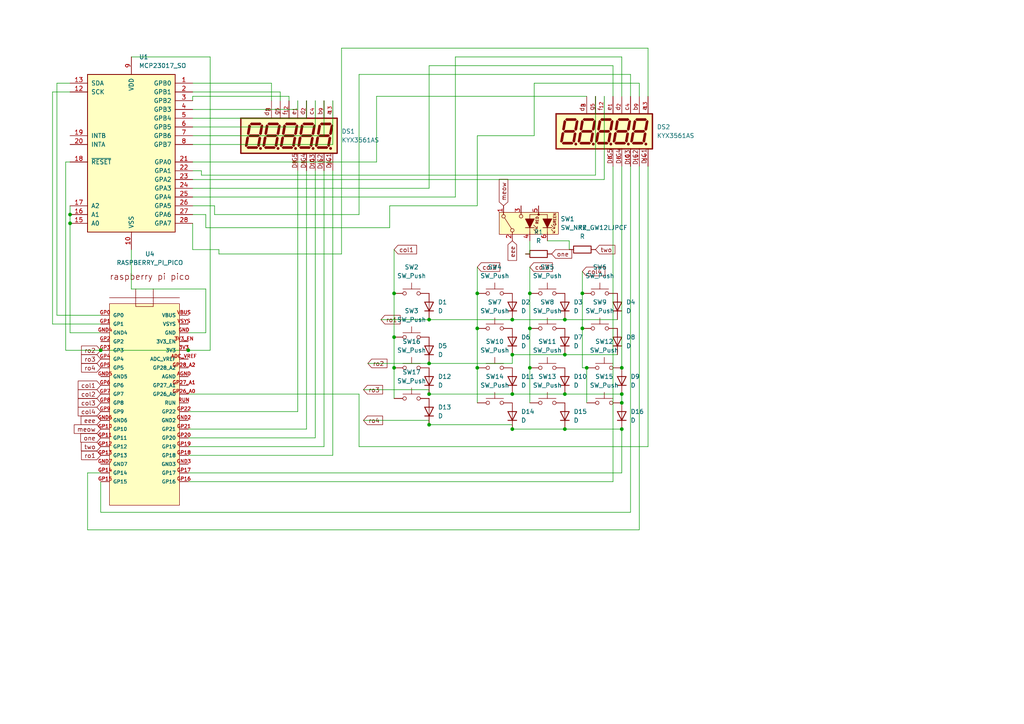
<source format=kicad_sch>
(kicad_sch
	(version 20231120)
	(generator "eeschema")
	(generator_version "8.0")
	(uuid "83a1e200-2cc6-4080-bb32-0f7402203411")
	(paper "A4")
	(lib_symbols
		(symbol "Device:D"
			(pin_numbers hide)
			(pin_names
				(offset 1.016) hide)
			(exclude_from_sim no)
			(in_bom yes)
			(on_board yes)
			(property "Reference" "D"
				(at 0 2.54 0)
				(effects
					(font
						(size 1.27 1.27)
					)
				)
			)
			(property "Value" "D"
				(at 0 -2.54 0)
				(effects
					(font
						(size 1.27 1.27)
					)
				)
			)
			(property "Footprint" ""
				(at 0 0 0)
				(effects
					(font
						(size 1.27 1.27)
					)
					(hide yes)
				)
			)
			(property "Datasheet" "~"
				(at 0 0 0)
				(effects
					(font
						(size 1.27 1.27)
					)
					(hide yes)
				)
			)
			(property "Description" "Diode"
				(at 0 0 0)
				(effects
					(font
						(size 1.27 1.27)
					)
					(hide yes)
				)
			)
			(property "Sim.Device" "D"
				(at 0 0 0)
				(effects
					(font
						(size 1.27 1.27)
					)
					(hide yes)
				)
			)
			(property "Sim.Pins" "1=K 2=A"
				(at 0 0 0)
				(effects
					(font
						(size 1.27 1.27)
					)
					(hide yes)
				)
			)
			(property "ki_keywords" "diode"
				(at 0 0 0)
				(effects
					(font
						(size 1.27 1.27)
					)
					(hide yes)
				)
			)
			(property "ki_fp_filters" "TO-???* *_Diode_* *SingleDiode* D_*"
				(at 0 0 0)
				(effects
					(font
						(size 1.27 1.27)
					)
					(hide yes)
				)
			)
			(symbol "D_0_1"
				(polyline
					(pts
						(xy -1.27 1.27) (xy -1.27 -1.27)
					)
					(stroke
						(width 0.254)
						(type default)
					)
					(fill
						(type none)
					)
				)
				(polyline
					(pts
						(xy 1.27 0) (xy -1.27 0)
					)
					(stroke
						(width 0)
						(type default)
					)
					(fill
						(type none)
					)
				)
				(polyline
					(pts
						(xy 1.27 1.27) (xy 1.27 -1.27) (xy -1.27 0) (xy 1.27 1.27)
					)
					(stroke
						(width 0.254)
						(type default)
					)
					(fill
						(type none)
					)
				)
			)
			(symbol "D_1_1"
				(pin passive line
					(at -3.81 0 0)
					(length 2.54)
					(name "K"
						(effects
							(font
								(size 1.27 1.27)
							)
						)
					)
					(number "1"
						(effects
							(font
								(size 1.27 1.27)
							)
						)
					)
				)
				(pin passive line
					(at 3.81 0 180)
					(length 2.54)
					(name "A"
						(effects
							(font
								(size 1.27 1.27)
							)
						)
					)
					(number "2"
						(effects
							(font
								(size 1.27 1.27)
							)
						)
					)
				)
			)
		)
		(symbol "Device:R"
			(pin_numbers hide)
			(pin_names
				(offset 0)
			)
			(exclude_from_sim no)
			(in_bom yes)
			(on_board yes)
			(property "Reference" "R"
				(at 2.032 0 90)
				(effects
					(font
						(size 1.27 1.27)
					)
				)
			)
			(property "Value" "R"
				(at 0 0 90)
				(effects
					(font
						(size 1.27 1.27)
					)
				)
			)
			(property "Footprint" ""
				(at -1.778 0 90)
				(effects
					(font
						(size 1.27 1.27)
					)
					(hide yes)
				)
			)
			(property "Datasheet" "~"
				(at 0 0 0)
				(effects
					(font
						(size 1.27 1.27)
					)
					(hide yes)
				)
			)
			(property "Description" "Resistor"
				(at 0 0 0)
				(effects
					(font
						(size 1.27 1.27)
					)
					(hide yes)
				)
			)
			(property "ki_keywords" "R res resistor"
				(at 0 0 0)
				(effects
					(font
						(size 1.27 1.27)
					)
					(hide yes)
				)
			)
			(property "ki_fp_filters" "R_*"
				(at 0 0 0)
				(effects
					(font
						(size 1.27 1.27)
					)
					(hide yes)
				)
			)
			(symbol "R_0_1"
				(rectangle
					(start -1.016 -2.54)
					(end 1.016 2.54)
					(stroke
						(width 0.254)
						(type default)
					)
					(fill
						(type none)
					)
				)
			)
			(symbol "R_1_1"
				(pin passive line
					(at 0 3.81 270)
					(length 1.27)
					(name "~"
						(effects
							(font
								(size 1.27 1.27)
							)
						)
					)
					(number "1"
						(effects
							(font
								(size 1.27 1.27)
							)
						)
					)
				)
				(pin passive line
					(at 0 -3.81 90)
					(length 1.27)
					(name "~"
						(effects
							(font
								(size 1.27 1.27)
							)
						)
					)
					(number "2"
						(effects
							(font
								(size 1.27 1.27)
							)
						)
					)
				)
			)
		)
		(symbol "Interface_Expansion:MCP23017_SO"
			(pin_names
				(offset 1.016)
			)
			(exclude_from_sim no)
			(in_bom yes)
			(on_board yes)
			(property "Reference" "U"
				(at -11.43 24.13 0)
				(effects
					(font
						(size 1.27 1.27)
					)
				)
			)
			(property "Value" "MCP23017_SO"
				(at 0 0 0)
				(effects
					(font
						(size 1.27 1.27)
					)
				)
			)
			(property "Footprint" "Package_SO:SOIC-28W_7.5x17.9mm_P1.27mm"
				(at 5.08 -25.4 0)
				(effects
					(font
						(size 1.27 1.27)
					)
					(justify left)
					(hide yes)
				)
			)
			(property "Datasheet" "https://ww1.microchip.com/downloads/aemDocuments/documents/APID/ProductDocuments/DataSheets/MCP23017-Data-Sheet-DS20001952.pdf"
				(at 5.08 -27.94 0)
				(effects
					(font
						(size 1.27 1.27)
					)
					(justify left)
					(hide yes)
				)
			)
			(property "Description" "16-bit I/O expander, I2C, interrupts, w pull-ups, GPA/B7 output only (https://microchip.my.site.com/s/article/GPA7---GPB7-Cannot-Be-Used-as-Inputs-In-MCP23017),  SOIC-28"
				(at 0 0 0)
				(effects
					(font
						(size 1.27 1.27)
					)
					(hide yes)
				)
			)
			(property "ki_keywords" "I2C parallel port expander"
				(at 0 0 0)
				(effects
					(font
						(size 1.27 1.27)
					)
					(hide yes)
				)
			)
			(property "ki_fp_filters" "SOIC*7.5x17.9mm*P1.27mm*"
				(at 0 0 0)
				(effects
					(font
						(size 1.27 1.27)
					)
					(hide yes)
				)
			)
			(symbol "MCP23017_SO_0_1"
				(rectangle
					(start -12.7 22.86)
					(end 12.7 -22.86)
					(stroke
						(width 0.254)
						(type default)
					)
					(fill
						(type background)
					)
				)
			)
			(symbol "MCP23017_SO_1_1"
				(pin bidirectional line
					(at 17.78 20.32 180)
					(length 5.08)
					(name "GPB0"
						(effects
							(font
								(size 1.27 1.27)
							)
						)
					)
					(number "1"
						(effects
							(font
								(size 1.27 1.27)
							)
						)
					)
				)
				(pin power_in line
					(at 0 -27.94 90)
					(length 5.08)
					(name "VSS"
						(effects
							(font
								(size 1.27 1.27)
							)
						)
					)
					(number "10"
						(effects
							(font
								(size 1.27 1.27)
							)
						)
					)
				)
				(pin no_connect line
					(at -12.7 15.24 0)
					(length 5.08) hide
					(name "NC"
						(effects
							(font
								(size 1.27 1.27)
							)
						)
					)
					(number "11"
						(effects
							(font
								(size 1.27 1.27)
							)
						)
					)
				)
				(pin input line
					(at -17.78 17.78 0)
					(length 5.08)
					(name "SCK"
						(effects
							(font
								(size 1.27 1.27)
							)
						)
					)
					(number "12"
						(effects
							(font
								(size 1.27 1.27)
							)
						)
					)
				)
				(pin bidirectional line
					(at -17.78 20.32 0)
					(length 5.08)
					(name "SDA"
						(effects
							(font
								(size 1.27 1.27)
							)
						)
					)
					(number "13"
						(effects
							(font
								(size 1.27 1.27)
							)
						)
					)
				)
				(pin no_connect line
					(at -12.7 12.7 0)
					(length 5.08) hide
					(name "NC"
						(effects
							(font
								(size 1.27 1.27)
							)
						)
					)
					(number "14"
						(effects
							(font
								(size 1.27 1.27)
							)
						)
					)
				)
				(pin input line
					(at -17.78 -20.32 0)
					(length 5.08)
					(name "A0"
						(effects
							(font
								(size 1.27 1.27)
							)
						)
					)
					(number "15"
						(effects
							(font
								(size 1.27 1.27)
							)
						)
					)
				)
				(pin input line
					(at -17.78 -17.78 0)
					(length 5.08)
					(name "A1"
						(effects
							(font
								(size 1.27 1.27)
							)
						)
					)
					(number "16"
						(effects
							(font
								(size 1.27 1.27)
							)
						)
					)
				)
				(pin input line
					(at -17.78 -15.24 0)
					(length 5.08)
					(name "A2"
						(effects
							(font
								(size 1.27 1.27)
							)
						)
					)
					(number "17"
						(effects
							(font
								(size 1.27 1.27)
							)
						)
					)
				)
				(pin input line
					(at -17.78 -2.54 0)
					(length 5.08)
					(name "~{RESET}"
						(effects
							(font
								(size 1.27 1.27)
							)
						)
					)
					(number "18"
						(effects
							(font
								(size 1.27 1.27)
							)
						)
					)
				)
				(pin tri_state line
					(at -17.78 5.08 0)
					(length 5.08)
					(name "INTB"
						(effects
							(font
								(size 1.27 1.27)
							)
						)
					)
					(number "19"
						(effects
							(font
								(size 1.27 1.27)
							)
						)
					)
				)
				(pin bidirectional line
					(at 17.78 17.78 180)
					(length 5.08)
					(name "GPB1"
						(effects
							(font
								(size 1.27 1.27)
							)
						)
					)
					(number "2"
						(effects
							(font
								(size 1.27 1.27)
							)
						)
					)
				)
				(pin tri_state line
					(at -17.78 2.54 0)
					(length 5.08)
					(name "INTA"
						(effects
							(font
								(size 1.27 1.27)
							)
						)
					)
					(number "20"
						(effects
							(font
								(size 1.27 1.27)
							)
						)
					)
				)
				(pin bidirectional line
					(at 17.78 -2.54 180)
					(length 5.08)
					(name "GPA0"
						(effects
							(font
								(size 1.27 1.27)
							)
						)
					)
					(number "21"
						(effects
							(font
								(size 1.27 1.27)
							)
						)
					)
				)
				(pin bidirectional line
					(at 17.78 -5.08 180)
					(length 5.08)
					(name "GPA1"
						(effects
							(font
								(size 1.27 1.27)
							)
						)
					)
					(number "22"
						(effects
							(font
								(size 1.27 1.27)
							)
						)
					)
				)
				(pin bidirectional line
					(at 17.78 -7.62 180)
					(length 5.08)
					(name "GPA2"
						(effects
							(font
								(size 1.27 1.27)
							)
						)
					)
					(number "23"
						(effects
							(font
								(size 1.27 1.27)
							)
						)
					)
				)
				(pin bidirectional line
					(at 17.78 -10.16 180)
					(length 5.08)
					(name "GPA3"
						(effects
							(font
								(size 1.27 1.27)
							)
						)
					)
					(number "24"
						(effects
							(font
								(size 1.27 1.27)
							)
						)
					)
				)
				(pin bidirectional line
					(at 17.78 -12.7 180)
					(length 5.08)
					(name "GPA4"
						(effects
							(font
								(size 1.27 1.27)
							)
						)
					)
					(number "25"
						(effects
							(font
								(size 1.27 1.27)
							)
						)
					)
				)
				(pin bidirectional line
					(at 17.78 -15.24 180)
					(length 5.08)
					(name "GPA5"
						(effects
							(font
								(size 1.27 1.27)
							)
						)
					)
					(number "26"
						(effects
							(font
								(size 1.27 1.27)
							)
						)
					)
				)
				(pin bidirectional line
					(at 17.78 -17.78 180)
					(length 5.08)
					(name "GPA6"
						(effects
							(font
								(size 1.27 1.27)
							)
						)
					)
					(number "27"
						(effects
							(font
								(size 1.27 1.27)
							)
						)
					)
				)
				(pin output line
					(at 17.78 -20.32 180)
					(length 5.08)
					(name "GPA7"
						(effects
							(font
								(size 1.27 1.27)
							)
						)
					)
					(number "28"
						(effects
							(font
								(size 1.27 1.27)
							)
						)
					)
				)
				(pin bidirectional line
					(at 17.78 15.24 180)
					(length 5.08)
					(name "GPB2"
						(effects
							(font
								(size 1.27 1.27)
							)
						)
					)
					(number "3"
						(effects
							(font
								(size 1.27 1.27)
							)
						)
					)
				)
				(pin bidirectional line
					(at 17.78 12.7 180)
					(length 5.08)
					(name "GPB3"
						(effects
							(font
								(size 1.27 1.27)
							)
						)
					)
					(number "4"
						(effects
							(font
								(size 1.27 1.27)
							)
						)
					)
				)
				(pin bidirectional line
					(at 17.78 10.16 180)
					(length 5.08)
					(name "GPB4"
						(effects
							(font
								(size 1.27 1.27)
							)
						)
					)
					(number "5"
						(effects
							(font
								(size 1.27 1.27)
							)
						)
					)
				)
				(pin bidirectional line
					(at 17.78 7.62 180)
					(length 5.08)
					(name "GPB5"
						(effects
							(font
								(size 1.27 1.27)
							)
						)
					)
					(number "6"
						(effects
							(font
								(size 1.27 1.27)
							)
						)
					)
				)
				(pin bidirectional line
					(at 17.78 5.08 180)
					(length 5.08)
					(name "GPB6"
						(effects
							(font
								(size 1.27 1.27)
							)
						)
					)
					(number "7"
						(effects
							(font
								(size 1.27 1.27)
							)
						)
					)
				)
				(pin output line
					(at 17.78 2.54 180)
					(length 5.08)
					(name "GPB7"
						(effects
							(font
								(size 1.27 1.27)
							)
						)
					)
					(number "8"
						(effects
							(font
								(size 1.27 1.27)
							)
						)
					)
				)
				(pin power_in line
					(at 0 27.94 270)
					(length 5.08)
					(name "VDD"
						(effects
							(font
								(size 1.27 1.27)
							)
						)
					)
					(number "9"
						(effects
							(font
								(size 1.27 1.27)
							)
						)
					)
				)
			)
		)
		(symbol "SCREEN1:KYX3561AS"
			(pin_names
				(offset 1.016)
			)
			(exclude_from_sim no)
			(in_bom yes)
			(on_board yes)
			(property "Reference" "DS"
				(at -15.24 8.509 0)
				(effects
					(font
						(size 1.27 1.27)
					)
					(justify left bottom)
				)
			)
			(property "Value" "KYX3561AS"
				(at -15.24 -8.89 0)
				(effects
					(font
						(size 1.27 1.27)
					)
					(justify left bottom)
				)
			)
			(property "Footprint" "KYX3561AS:DISPLAY_KYX3561AS"
				(at 0 0 0)
				(effects
					(font
						(size 1.27 1.27)
					)
					(justify bottom)
					(hide yes)
				)
			)
			(property "Datasheet" ""
				(at 0 0 0)
				(effects
					(font
						(size 1.27 1.27)
					)
					(hide yes)
				)
			)
			(property "Description" ""
				(at 0 0 0)
				(effects
					(font
						(size 1.27 1.27)
					)
					(hide yes)
				)
			)
			(property "MF" "KYX"
				(at 0 0 0)
				(effects
					(font
						(size 1.27 1.27)
					)
					(justify bottom)
					(hide yes)
				)
			)
			(property "Description_1" "\n                        \n                            0.36 inch 5 digits red 7 segments led display\n                        \n"
				(at 0 0 0)
				(effects
					(font
						(size 1.27 1.27)
					)
					(justify bottom)
					(hide yes)
				)
			)
			(property "Package" "Package"
				(at 0 0 0)
				(effects
					(font
						(size 1.27 1.27)
					)
					(justify bottom)
					(hide yes)
				)
			)
			(property "Price" "None"
				(at 0 0 0)
				(effects
					(font
						(size 1.27 1.27)
					)
					(justify bottom)
					(hide yes)
				)
			)
			(property "Check_prices" "https://www.snapeda.com/parts/KYX3561AS/KYX/view-part/?ref=eda"
				(at 0 0 0)
				(effects
					(font
						(size 1.27 1.27)
					)
					(justify bottom)
					(hide yes)
				)
			)
			(property "STANDARD" "IPC7251"
				(at 0 0 0)
				(effects
					(font
						(size 1.27 1.27)
					)
					(justify bottom)
					(hide yes)
				)
			)
			(property "SnapEDA_Link" "https://www.snapeda.com/parts/KYX3561AS/KYX/view-part/?ref=snap"
				(at 0 0 0)
				(effects
					(font
						(size 1.27 1.27)
					)
					(justify bottom)
					(hide yes)
				)
			)
			(property "MP" "KYX3561AS"
				(at 0 0 0)
				(effects
					(font
						(size 1.27 1.27)
					)
					(justify bottom)
					(hide yes)
				)
			)
			(property "Availability" "Not in stock"
				(at 0 0 0)
				(effects
					(font
						(size 1.27 1.27)
					)
					(justify bottom)
					(hide yes)
				)
			)
			(property "MANUFACTURER" "KYX"
				(at 0 0 0)
				(effects
					(font
						(size 1.27 1.27)
					)
					(justify bottom)
					(hide yes)
				)
			)
			(symbol "KYX3561AS_0_0"
				(rectangle
					(start -13.97 -5.08)
					(end 13.97 5.08)
					(stroke
						(width 0.4064)
						(type default)
					)
					(fill
						(type background)
					)
				)
				(circle
					(center -8.255 -3.683)
					(radius 0.254)
					(stroke
						(width 0.3048)
						(type default)
					)
					(fill
						(type none)
					)
				)
				(circle
					(center -3.175 -3.683)
					(radius 0.254)
					(stroke
						(width 0.3048)
						(type default)
					)
					(fill
						(type none)
					)
				)
				(polyline
					(pts
						(xy -12.6492 -2.921) (xy -12.446 -3.1242)
					)
					(stroke
						(width 0.254)
						(type default)
					)
					(fill
						(type none)
					)
				)
				(polyline
					(pts
						(xy -12.446 -3.1242) (xy -12.1158 -2.794)
					)
					(stroke
						(width 0.254)
						(type default)
					)
					(fill
						(type none)
					)
				)
				(polyline
					(pts
						(xy -12.446 -2.921) (xy -12.065 -0.635)
					)
					(stroke
						(width 0.4064)
						(type default)
					)
					(fill
						(type none)
					)
				)
				(polyline
					(pts
						(xy -12.2682 -0.6096) (xy -12.6492 -2.921)
					)
					(stroke
						(width 0.254)
						(type default)
					)
					(fill
						(type none)
					)
				)
				(polyline
					(pts
						(xy -12.1412 -3.429) (xy -11.8872 -3.175)
					)
					(stroke
						(width 0.254)
						(type default)
					)
					(fill
						(type none)
					)
				)
				(polyline
					(pts
						(xy -12.1158 -2.794) (xy -11.7348 -0.5842)
					)
					(stroke
						(width 0.254)
						(type default)
					)
					(fill
						(type none)
					)
				)
				(polyline
					(pts
						(xy -12.065 0.6096) (xy -11.684 2.921)
					)
					(stroke
						(width 0.254)
						(type default)
					)
					(fill
						(type none)
					)
				)
				(polyline
					(pts
						(xy -11.9888 -0.3302) (xy -12.2682 -0.6096)
					)
					(stroke
						(width 0.254)
						(type default)
					)
					(fill
						(type none)
					)
				)
				(polyline
					(pts
						(xy -11.9888 -0.3302) (xy -11.7348 -0.5842)
					)
					(stroke
						(width 0.254)
						(type default)
					)
					(fill
						(type none)
					)
				)
				(polyline
					(pts
						(xy -11.8872 -3.683) (xy -12.1412 -3.429)
					)
					(stroke
						(width 0.254)
						(type default)
					)
					(fill
						(type none)
					)
				)
				(polyline
					(pts
						(xy -11.8872 -3.175) (xy -9.3472 -3.175)
					)
					(stroke
						(width 0.254)
						(type default)
					)
					(fill
						(type none)
					)
				)
				(polyline
					(pts
						(xy -11.811 0.3556) (xy -12.065 0.6096)
					)
					(stroke
						(width 0.254)
						(type default)
					)
					(fill
						(type none)
					)
				)
				(polyline
					(pts
						(xy -11.684 2.921) (xy -11.4808 3.1242)
					)
					(stroke
						(width 0.254)
						(type default)
					)
					(fill
						(type none)
					)
				)
				(polyline
					(pts
						(xy -11.6332 -0.0762) (xy -11.303 0.254)
					)
					(stroke
						(width 0.254)
						(type default)
					)
					(fill
						(type none)
					)
				)
				(polyline
					(pts
						(xy -11.557 0.6096) (xy -11.811 0.3556)
					)
					(stroke
						(width 0.254)
						(type default)
					)
					(fill
						(type none)
					)
				)
				(polyline
					(pts
						(xy -11.4808 3.1242) (xy -11.176 2.8194)
					)
					(stroke
						(width 0.254)
						(type default)
					)
					(fill
						(type none)
					)
				)
				(polyline
					(pts
						(xy -11.4554 -0.254) (xy -11.6332 -0.0762)
					)
					(stroke
						(width 0.254)
						(type default)
					)
					(fill
						(type none)
					)
				)
				(polyline
					(pts
						(xy -11.43 0) (xy -8.89 0)
					)
					(stroke
						(width 0.4064)
						(type default)
					)
					(fill
						(type none)
					)
				)
				(polyline
					(pts
						(xy -11.43 2.794) (xy -11.811 0.635)
					)
					(stroke
						(width 0.4064)
						(type default)
					)
					(fill
						(type none)
					)
				)
				(polyline
					(pts
						(xy -11.303 0.254) (xy -8.8138 0.254)
					)
					(stroke
						(width 0.254)
						(type default)
					)
					(fill
						(type none)
					)
				)
				(polyline
					(pts
						(xy -11.176 2.8194) (xy -11.557 0.6096)
					)
					(stroke
						(width 0.254)
						(type default)
					)
					(fill
						(type none)
					)
				)
				(polyline
					(pts
						(xy -11.176 3.429) (xy -10.922 3.683)
					)
					(stroke
						(width 0.254)
						(type default)
					)
					(fill
						(type none)
					)
				)
				(polyline
					(pts
						(xy -10.922 3.175) (xy -11.176 3.429)
					)
					(stroke
						(width 0.254)
						(type default)
					)
					(fill
						(type none)
					)
				)
				(polyline
					(pts
						(xy -10.922 3.683) (xy -8.382 3.683)
					)
					(stroke
						(width 0.254)
						(type default)
					)
					(fill
						(type none)
					)
				)
				(polyline
					(pts
						(xy -9.398 -3.429) (xy -11.811 -3.429)
					)
					(stroke
						(width 0.4064)
						(type default)
					)
					(fill
						(type none)
					)
				)
				(polyline
					(pts
						(xy -9.3472 -3.683) (xy -11.8872 -3.683)
					)
					(stroke
						(width 0.254)
						(type default)
					)
					(fill
						(type none)
					)
				)
				(polyline
					(pts
						(xy -9.3472 -3.175) (xy -9.0932 -3.429)
					)
					(stroke
						(width 0.254)
						(type default)
					)
					(fill
						(type none)
					)
				)
				(polyline
					(pts
						(xy -9.0932 -3.429) (xy -9.3472 -3.683)
					)
					(stroke
						(width 0.254)
						(type default)
					)
					(fill
						(type none)
					)
				)
				(polyline
					(pts
						(xy -9.0932 -2.8194) (xy -8.7884 -3.1242)
					)
					(stroke
						(width 0.254)
						(type default)
					)
					(fill
						(type none)
					)
				)
				(polyline
					(pts
						(xy -8.9154 -0.254) (xy -11.4554 -0.254)
					)
					(stroke
						(width 0.254)
						(type default)
					)
					(fill
						(type none)
					)
				)
				(polyline
					(pts
						(xy -8.8138 0.254) (xy -8.6106 0.0508)
					)
					(stroke
						(width 0.254)
						(type default)
					)
					(fill
						(type none)
					)
				)
				(polyline
					(pts
						(xy -8.7884 -3.1242) (xy -8.5852 -2.921)
					)
					(stroke
						(width 0.254)
						(type default)
					)
					(fill
						(type none)
					)
				)
				(polyline
					(pts
						(xy -8.7122 -0.6604) (xy -9.0932 -2.8194)
					)
					(stroke
						(width 0.254)
						(type default)
					)
					(fill
						(type none)
					)
				)
				(polyline
					(pts
						(xy -8.6106 0.0508) (xy -8.9154 -0.254)
					)
					(stroke
						(width 0.254)
						(type default)
					)
					(fill
						(type none)
					)
				)
				(polyline
					(pts
						(xy -8.5852 -2.921) (xy -8.2042 -0.6604)
					)
					(stroke
						(width 0.254)
						(type default)
					)
					(fill
						(type none)
					)
				)
				(polyline
					(pts
						(xy -8.5344 0.6096) (xy -8.255 0.3302)
					)
					(stroke
						(width 0.254)
						(type default)
					)
					(fill
						(type none)
					)
				)
				(polyline
					(pts
						(xy -8.509 -0.762) (xy -8.89 -2.794)
					)
					(stroke
						(width 0.4064)
						(type default)
					)
					(fill
						(type none)
					)
				)
				(polyline
					(pts
						(xy -8.4582 -0.4064) (xy -8.7122 -0.6604)
					)
					(stroke
						(width 0.254)
						(type default)
					)
					(fill
						(type none)
					)
				)
				(polyline
					(pts
						(xy -8.382 -3.683) (xy -8.128 -3.683)
					)
					(stroke
						(width 0.3048)
						(type default)
					)
					(fill
						(type none)
					)
				)
				(polyline
					(pts
						(xy -8.382 3.175) (xy -10.922 3.175)
					)
					(stroke
						(width 0.254)
						(type default)
					)
					(fill
						(type none)
					)
				)
				(polyline
					(pts
						(xy -8.382 3.429) (xy -10.922 3.429)
					)
					(stroke
						(width 0.4064)
						(type default)
					)
					(fill
						(type none)
					)
				)
				(polyline
					(pts
						(xy -8.382 3.683) (xy -8.128 3.429)
					)
					(stroke
						(width 0.254)
						(type default)
					)
					(fill
						(type none)
					)
				)
				(polyline
					(pts
						(xy -8.255 0.3302) (xy -8.001 0.5842)
					)
					(stroke
						(width 0.254)
						(type default)
					)
					(fill
						(type none)
					)
				)
				(polyline
					(pts
						(xy -8.2042 -0.6604) (xy -8.4582 -0.4064)
					)
					(stroke
						(width 0.254)
						(type default)
					)
					(fill
						(type none)
					)
				)
				(polyline
					(pts
						(xy -8.128 2.8194) (xy -8.5344 0.6096)
					)
					(stroke
						(width 0.254)
						(type default)
					)
					(fill
						(type none)
					)
				)
				(polyline
					(pts
						(xy -8.128 3.429) (xy -8.382 3.175)
					)
					(stroke
						(width 0.254)
						(type default)
					)
					(fill
						(type none)
					)
				)
				(polyline
					(pts
						(xy -8.001 0.5842) (xy -7.62 2.921)
					)
					(stroke
						(width 0.254)
						(type default)
					)
					(fill
						(type none)
					)
				)
				(polyline
					(pts
						(xy -7.874 2.794) (xy -8.255 0.635)
					)
					(stroke
						(width 0.4064)
						(type default)
					)
					(fill
						(type none)
					)
				)
				(polyline
					(pts
						(xy -7.8232 3.1242) (xy -8.128 2.8194)
					)
					(stroke
						(width 0.254)
						(type default)
					)
					(fill
						(type none)
					)
				)
				(polyline
					(pts
						(xy -7.62 2.921) (xy -7.8232 3.1242)
					)
					(stroke
						(width 0.254)
						(type default)
					)
					(fill
						(type none)
					)
				)
				(polyline
					(pts
						(xy -7.5692 -2.921) (xy -7.366 -3.1242)
					)
					(stroke
						(width 0.254)
						(type default)
					)
					(fill
						(type none)
					)
				)
				(polyline
					(pts
						(xy -7.366 -3.1242) (xy -7.0358 -2.794)
					)
					(stroke
						(width 0.254)
						(type default)
					)
					(fill
						(type none)
					)
				)
				(polyline
					(pts
						(xy -7.366 -2.921) (xy -6.985 -0.635)
					)
					(stroke
						(width 0.4064)
						(type default)
					)
					(fill
						(type none)
					)
				)
				(polyline
					(pts
						(xy -7.1882 -0.6096) (xy -7.5692 -2.921)
					)
					(stroke
						(width 0.254)
						(type default)
					)
					(fill
						(type none)
					)
				)
				(polyline
					(pts
						(xy -7.0612 -3.429) (xy -6.8072 -3.175)
					)
					(stroke
						(width 0.254)
						(type default)
					)
					(fill
						(type none)
					)
				)
				(polyline
					(pts
						(xy -7.0358 -2.794) (xy -6.6548 -0.5842)
					)
					(stroke
						(width 0.254)
						(type default)
					)
					(fill
						(type none)
					)
				)
				(polyline
					(pts
						(xy -6.985 0.6096) (xy -6.604 2.921)
					)
					(stroke
						(width 0.254)
						(type default)
					)
					(fill
						(type none)
					)
				)
				(polyline
					(pts
						(xy -6.9088 -0.3302) (xy -7.1882 -0.6096)
					)
					(stroke
						(width 0.254)
						(type default)
					)
					(fill
						(type none)
					)
				)
				(polyline
					(pts
						(xy -6.9088 -0.3302) (xy -6.6548 -0.5842)
					)
					(stroke
						(width 0.254)
						(type default)
					)
					(fill
						(type none)
					)
				)
				(polyline
					(pts
						(xy -6.8072 -3.683) (xy -7.0612 -3.429)
					)
					(stroke
						(width 0.254)
						(type default)
					)
					(fill
						(type none)
					)
				)
				(polyline
					(pts
						(xy -6.8072 -3.175) (xy -4.2672 -3.175)
					)
					(stroke
						(width 0.254)
						(type default)
					)
					(fill
						(type none)
					)
				)
				(polyline
					(pts
						(xy -6.731 0.3556) (xy -6.985 0.6096)
					)
					(stroke
						(width 0.254)
						(type default)
					)
					(fill
						(type none)
					)
				)
				(polyline
					(pts
						(xy -6.604 2.921) (xy -6.4008 3.1242)
					)
					(stroke
						(width 0.254)
						(type default)
					)
					(fill
						(type none)
					)
				)
				(polyline
					(pts
						(xy -6.5532 -0.0762) (xy -6.223 0.254)
					)
					(stroke
						(width 0.254)
						(type default)
					)
					(fill
						(type none)
					)
				)
				(polyline
					(pts
						(xy -6.477 0.6096) (xy -6.731 0.3556)
					)
					(stroke
						(width 0.254)
						(type default)
					)
					(fill
						(type none)
					)
				)
				(polyline
					(pts
						(xy -6.4008 3.1242) (xy -6.096 2.8194)
					)
					(stroke
						(width 0.254)
						(type default)
					)
					(fill
						(type none)
					)
				)
				(polyline
					(pts
						(xy -6.3754 -0.254) (xy -6.5532 -0.0762)
					)
					(stroke
						(width 0.254)
						(type default)
					)
					(fill
						(type none)
					)
				)
				(polyline
					(pts
						(xy -6.35 0) (xy -3.81 0)
					)
					(stroke
						(width 0.4064)
						(type default)
					)
					(fill
						(type none)
					)
				)
				(polyline
					(pts
						(xy -6.35 2.794) (xy -6.731 0.635)
					)
					(stroke
						(width 0.4064)
						(type default)
					)
					(fill
						(type none)
					)
				)
				(polyline
					(pts
						(xy -6.223 0.254) (xy -3.7338 0.254)
					)
					(stroke
						(width 0.254)
						(type default)
					)
					(fill
						(type none)
					)
				)
				(polyline
					(pts
						(xy -6.096 2.8194) (xy -6.477 0.6096)
					)
					(stroke
						(width 0.254)
						(type default)
					)
					(fill
						(type none)
					)
				)
				(polyline
					(pts
						(xy -6.096 3.429) (xy -5.842 3.683)
					)
					(stroke
						(width 0.254)
						(type default)
					)
					(fill
						(type none)
					)
				)
				(polyline
					(pts
						(xy -5.842 3.175) (xy -6.096 3.429)
					)
					(stroke
						(width 0.254)
						(type default)
					)
					(fill
						(type none)
					)
				)
				(polyline
					(pts
						(xy -5.842 3.683) (xy -3.302 3.683)
					)
					(stroke
						(width 0.254)
						(type default)
					)
					(fill
						(type none)
					)
				)
				(polyline
					(pts
						(xy -4.318 -3.429) (xy -6.731 -3.429)
					)
					(stroke
						(width 0.4064)
						(type default)
					)
					(fill
						(type none)
					)
				)
				(polyline
					(pts
						(xy -4.2672 -3.683) (xy -6.8072 -3.683)
					)
					(stroke
						(width 0.254)
						(type default)
					)
					(fill
						(type none)
					)
				)
				(polyline
					(pts
						(xy -4.2672 -3.175) (xy -4.0132 -3.429)
					)
					(stroke
						(width 0.254)
						(type default)
					)
					(fill
						(type none)
					)
				)
				(polyline
					(pts
						(xy -4.0132 -3.429) (xy -4.2672 -3.683)
					)
					(stroke
						(width 0.254)
						(type default)
					)
					(fill
						(type none)
					)
				)
				(polyline
					(pts
						(xy -4.0132 -2.8194) (xy -3.7084 -3.1242)
					)
					(stroke
						(width 0.254)
						(type default)
					)
					(fill
						(type none)
					)
				)
				(polyline
					(pts
						(xy -3.8354 -0.254) (xy -6.3754 -0.254)
					)
					(stroke
						(width 0.254)
						(type default)
					)
					(fill
						(type none)
					)
				)
				(polyline
					(pts
						(xy -3.7338 0.254) (xy -3.5306 0.0508)
					)
					(stroke
						(width 0.254)
						(type default)
					)
					(fill
						(type none)
					)
				)
				(polyline
					(pts
						(xy -3.7084 -3.1242) (xy -3.5052 -2.921)
					)
					(stroke
						(width 0.254)
						(type default)
					)
					(fill
						(type none)
					)
				)
				(polyline
					(pts
						(xy -3.6322 -0.6604) (xy -4.0132 -2.8194)
					)
					(stroke
						(width 0.254)
						(type default)
					)
					(fill
						(type none)
					)
				)
				(polyline
					(pts
						(xy -3.5306 0.0508) (xy -3.8354 -0.254)
					)
					(stroke
						(width 0.254)
						(type default)
					)
					(fill
						(type none)
					)
				)
				(polyline
					(pts
						(xy -3.5052 -2.921) (xy -3.1242 -0.6604)
					)
					(stroke
						(width 0.254)
						(type default)
					)
					(fill
						(type none)
					)
				)
				(polyline
					(pts
						(xy -3.4544 0.6096) (xy -3.175 0.3302)
					)
					(stroke
						(width 0.254)
						(type default)
					)
					(fill
						(type none)
					)
				)
				(polyline
					(pts
						(xy -3.429 -0.762) (xy -3.81 -2.794)
					)
					(stroke
						(width 0.4064)
						(type default)
					)
					(fill
						(type none)
					)
				)
				(polyline
					(pts
						(xy -3.3782 -0.4064) (xy -3.6322 -0.6604)
					)
					(stroke
						(width 0.254)
						(type default)
					)
					(fill
						(type none)
					)
				)
				(polyline
					(pts
						(xy -3.302 -3.683) (xy -3.048 -3.683)
					)
					(stroke
						(width 0.3048)
						(type default)
					)
					(fill
						(type none)
					)
				)
				(polyline
					(pts
						(xy -3.302 3.175) (xy -5.842 3.175)
					)
					(stroke
						(width 0.254)
						(type default)
					)
					(fill
						(type none)
					)
				)
				(polyline
					(pts
						(xy -3.302 3.429) (xy -5.842 3.429)
					)
					(stroke
						(width 0.4064)
						(type default)
					)
					(fill
						(type none)
					)
				)
				(polyline
					(pts
						(xy -3.302 3.683) (xy -3.048 3.429)
					)
					(stroke
						(width 0.254)
						(type default)
					)
					(fill
						(type none)
					)
				)
				(polyline
					(pts
						(xy -3.175 0.3302) (xy -2.921 0.5842)
					)
					(stroke
						(width 0.254)
						(type default)
					)
					(fill
						(type none)
					)
				)
				(polyline
					(pts
						(xy -3.1242 -0.6604) (xy -3.3782 -0.4064)
					)
					(stroke
						(width 0.254)
						(type default)
					)
					(fill
						(type none)
					)
				)
				(polyline
					(pts
						(xy -3.048 2.8194) (xy -3.4544 0.6096)
					)
					(stroke
						(width 0.254)
						(type default)
					)
					(fill
						(type none)
					)
				)
				(polyline
					(pts
						(xy -3.048 3.429) (xy -3.302 3.175)
					)
					(stroke
						(width 0.254)
						(type default)
					)
					(fill
						(type none)
					)
				)
				(polyline
					(pts
						(xy -2.921 0.5842) (xy -2.54 2.921)
					)
					(stroke
						(width 0.254)
						(type default)
					)
					(fill
						(type none)
					)
				)
				(polyline
					(pts
						(xy -2.794 2.794) (xy -3.175 0.635)
					)
					(stroke
						(width 0.4064)
						(type default)
					)
					(fill
						(type none)
					)
				)
				(polyline
					(pts
						(xy -2.7432 3.1242) (xy -3.048 2.8194)
					)
					(stroke
						(width 0.254)
						(type default)
					)
					(fill
						(type none)
					)
				)
				(polyline
					(pts
						(xy -2.54 2.921) (xy -2.7432 3.1242)
					)
					(stroke
						(width 0.254)
						(type default)
					)
					(fill
						(type none)
					)
				)
				(polyline
					(pts
						(xy -2.54 4.953) (xy -2.54 10.16)
					)
					(stroke
						(width 0.1524)
						(type default)
					)
					(fill
						(type none)
					)
				)
				(polyline
					(pts
						(xy -2.4892 -2.921) (xy -2.286 -3.1242)
					)
					(stroke
						(width 0.254)
						(type default)
					)
					(fill
						(type none)
					)
				)
				(polyline
					(pts
						(xy -2.286 -3.1242) (xy -1.9558 -2.794)
					)
					(stroke
						(width 0.254)
						(type default)
					)
					(fill
						(type none)
					)
				)
				(polyline
					(pts
						(xy -2.286 -2.921) (xy -1.905 -0.635)
					)
					(stroke
						(width 0.4064)
						(type default)
					)
					(fill
						(type none)
					)
				)
				(polyline
					(pts
						(xy -2.1082 -0.6096) (xy -2.4892 -2.921)
					)
					(stroke
						(width 0.254)
						(type default)
					)
					(fill
						(type none)
					)
				)
				(polyline
					(pts
						(xy -1.9812 -3.429) (xy -1.7272 -3.175)
					)
					(stroke
						(width 0.254)
						(type default)
					)
					(fill
						(type none)
					)
				)
				(polyline
					(pts
						(xy -1.9558 -2.794) (xy -1.5748 -0.5842)
					)
					(stroke
						(width 0.254)
						(type default)
					)
					(fill
						(type none)
					)
				)
				(polyline
					(pts
						(xy -1.905 0.6096) (xy -1.524 2.921)
					)
					(stroke
						(width 0.254)
						(type default)
					)
					(fill
						(type none)
					)
				)
				(polyline
					(pts
						(xy -1.8288 -0.3302) (xy -2.1082 -0.6096)
					)
					(stroke
						(width 0.254)
						(type default)
					)
					(fill
						(type none)
					)
				)
				(polyline
					(pts
						(xy -1.8288 -0.3302) (xy -1.5748 -0.5842)
					)
					(stroke
						(width 0.254)
						(type default)
					)
					(fill
						(type none)
					)
				)
				(polyline
					(pts
						(xy -1.7272 -3.683) (xy -1.9812 -3.429)
					)
					(stroke
						(width 0.254)
						(type default)
					)
					(fill
						(type none)
					)
				)
				(polyline
					(pts
						(xy -1.7272 -3.175) (xy 0.8128 -3.175)
					)
					(stroke
						(width 0.254)
						(type default)
					)
					(fill
						(type none)
					)
				)
				(polyline
					(pts
						(xy -1.651 0.3556) (xy -1.905 0.6096)
					)
					(stroke
						(width 0.254)
						(type default)
					)
					(fill
						(type none)
					)
				)
				(polyline
					(pts
						(xy -1.524 2.921) (xy -1.3208 3.1242)
					)
					(stroke
						(width 0.254)
						(type default)
					)
					(fill
						(type none)
					)
				)
				(polyline
					(pts
						(xy -1.4732 -0.0762) (xy -1.143 0.254)
					)
					(stroke
						(width 0.254)
						(type default)
					)
					(fill
						(type none)
					)
				)
				(polyline
					(pts
						(xy -1.397 0.6096) (xy -1.651 0.3556)
					)
					(stroke
						(width 0.254)
						(type default)
					)
					(fill
						(type none)
					)
				)
				(polyline
					(pts
						(xy -1.3208 3.1242) (xy -1.016 2.8194)
					)
					(stroke
						(width 0.254)
						(type default)
					)
					(fill
						(type none)
					)
				)
				(polyline
					(pts
						(xy -1.2954 -0.254) (xy -1.4732 -0.0762)
					)
					(stroke
						(width 0.254)
						(type default)
					)
					(fill
						(type none)
					)
				)
				(polyline
					(pts
						(xy -1.27 0) (xy 1.27 0)
					)
					(stroke
						(width 0.4064)
						(type default)
					)
					(fill
						(type none)
					)
				)
				(polyline
					(pts
						(xy -1.27 2.794) (xy -1.651 0.635)
					)
					(stroke
						(width 0.4064)
						(type default)
					)
					(fill
						(type none)
					)
				)
				(polyline
					(pts
						(xy -1.143 0.254) (xy 1.3462 0.254)
					)
					(stroke
						(width 0.254)
						(type default)
					)
					(fill
						(type none)
					)
				)
				(polyline
					(pts
						(xy -1.016 2.8194) (xy -1.397 0.6096)
					)
					(stroke
						(width 0.254)
						(type default)
					)
					(fill
						(type none)
					)
				)
				(polyline
					(pts
						(xy -1.016 3.429) (xy -0.762 3.683)
					)
					(stroke
						(width 0.254)
						(type default)
					)
					(fill
						(type none)
					)
				)
				(polyline
					(pts
						(xy -0.762 3.175) (xy -1.016 3.429)
					)
					(stroke
						(width 0.254)
						(type default)
					)
					(fill
						(type none)
					)
				)
				(polyline
					(pts
						(xy -0.762 3.683) (xy 1.778 3.683)
					)
					(stroke
						(width 0.254)
						(type default)
					)
					(fill
						(type none)
					)
				)
				(polyline
					(pts
						(xy 0 4.953) (xy 0 10.16)
					)
					(stroke
						(width 0.1524)
						(type default)
					)
					(fill
						(type none)
					)
				)
				(polyline
					(pts
						(xy 0.762 -3.429) (xy -1.651 -3.429)
					)
					(stroke
						(width 0.4064)
						(type default)
					)
					(fill
						(type none)
					)
				)
				(polyline
					(pts
						(xy 0.8128 -3.683) (xy -1.7272 -3.683)
					)
					(stroke
						(width 0.254)
						(type default)
					)
					(fill
						(type none)
					)
				)
				(polyline
					(pts
						(xy 0.8128 -3.175) (xy 1.0668 -3.429)
					)
					(stroke
						(width 0.254)
						(type default)
					)
					(fill
						(type none)
					)
				)
				(polyline
					(pts
						(xy 1.0668 -3.429) (xy 0.8128 -3.683)
					)
					(stroke
						(width 0.254)
						(type default)
					)
					(fill
						(type none)
					)
				)
				(polyline
					(pts
						(xy 1.0668 -2.8194) (xy 1.3716 -3.1242)
					)
					(stroke
						(width 0.254)
						(type default)
					)
					(fill
						(type none)
					)
				)
				(polyline
					(pts
						(xy 1.2446 -0.254) (xy -1.2954 -0.254)
					)
					(stroke
						(width 0.254)
						(type default)
					)
					(fill
						(type none)
					)
				)
				(polyline
					(pts
						(xy 1.3462 0.254) (xy 1.5494 0.0508)
					)
					(stroke
						(width 0.254)
						(type default)
					)
					(fill
						(type none)
					)
				)
				(polyline
					(pts
						(xy 1.3716 -3.1242) (xy 1.5748 -2.921)
					)
					(stroke
						(width 0.254)
						(type default)
					)
					(fill
						(type none)
					)
				)
				(polyline
					(pts
						(xy 1.4478 -0.6604) (xy 1.0668 -2.8194)
					)
					(stroke
						(width 0.254)
						(type default)
					)
					(fill
						(type none)
					)
				)
				(polyline
					(pts
						(xy 1.5494 0.0508) (xy 1.2446 -0.254)
					)
					(stroke
						(width 0.254)
						(type default)
					)
					(fill
						(type none)
					)
				)
				(polyline
					(pts
						(xy 1.5748 -2.921) (xy 1.9558 -0.6604)
					)
					(stroke
						(width 0.254)
						(type default)
					)
					(fill
						(type none)
					)
				)
				(polyline
					(pts
						(xy 1.6256 0.6096) (xy 1.905 0.3302)
					)
					(stroke
						(width 0.254)
						(type default)
					)
					(fill
						(type none)
					)
				)
				(polyline
					(pts
						(xy 1.651 -0.762) (xy 1.27 -2.794)
					)
					(stroke
						(width 0.4064)
						(type default)
					)
					(fill
						(type none)
					)
				)
				(polyline
					(pts
						(xy 1.7018 -0.4064) (xy 1.4478 -0.6604)
					)
					(stroke
						(width 0.254)
						(type default)
					)
					(fill
						(type none)
					)
				)
				(polyline
					(pts
						(xy 1.778 -3.683) (xy 2.032 -3.683)
					)
					(stroke
						(width 0.3048)
						(type default)
					)
					(fill
						(type none)
					)
				)
				(polyline
					(pts
						(xy 1.778 3.175) (xy -0.762 3.175)
					)
					(stroke
						(width 0.254)
						(type default)
					)
					(fill
						(type none)
					)
				)
				(polyline
					(pts
						(xy 1.778 3.429) (xy -0.762 3.429)
					)
					(stroke
						(width 0.4064)
						(type default)
					)
					(fill
						(type none)
					)
				)
				(polyline
					(pts
						(xy 1.778 3.683) (xy 2.032 3.429)
					)
					(stroke
						(width 0.254)
						(type default)
					)
					(fill
						(type none)
					)
				)
				(polyline
					(pts
						(xy 1.905 0.3302) (xy 2.159 0.5842)
					)
					(stroke
						(width 0.254)
						(type default)
					)
					(fill
						(type none)
					)
				)
				(polyline
					(pts
						(xy 1.9558 -0.6604) (xy 1.7018 -0.4064)
					)
					(stroke
						(width 0.254)
						(type default)
					)
					(fill
						(type none)
					)
				)
				(polyline
					(pts
						(xy 2.032 2.8194) (xy 1.6256 0.6096)
					)
					(stroke
						(width 0.254)
						(type default)
					)
					(fill
						(type none)
					)
				)
				(polyline
					(pts
						(xy 2.032 3.429) (xy 1.778 3.175)
					)
					(stroke
						(width 0.254)
						(type default)
					)
					(fill
						(type none)
					)
				)
				(polyline
					(pts
						(xy 2.159 0.5842) (xy 2.54 2.921)
					)
					(stroke
						(width 0.254)
						(type default)
					)
					(fill
						(type none)
					)
				)
				(polyline
					(pts
						(xy 2.286 2.794) (xy 1.905 0.635)
					)
					(stroke
						(width 0.4064)
						(type default)
					)
					(fill
						(type none)
					)
				)
				(polyline
					(pts
						(xy 2.3368 3.1242) (xy 2.032 2.8194)
					)
					(stroke
						(width 0.254)
						(type default)
					)
					(fill
						(type none)
					)
				)
				(polyline
					(pts
						(xy 2.54 2.921) (xy 2.3368 3.1242)
					)
					(stroke
						(width 0.254)
						(type default)
					)
					(fill
						(type none)
					)
				)
				(polyline
					(pts
						(xy 2.54 4.953) (xy 2.54 10.16)
					)
					(stroke
						(width 0.1524)
						(type default)
					)
					(fill
						(type none)
					)
				)
				(polyline
					(pts
						(xy 2.5908 -2.921) (xy 2.794 -3.1242)
					)
					(stroke
						(width 0.254)
						(type default)
					)
					(fill
						(type none)
					)
				)
				(polyline
					(pts
						(xy 2.794 -3.1242) (xy 3.1242 -2.794)
					)
					(stroke
						(width 0.254)
						(type default)
					)
					(fill
						(type none)
					)
				)
				(polyline
					(pts
						(xy 2.794 -2.921) (xy 3.175 -0.635)
					)
					(stroke
						(width 0.4064)
						(type default)
					)
					(fill
						(type none)
					)
				)
				(polyline
					(pts
						(xy 2.9718 -0.6096) (xy 2.5908 -2.921)
					)
					(stroke
						(width 0.254)
						(type default)
					)
					(fill
						(type none)
					)
				)
				(polyline
					(pts
						(xy 3.0988 -3.429) (xy 3.3528 -3.175)
					)
					(stroke
						(width 0.254)
						(type default)
					)
					(fill
						(type none)
					)
				)
				(polyline
					(pts
						(xy 3.1242 -2.794) (xy 3.5052 -0.5842)
					)
					(stroke
						(width 0.254)
						(type default)
					)
					(fill
						(type none)
					)
				)
				(polyline
					(pts
						(xy 3.175 0.6096) (xy 3.556 2.921)
					)
					(stroke
						(width 0.254)
						(type default)
					)
					(fill
						(type none)
					)
				)
				(polyline
					(pts
						(xy 3.2512 -0.3302) (xy 2.9718 -0.6096)
					)
					(stroke
						(width 0.254)
						(type default)
					)
					(fill
						(type none)
					)
				)
				(polyline
					(pts
						(xy 3.2512 -0.3302) (xy 3.5052 -0.5842)
					)
					(stroke
						(width 0.254)
						(type default)
					)
					(fill
						(type none)
					)
				)
				(polyline
					(pts
						(xy 3.3528 -3.683) (xy 3.0988 -3.429)
					)
					(stroke
						(width 0.254)
						(type default)
					)
					(fill
						(type none)
					)
				)
				(polyline
					(pts
						(xy 3.3528 -3.175) (xy 5.8928 -3.175)
					)
					(stroke
						(width 0.254)
						(type default)
					)
					(fill
						(type none)
					)
				)
				(polyline
					(pts
						(xy 3.429 0.3556) (xy 3.175 0.6096)
					)
					(stroke
						(width 0.254)
						(type default)
					)
					(fill
						(type none)
					)
				)
				(polyline
					(pts
						(xy 3.556 2.921) (xy 3.7592 3.1242)
					)
					(stroke
						(width 0.254)
						(type default)
					)
					(fill
						(type none)
					)
				)
				(polyline
					(pts
						(xy 3.6068 -0.0762) (xy 3.937 0.254)
					)
					(stroke
						(width 0.254)
						(type default)
					)
					(fill
						(type none)
					)
				)
				(polyline
					(pts
						(xy 3.683 0.6096) (xy 3.429 0.3556)
					)
					(stroke
						(width 0.254)
						(type default)
					)
					(fill
						(type none)
					)
				)
				(polyline
					(pts
						(xy 3.7592 3.1242) (xy 4.064 2.8194)
					)
					(stroke
						(width 0.254)
						(type default)
					)
					(fill
						(type none)
					)
				)
				(polyline
					(pts
						(xy 3.7846 -0.254) (xy 3.6068 -0.0762)
					)
					(stroke
						(width 0.254)
						(type default)
					)
					(fill
						(type none)
					)
				)
				(polyline
					(pts
						(xy 3.81 0) (xy 6.35 0)
					)
					(stroke
						(width 0.4064)
						(type default)
					)
					(fill
						(type none)
					)
				)
				(polyline
					(pts
						(xy 3.81 2.794) (xy 3.429 0.635)
					)
					(stroke
						(width 0.4064)
						(type default)
					)
					(fill
						(type none)
					)
				)
				(polyline
					(pts
						(xy 3.937 0.254) (xy 6.4262 0.254)
					)
					(stroke
						(width 0.254)
						(type default)
					)
					(fill
						(type none)
					)
				)
				(polyline
					(pts
						(xy 4.064 2.8194) (xy 3.683 0.6096)
					)
					(stroke
						(width 0.254)
						(type default)
					)
					(fill
						(type none)
					)
				)
				(polyline
					(pts
						(xy 4.064 3.429) (xy 4.318 3.683)
					)
					(stroke
						(width 0.254)
						(type default)
					)
					(fill
						(type none)
					)
				)
				(polyline
					(pts
						(xy 4.318 3.175) (xy 4.064 3.429)
					)
					(stroke
						(width 0.254)
						(type default)
					)
					(fill
						(type none)
					)
				)
				(polyline
					(pts
						(xy 4.318 3.683) (xy 6.858 3.683)
					)
					(stroke
						(width 0.254)
						(type default)
					)
					(fill
						(type none)
					)
				)
				(polyline
					(pts
						(xy 5.08 -10.16) (xy 5.08 -4.953)
					)
					(stroke
						(width 0.1524)
						(type default)
					)
					(fill
						(type none)
					)
				)
				(polyline
					(pts
						(xy 5.08 4.953) (xy 5.08 10.16)
					)
					(stroke
						(width 0.1524)
						(type default)
					)
					(fill
						(type none)
					)
				)
				(polyline
					(pts
						(xy 5.842 -3.429) (xy 3.429 -3.429)
					)
					(stroke
						(width 0.4064)
						(type default)
					)
					(fill
						(type none)
					)
				)
				(polyline
					(pts
						(xy 5.8928 -3.683) (xy 3.3528 -3.683)
					)
					(stroke
						(width 0.254)
						(type default)
					)
					(fill
						(type none)
					)
				)
				(polyline
					(pts
						(xy 5.8928 -3.175) (xy 6.1468 -3.429)
					)
					(stroke
						(width 0.254)
						(type default)
					)
					(fill
						(type none)
					)
				)
				(polyline
					(pts
						(xy 6.1468 -3.429) (xy 5.8928 -3.683)
					)
					(stroke
						(width 0.254)
						(type default)
					)
					(fill
						(type none)
					)
				)
				(polyline
					(pts
						(xy 6.1468 -2.8194) (xy 6.4516 -3.1242)
					)
					(stroke
						(width 0.254)
						(type default)
					)
					(fill
						(type none)
					)
				)
				(polyline
					(pts
						(xy 6.3246 -0.254) (xy 3.7846 -0.254)
					)
					(stroke
						(width 0.254)
						(type default)
					)
					(fill
						(type none)
					)
				)
				(polyline
					(pts
						(xy 6.4262 0.254) (xy 6.6294 0.0508)
					)
					(stroke
						(width 0.254)
						(type default)
					)
					(fill
						(type none)
					)
				)
				(polyline
					(pts
						(xy 6.4516 -3.1242) (xy 6.6548 -2.921)
					)
					(stroke
						(width 0.254)
						(type default)
					)
					(fill
						(type none)
					)
				)
				(polyline
					(pts
						(xy 6.5278 -0.6604) (xy 6.1468 -2.8194)
					)
					(stroke
						(width 0.254)
						(type default)
					)
					(fill
						(type none)
					)
				)
				(polyline
					(pts
						(xy 6.6294 0.0508) (xy 6.3246 -0.254)
					)
					(stroke
						(width 0.254)
						(type default)
					)
					(fill
						(type none)
					)
				)
				(polyline
					(pts
						(xy 6.6548 -2.921) (xy 7.0358 -0.6604)
					)
					(stroke
						(width 0.254)
						(type default)
					)
					(fill
						(type none)
					)
				)
				(polyline
					(pts
						(xy 6.7056 0.6096) (xy 6.985 0.3302)
					)
					(stroke
						(width 0.254)
						(type default)
					)
					(fill
						(type none)
					)
				)
				(polyline
					(pts
						(xy 6.731 -0.762) (xy 6.35 -2.794)
					)
					(stroke
						(width 0.4064)
						(type default)
					)
					(fill
						(type none)
					)
				)
				(polyline
					(pts
						(xy 6.7818 -0.4064) (xy 6.5278 -0.6604)
					)
					(stroke
						(width 0.254)
						(type default)
					)
					(fill
						(type none)
					)
				)
				(polyline
					(pts
						(xy 6.858 -3.683) (xy 7.112 -3.683)
					)
					(stroke
						(width 0.3048)
						(type default)
					)
					(fill
						(type none)
					)
				)
				(polyline
					(pts
						(xy 6.858 3.175) (xy 4.318 3.175)
					)
					(stroke
						(width 0.254)
						(type default)
					)
					(fill
						(type none)
					)
				)
				(polyline
					(pts
						(xy 6.858 3.429) (xy 4.318 3.429)
					)
					(stroke
						(width 0.4064)
						(type default)
					)
					(fill
						(type none)
					)
				)
				(polyline
					(pts
						(xy 6.858 3.683) (xy 7.112 3.429)
					)
					(stroke
						(width 0.254)
						(type default)
					)
					(fill
						(type none)
					)
				)
				(polyline
					(pts
						(xy 6.985 0.3302) (xy 7.239 0.5842)
					)
					(stroke
						(width 0.254)
						(type default)
					)
					(fill
						(type none)
					)
				)
				(polyline
					(pts
						(xy 7.0358 -0.6604) (xy 6.7818 -0.4064)
					)
					(stroke
						(width 0.254)
						(type default)
					)
					(fill
						(type none)
					)
				)
				(polyline
					(pts
						(xy 7.112 2.8194) (xy 6.7056 0.6096)
					)
					(stroke
						(width 0.254)
						(type default)
					)
					(fill
						(type none)
					)
				)
				(polyline
					(pts
						(xy 7.112 3.429) (xy 6.858 3.175)
					)
					(stroke
						(width 0.254)
						(type default)
					)
					(fill
						(type none)
					)
				)
				(polyline
					(pts
						(xy 7.239 0.5842) (xy 7.62 2.921)
					)
					(stroke
						(width 0.254)
						(type default)
					)
					(fill
						(type none)
					)
				)
				(polyline
					(pts
						(xy 7.366 2.794) (xy 6.985 0.635)
					)
					(stroke
						(width 0.4064)
						(type default)
					)
					(fill
						(type none)
					)
				)
				(polyline
					(pts
						(xy 7.4168 3.1242) (xy 7.112 2.8194)
					)
					(stroke
						(width 0.254)
						(type default)
					)
					(fill
						(type none)
					)
				)
				(polyline
					(pts
						(xy 7.62 -10.16) (xy 7.62 -4.953)
					)
					(stroke
						(width 0.1524)
						(type default)
					)
					(fill
						(type none)
					)
				)
				(polyline
					(pts
						(xy 7.62 2.921) (xy 7.4168 3.1242)
					)
					(stroke
						(width 0.254)
						(type default)
					)
					(fill
						(type none)
					)
				)
				(polyline
					(pts
						(xy 7.62 4.953) (xy 7.62 10.16)
					)
					(stroke
						(width 0.1524)
						(type default)
					)
					(fill
						(type none)
					)
				)
				(polyline
					(pts
						(xy 7.6708 -2.921) (xy 7.874 -3.1242)
					)
					(stroke
						(width 0.254)
						(type default)
					)
					(fill
						(type none)
					)
				)
				(polyline
					(pts
						(xy 7.874 -3.1242) (xy 8.2042 -2.794)
					)
					(stroke
						(width 0.254)
						(type default)
					)
					(fill
						(type none)
					)
				)
				(polyline
					(pts
						(xy 7.874 -2.921) (xy 8.255 -0.635)
					)
					(stroke
						(width 0.4064)
						(type default)
					)
					(fill
						(type none)
					)
				)
				(polyline
					(pts
						(xy 8.0518 -0.6096) (xy 7.6708 -2.921)
					)
					(stroke
						(width 0.254)
						(type default)
					)
					(fill
						(type none)
					)
				)
				(polyline
					(pts
						(xy 8.1788 -3.429) (xy 8.4328 -3.175)
					)
					(stroke
						(width 0.254)
						(type default)
					)
					(fill
						(type none)
					)
				)
				(polyline
					(pts
						(xy 8.2042 -2.794) (xy 8.5852 -0.5842)
					)
					(stroke
						(width 0.254)
						(type default)
					)
					(fill
						(type none)
					)
				)
				(polyline
					(pts
						(xy 8.255 0.6096) (xy 8.636 2.921)
					)
					(stroke
						(width 0.254)
						(type default)
					)
					(fill
						(type none)
					)
				)
				(polyline
					(pts
						(xy 8.3312 -0.3302) (xy 8.0518 -0.6096)
					)
					(stroke
						(width 0.254)
						(type default)
					)
					(fill
						(type none)
					)
				)
				(polyline
					(pts
						(xy 8.3312 -0.3302) (xy 8.5852 -0.5842)
					)
					(stroke
						(width 0.254)
						(type default)
					)
					(fill
						(type none)
					)
				)
				(polyline
					(pts
						(xy 8.4328 -3.683) (xy 8.1788 -3.429)
					)
					(stroke
						(width 0.254)
						(type default)
					)
					(fill
						(type none)
					)
				)
				(polyline
					(pts
						(xy 8.4328 -3.175) (xy 10.9728 -3.175)
					)
					(stroke
						(width 0.254)
						(type default)
					)
					(fill
						(type none)
					)
				)
				(polyline
					(pts
						(xy 8.509 0.3556) (xy 8.255 0.6096)
					)
					(stroke
						(width 0.254)
						(type default)
					)
					(fill
						(type none)
					)
				)
				(polyline
					(pts
						(xy 8.636 2.921) (xy 8.8392 3.1242)
					)
					(stroke
						(width 0.254)
						(type default)
					)
					(fill
						(type none)
					)
				)
				(polyline
					(pts
						(xy 8.6868 -0.0762) (xy 9.017 0.254)
					)
					(stroke
						(width 0.254)
						(type default)
					)
					(fill
						(type none)
					)
				)
				(polyline
					(pts
						(xy 8.763 0.6096) (xy 8.509 0.3556)
					)
					(stroke
						(width 0.254)
						(type default)
					)
					(fill
						(type none)
					)
				)
				(polyline
					(pts
						(xy 8.8392 3.1242) (xy 9.144 2.8194)
					)
					(stroke
						(width 0.254)
						(type default)
					)
					(fill
						(type none)
					)
				)
				(polyline
					(pts
						(xy 8.8646 -0.254) (xy 8.6868 -0.0762)
					)
					(stroke
						(width 0.254)
						(type default)
					)
					(fill
						(type none)
					)
				)
				(polyline
					(pts
						(xy 8.89 0) (xy 11.43 0)
					)
					(stroke
						(width 0.4064)
						(type default)
					)
					(fill
						(type none)
					)
				)
				(polyline
					(pts
						(xy 8.89 2.794) (xy 8.509 0.635)
					)
					(stroke
						(width 0.4064)
						(type default)
					)
					(fill
						(type none)
					)
				)
				(polyline
					(pts
						(xy 9.017 0.254) (xy 11.5062 0.254)
					)
					(stroke
						(width 0.254)
						(type default)
					)
					(fill
						(type none)
					)
				)
				(polyline
					(pts
						(xy 9.144 2.8194) (xy 8.763 0.6096)
					)
					(stroke
						(width 0.254)
						(type default)
					)
					(fill
						(type none)
					)
				)
				(polyline
					(pts
						(xy 9.144 3.429) (xy 9.398 3.683)
					)
					(stroke
						(width 0.254)
						(type default)
					)
					(fill
						(type none)
					)
				)
				(polyline
					(pts
						(xy 9.398 3.175) (xy 9.144 3.429)
					)
					(stroke
						(width 0.254)
						(type default)
					)
					(fill
						(type none)
					)
				)
				(polyline
					(pts
						(xy 9.398 3.683) (xy 11.938 3.683)
					)
					(stroke
						(width 0.254)
						(type default)
					)
					(fill
						(type none)
					)
				)
				(polyline
					(pts
						(xy 10.16 -10.16) (xy 10.16 -4.953)
					)
					(stroke
						(width 0.1524)
						(type default)
					)
					(fill
						(type none)
					)
				)
				(polyline
					(pts
						(xy 10.16 4.953) (xy 10.16 10.16)
					)
					(stroke
						(width 0.1524)
						(type default)
					)
					(fill
						(type none)
					)
				)
				(polyline
					(pts
						(xy 10.922 -3.429) (xy 8.509 -3.429)
					)
					(stroke
						(width 0.4064)
						(type default)
					)
					(fill
						(type none)
					)
				)
				(polyline
					(pts
						(xy 10.9728 -3.683) (xy 8.4328 -3.683)
					)
					(stroke
						(width 0.254)
						(type default)
					)
					(fill
						(type none)
					)
				)
				(polyline
					(pts
						(xy 10.9728 -3.175) (xy 11.2268 -3.429)
					)
					(stroke
						(width 0.254)
						(type default)
					)
					(fill
						(type none)
					)
				)
				(polyline
					(pts
						(xy 11.2268 -3.429) (xy 10.9728 -3.683)
					)
					(stroke
						(width 0.254)
						(type default)
					)
					(fill
						(type none)
					)
				)
				(polyline
					(pts
						(xy 11.2268 -2.8194) (xy 11.5316 -3.1242)
					)
					(stroke
						(width 0.254)
						(type default)
					)
					(fill
						(type none)
					)
				)
				(polyline
					(pts
						(xy 11.4046 -0.254) (xy 8.8646 -0.254)
					)
					(stroke
						(width 0.254)
						(type default)
					)
					(fill
						(type none)
					)
				)
				(polyline
					(pts
						(xy 11.5062 0.254) (xy 11.7094 0.0508)
					)
					(stroke
						(width 0.254)
						(type default)
					)
					(fill
						(type none)
					)
				)
				(polyline
					(pts
						(xy 11.5316 -3.1242) (xy 11.7348 -2.921)
					)
					(stroke
						(width 0.254)
						(type default)
					)
					(fill
						(type none)
					)
				)
				(polyline
					(pts
						(xy 11.6078 -0.6604) (xy 11.2268 -2.8194)
					)
					(stroke
						(width 0.254)
						(type default)
					)
					(fill
						(type none)
					)
				)
				(polyline
					(pts
						(xy 11.7094 0.0508) (xy 11.4046 -0.254)
					)
					(stroke
						(width 0.254)
						(type default)
					)
					(fill
						(type none)
					)
				)
				(polyline
					(pts
						(xy 11.7348 -2.921) (xy 12.1158 -0.6604)
					)
					(stroke
						(width 0.254)
						(type default)
					)
					(fill
						(type none)
					)
				)
				(polyline
					(pts
						(xy 11.7856 0.6096) (xy 12.065 0.3302)
					)
					(stroke
						(width 0.254)
						(type default)
					)
					(fill
						(type none)
					)
				)
				(polyline
					(pts
						(xy 11.811 -0.762) (xy 11.43 -2.794)
					)
					(stroke
						(width 0.4064)
						(type default)
					)
					(fill
						(type none)
					)
				)
				(polyline
					(pts
						(xy 11.8618 -0.4064) (xy 11.6078 -0.6604)
					)
					(stroke
						(width 0.254)
						(type default)
					)
					(fill
						(type none)
					)
				)
				(polyline
					(pts
						(xy 11.938 -3.683) (xy 12.192 -3.683)
					)
					(stroke
						(width 0.3048)
						(type default)
					)
					(fill
						(type none)
					)
				)
				(polyline
					(pts
						(xy 11.938 3.175) (xy 9.398 3.175)
					)
					(stroke
						(width 0.254)
						(type default)
					)
					(fill
						(type none)
					)
				)
				(polyline
					(pts
						(xy 11.938 3.429) (xy 9.398 3.429)
					)
					(stroke
						(width 0.4064)
						(type default)
					)
					(fill
						(type none)
					)
				)
				(polyline
					(pts
						(xy 11.938 3.683) (xy 12.192 3.429)
					)
					(stroke
						(width 0.254)
						(type default)
					)
					(fill
						(type none)
					)
				)
				(polyline
					(pts
						(xy 12.065 0.3302) (xy 12.319 0.5842)
					)
					(stroke
						(width 0.254)
						(type default)
					)
					(fill
						(type none)
					)
				)
				(polyline
					(pts
						(xy 12.1158 -0.6604) (xy 11.8618 -0.4064)
					)
					(stroke
						(width 0.254)
						(type default)
					)
					(fill
						(type none)
					)
				)
				(polyline
					(pts
						(xy 12.192 2.8194) (xy 11.7856 0.6096)
					)
					(stroke
						(width 0.254)
						(type default)
					)
					(fill
						(type none)
					)
				)
				(polyline
					(pts
						(xy 12.192 3.429) (xy 11.938 3.175)
					)
					(stroke
						(width 0.254)
						(type default)
					)
					(fill
						(type none)
					)
				)
				(polyline
					(pts
						(xy 12.319 0.5842) (xy 12.7 2.921)
					)
					(stroke
						(width 0.254)
						(type default)
					)
					(fill
						(type none)
					)
				)
				(polyline
					(pts
						(xy 12.446 2.794) (xy 12.065 0.635)
					)
					(stroke
						(width 0.4064)
						(type default)
					)
					(fill
						(type none)
					)
				)
				(polyline
					(pts
						(xy 12.4968 3.1242) (xy 12.192 2.8194)
					)
					(stroke
						(width 0.254)
						(type default)
					)
					(fill
						(type none)
					)
				)
				(polyline
					(pts
						(xy 12.7 -10.16) (xy 12.7 -4.953)
					)
					(stroke
						(width 0.1524)
						(type default)
					)
					(fill
						(type none)
					)
				)
				(polyline
					(pts
						(xy 12.7 2.921) (xy 12.4968 3.1242)
					)
					(stroke
						(width 0.254)
						(type default)
					)
					(fill
						(type none)
					)
				)
				(polyline
					(pts
						(xy 12.7 4.953) (xy 12.7 10.16)
					)
					(stroke
						(width 0.1524)
						(type default)
					)
					(fill
						(type none)
					)
				)
				(circle
					(center 1.905 -3.683)
					(radius 0.254)
					(stroke
						(width 0.3048)
						(type default)
					)
					(fill
						(type none)
					)
				)
				(circle
					(center 6.985 -3.683)
					(radius 0.254)
					(stroke
						(width 0.3048)
						(type default)
					)
					(fill
						(type none)
					)
				)
				(circle
					(center 12.065 -3.683)
					(radius 0.254)
					(stroke
						(width 0.3048)
						(type default)
					)
					(fill
						(type none)
					)
				)
				(text "a"
					(at 12.319 5.969 900)
					(effects
						(font
							(size 1.27 1.27)
						)
						(justify left bottom)
					)
				)
				(text "b"
					(at 9.779 5.969 900)
					(effects
						(font
							(size 1.27 1.27)
						)
						(justify left bottom)
					)
				)
				(text "c"
					(at 7.239 5.969 900)
					(effects
						(font
							(size 1.27 1.27)
						)
						(justify left bottom)
					)
				)
				(text "d"
					(at 4.699 5.969 900)
					(effects
						(font
							(size 1.27 1.27)
						)
						(justify left bottom)
					)
				)
				(text "DIG1"
					(at 12.319 -9.525 900)
					(effects
						(font
							(size 1.27 1.27)
						)
						(justify left bottom)
					)
				)
				(text "DIG2"
					(at 9.779 -9.779 900)
					(effects
						(font
							(size 1.27 1.27)
						)
						(justify left bottom)
					)
				)
				(text "DIG3"
					(at 7.493 -9.779 900)
					(effects
						(font
							(size 1.27 1.27)
						)
						(justify left bottom)
					)
				)
				(text "DIG4"
					(at 4.953 -9.525 900)
					(effects
						(font
							(size 1.27 1.27)
						)
						(justify left bottom)
					)
				)
				(text "DIG5"
					(at 2.413 -9.525 900)
					(effects
						(font
							(size 1.27 1.27)
						)
						(justify left bottom)
					)
				)
				(text "dp"
					(at -5.715 5.715 900)
					(effects
						(font
							(size 1.27 1.27)
						)
						(justify left bottom)
					)
				)
				(text "e"
					(at 2.159 5.969 900)
					(effects
						(font
							(size 1.27 1.27)
						)
						(justify left bottom)
					)
				)
				(text "f"
					(at -0.381 5.969 900)
					(effects
						(font
							(size 1.27 1.27)
						)
						(justify left bottom)
					)
				)
				(text "g"
					(at -2.921 5.969 900)
					(effects
						(font
							(size 1.27 1.27)
						)
						(justify left bottom)
					)
				)
				(pin passive line
					(at 2.54 10.16 270)
					(length 5.08)
					(name "~"
						(effects
							(font
								(size 1.016 1.016)
							)
						)
					)
					(number "1"
						(effects
							(font
								(size 1.016 1.016)
							)
						)
					)
				)
				(pin passive line
					(at 7.62 -10.16 90)
					(length 5.08)
					(name "~"
						(effects
							(font
								(size 1.016 1.016)
							)
						)
					)
					(number "10"
						(effects
							(font
								(size 1.016 1.016)
							)
						)
					)
				)
				(pin passive line
					(at 10.16 -10.16 90)
					(length 5.08)
					(name "~"
						(effects
							(font
								(size 1.016 1.016)
							)
						)
					)
					(number "11"
						(effects
							(font
								(size 1.016 1.016)
							)
						)
					)
				)
				(pin passive line
					(at 0 10.16 270)
					(length 5.08)
					(name "~"
						(effects
							(font
								(size 1.016 1.016)
							)
						)
					)
					(number "12"
						(effects
							(font
								(size 1.016 1.016)
							)
						)
					)
				)
				(pin passive line
					(at 12.7 10.16 270)
					(length 5.08)
					(name "~"
						(effects
							(font
								(size 1.016 1.016)
							)
						)
					)
					(number "13"
						(effects
							(font
								(size 1.016 1.016)
							)
						)
					)
				)
				(pin passive line
					(at 12.7 -10.16 90)
					(length 5.08)
					(name "~"
						(effects
							(font
								(size 1.016 1.016)
							)
						)
					)
					(number "14"
						(effects
							(font
								(size 1.016 1.016)
							)
						)
					)
				)
				(pin passive line
					(at 5.08 10.16 270)
					(length 5.08)
					(name "~"
						(effects
							(font
								(size 1.016 1.016)
							)
						)
					)
					(number "2"
						(effects
							(font
								(size 1.016 1.016)
							)
						)
					)
				)
				(pin passive line
					(at -5.08 10.16 270)
					(length 5.08)
					(name "~"
						(effects
							(font
								(size 1.016 1.016)
							)
						)
					)
					(number "3"
						(effects
							(font
								(size 1.016 1.016)
							)
						)
					)
				)
				(pin passive line
					(at 7.62 10.16 270)
					(length 5.08)
					(name "~"
						(effects
							(font
								(size 1.016 1.016)
							)
						)
					)
					(number "4"
						(effects
							(font
								(size 1.016 1.016)
							)
						)
					)
				)
				(pin passive line
					(at -2.54 10.16 270)
					(length 5.08)
					(name "~"
						(effects
							(font
								(size 1.016 1.016)
							)
						)
					)
					(number "5"
						(effects
							(font
								(size 1.016 1.016)
							)
						)
					)
				)
				(pin passive line
					(at 5.08 -10.16 90)
					(length 5.08)
					(name "~"
						(effects
							(font
								(size 1.016 1.016)
							)
						)
					)
					(number "6"
						(effects
							(font
								(size 1.016 1.016)
							)
						)
					)
				)
				(pin passive line
					(at 2.54 -10.16 90)
					(length 5.08)
					(name "~"
						(effects
							(font
								(size 1.016 1.016)
							)
						)
					)
					(number "8"
						(effects
							(font
								(size 1.016 1.016)
							)
						)
					)
				)
				(pin passive line
					(at 10.16 10.16 270)
					(length 5.08)
					(name "~"
						(effects
							(font
								(size 1.016 1.016)
							)
						)
					)
					(number "9"
						(effects
							(font
								(size 1.016 1.016)
							)
						)
					)
				)
			)
		)
		(symbol "Switch:SW_NKK_GW12LJPCF"
			(pin_names
				(offset 1.016) hide)
			(exclude_from_sim no)
			(in_bom yes)
			(on_board yes)
			(property "Reference" "SW"
				(at 0 10.16 0)
				(effects
					(font
						(size 1.27 1.27)
					)
				)
			)
			(property "Value" "SW_NKK_GW12LJPCF"
				(at 0 -10.16 0)
				(effects
					(font
						(size 1.27 1.27)
					)
				)
			)
			(property "Footprint" "Button_Switch_THT:SW_NKK_GW12LJP"
				(at 0 -12.7 0)
				(effects
					(font
						(size 1.27 1.27)
					)
					(hide yes)
				)
			)
			(property "Datasheet" "http://www.nkkswitches.com/pdf/gwillum.pdf"
				(at 0 -15.24 0)
				(effects
					(font
						(size 1.27 1.27)
					)
					(hide yes)
				)
			)
			(property "Description" "Switch, single pole double throw, illuminated paddle, red and green LEDs"
				(at 0 0 0)
				(effects
					(font
						(size 1.27 1.27)
					)
					(hide yes)
				)
			)
			(property "ki_keywords" "switch single-pole double-throw spdt ON-ON illuminated red green"
				(at 0 0 0)
				(effects
					(font
						(size 1.27 1.27)
					)
					(hide yes)
				)
			)
			(property "ki_fp_filters" "SW*NKK*GW12LJP*"
				(at 0 0 0)
				(effects
					(font
						(size 1.27 1.27)
					)
					(hide yes)
				)
			)
			(symbol "SW_NKK_GW12LJPCF_0_0"
				(circle
					(center -2.032 5.08)
					(radius 0.508)
					(stroke
						(width 0)
						(type default)
					)
					(fill
						(type none)
					)
				)
				(polyline
					(pts
						(xy -2.54 -5.08) (xy 2.54 -5.08)
					)
					(stroke
						(width 0)
						(type default)
					)
					(fill
						(type none)
					)
				)
				(polyline
					(pts
						(xy -2.54 0) (xy 2.54 0)
					)
					(stroke
						(width 0)
						(type default)
					)
					(fill
						(type none)
					)
				)
				(circle
					(center 2.032 2.54)
					(radius 0.508)
					(stroke
						(width 0)
						(type default)
					)
					(fill
						(type none)
					)
				)
				(text "GREEN"
					(at 1.143 -7.239 0)
					(effects
						(font
							(size 0.762 0.762)
						)
					)
				)
				(text "RED"
					(at 0.889 -2.159 0)
					(effects
						(font
							(size 0.762 0.762)
						)
					)
				)
			)
			(symbol "SW_NKK_GW12LJPCF_0_1"
				(polyline
					(pts
						(xy -1.524 5.334) (xy 1.5748 7.3152)
					)
					(stroke
						(width 0)
						(type default)
					)
					(fill
						(type none)
					)
				)
				(polyline
					(pts
						(xy -1.27 -6.35) (xy -1.27 -3.81)
					)
					(stroke
						(width 0.2032)
						(type default)
					)
					(fill
						(type none)
					)
				)
				(polyline
					(pts
						(xy -1.27 -1.27) (xy -1.27 1.27)
					)
					(stroke
						(width 0.2032)
						(type default)
					)
					(fill
						(type none)
					)
				)
				(polyline
					(pts
						(xy 2.54 0) (xy 2.54 -5.08)
					)
					(stroke
						(width 0)
						(type default)
					)
					(fill
						(type none)
					)
				)
				(polyline
					(pts
						(xy -1.778 -6.223) (xy -2.794 -7.239) (xy -2.159 -7.239) (xy -2.794 -7.239) (xy -2.794 -6.604)
					)
					(stroke
						(width 0)
						(type default)
					)
					(fill
						(type none)
					)
				)
				(polyline
					(pts
						(xy -1.778 -1.143) (xy -2.794 -2.159) (xy -2.159 -2.159) (xy -2.794 -2.159) (xy -2.794 -1.524)
					)
					(stroke
						(width 0)
						(type default)
					)
					(fill
						(type none)
					)
				)
				(polyline
					(pts
						(xy -0.508 -6.223) (xy -1.524 -7.239) (xy -0.889 -7.239) (xy -1.524 -7.239) (xy -1.524 -6.604)
					)
					(stroke
						(width 0)
						(type default)
					)
					(fill
						(type none)
					)
				)
				(polyline
					(pts
						(xy -0.508 -1.143) (xy -1.524 -2.159) (xy -0.889 -2.159) (xy -1.524 -2.159) (xy -1.524 -1.524)
					)
					(stroke
						(width 0)
						(type default)
					)
					(fill
						(type none)
					)
				)
				(circle
					(center 2.032 7.62)
					(radius 0.508)
					(stroke
						(width 0)
						(type default)
					)
					(fill
						(type none)
					)
				)
				(circle
					(center 2.54 -2.54)
					(radius 0.254)
					(stroke
						(width 0)
						(type default)
					)
					(fill
						(type outline)
					)
				)
				(pin passive line
					(at -5.08 0 0)
					(length 2.54)
					(name "KR"
						(effects
							(font
								(size 1.27 1.27)
							)
						)
					)
					(number "4"
						(effects
							(font
								(size 1.27 1.27)
							)
						)
					)
				)
				(pin passive line
					(at 5.08 -2.54 180)
					(length 2.54)
					(name "A"
						(effects
							(font
								(size 1.27 1.27)
							)
						)
					)
					(number "5"
						(effects
							(font
								(size 1.27 1.27)
							)
						)
					)
				)
				(pin passive line
					(at -5.08 -5.08 0)
					(length 2.54)
					(name "KG"
						(effects
							(font
								(size 1.27 1.27)
							)
						)
					)
					(number "6"
						(effects
							(font
								(size 1.27 1.27)
							)
						)
					)
				)
			)
			(symbol "SW_NKK_GW12LJPCF_1_1"
				(rectangle
					(start -3.175 8.89)
					(end 3.175 -8.255)
					(stroke
						(width 0)
						(type default)
					)
					(fill
						(type background)
					)
				)
				(polyline
					(pts
						(xy 1.27 -6.35) (xy 1.27 -3.81) (xy -1.27 -5.08) (xy 1.27 -6.35)
					)
					(stroke
						(width 0.2032)
						(type default)
					)
					(fill
						(type outline)
					)
				)
				(polyline
					(pts
						(xy 1.27 -1.27) (xy 1.27 1.27) (xy -1.27 0) (xy 1.27 -1.27)
					)
					(stroke
						(width 0.2032)
						(type default)
					)
					(fill
						(type outline)
					)
				)
				(pin passive line
					(at 5.08 7.62 180)
					(length 2.54)
					(name "A"
						(effects
							(font
								(size 1.27 1.27)
							)
						)
					)
					(number "1"
						(effects
							(font
								(size 1.27 1.27)
							)
						)
					)
				)
				(pin passive line
					(at -5.08 5.08 0)
					(length 2.54)
					(name "B"
						(effects
							(font
								(size 1.27 1.27)
							)
						)
					)
					(number "2"
						(effects
							(font
								(size 1.27 1.27)
							)
						)
					)
				)
				(pin passive line
					(at 5.08 2.54 180)
					(length 2.54)
					(name "C"
						(effects
							(font
								(size 1.27 1.27)
							)
						)
					)
					(number "3"
						(effects
							(font
								(size 1.27 1.27)
							)
						)
					)
				)
			)
		)
		(symbol "Switch:SW_Push"
			(pin_numbers hide)
			(pin_names
				(offset 1.016) hide)
			(exclude_from_sim no)
			(in_bom yes)
			(on_board yes)
			(property "Reference" "SW"
				(at 1.27 2.54 0)
				(effects
					(font
						(size 1.27 1.27)
					)
					(justify left)
				)
			)
			(property "Value" "SW_Push"
				(at 0 -1.524 0)
				(effects
					(font
						(size 1.27 1.27)
					)
				)
			)
			(property "Footprint" ""
				(at 0 5.08 0)
				(effects
					(font
						(size 1.27 1.27)
					)
					(hide yes)
				)
			)
			(property "Datasheet" "~"
				(at 0 5.08 0)
				(effects
					(font
						(size 1.27 1.27)
					)
					(hide yes)
				)
			)
			(property "Description" "Push button switch, generic, two pins"
				(at 0 0 0)
				(effects
					(font
						(size 1.27 1.27)
					)
					(hide yes)
				)
			)
			(property "ki_keywords" "switch normally-open pushbutton push-button"
				(at 0 0 0)
				(effects
					(font
						(size 1.27 1.27)
					)
					(hide yes)
				)
			)
			(symbol "SW_Push_0_1"
				(circle
					(center -2.032 0)
					(radius 0.508)
					(stroke
						(width 0)
						(type default)
					)
					(fill
						(type none)
					)
				)
				(polyline
					(pts
						(xy 0 1.27) (xy 0 3.048)
					)
					(stroke
						(width 0)
						(type default)
					)
					(fill
						(type none)
					)
				)
				(polyline
					(pts
						(xy 2.54 1.27) (xy -2.54 1.27)
					)
					(stroke
						(width 0)
						(type default)
					)
					(fill
						(type none)
					)
				)
				(circle
					(center 2.032 0)
					(radius 0.508)
					(stroke
						(width 0)
						(type default)
					)
					(fill
						(type none)
					)
				)
				(pin passive line
					(at -5.08 0 0)
					(length 2.54)
					(name "1"
						(effects
							(font
								(size 1.27 1.27)
							)
						)
					)
					(number "1"
						(effects
							(font
								(size 1.27 1.27)
							)
						)
					)
				)
				(pin passive line
					(at 5.08 0 180)
					(length 2.54)
					(name "2"
						(effects
							(font
								(size 1.27 1.27)
							)
						)
					)
					(number "2"
						(effects
							(font
								(size 1.27 1.27)
							)
						)
					)
				)
			)
		)
		(symbol "USE_THIS_ONE:RASPBERRY_PI_PICO"
			(pin_names
				(offset 1.016)
			)
			(exclude_from_sim no)
			(in_bom yes)
			(on_board yes)
			(property "Reference" "U"
				(at 0 0 0)
				(effects
					(font
						(size 1.27 1.27)
					)
					(justify bottom)
				)
			)
			(property "Value" "RASPBERRY_PI_PICO"
				(at 0 0 0)
				(effects
					(font
						(size 1.27 1.27)
					)
					(justify bottom)
				)
			)
			(property "Footprint" "RASPBERRY_PI_PICO:RASPBERRY_PI_PICO"
				(at 0 0 0)
				(effects
					(font
						(size 1.27 1.27)
					)
					(justify bottom)
					(hide yes)
				)
			)
			(property "Datasheet" ""
				(at 0 0 0)
				(effects
					(font
						(size 1.27 1.27)
					)
					(hide yes)
				)
			)
			(property "Description" ""
				(at 0 0 0)
				(effects
					(font
						(size 1.27 1.27)
					)
					(hide yes)
				)
			)
			(property "MF" "Raspberry Pi"
				(at 0 0 0)
				(effects
					(font
						(size 1.27 1.27)
					)
					(justify bottom)
					(hide yes)
				)
			)
			(property "Description_1" "\n                        \n                            Raspberry Pi Board, Arm Cortex-M0+; Core Architecture:Arm; Core Sub-Architecture:Cortex-M0+; Kit Contents:Raspberry Pi Pico Board; No. Of Bits:32Bit; Silicon Core Number:Rp2040; Silicon Manufacturer:Raspberry Pi |Raspberry-Pi RASPBERRY PI PICO\n                        \n"
				(at 0 0 0)
				(effects
					(font
						(size 1.27 1.27)
					)
					(justify bottom)
					(hide yes)
				)
			)
			(property "Package" "None"
				(at 0 0 0)
				(effects
					(font
						(size 1.27 1.27)
					)
					(justify bottom)
					(hide yes)
				)
			)
			(property "Price" "None"
				(at 0 0 0)
				(effects
					(font
						(size 1.27 1.27)
					)
					(justify bottom)
					(hide yes)
				)
			)
			(property "SnapEDA_Link" "https://www.snapeda.com/parts/RASPBERRY%20PI%20PICO/Raspberry+Pi/view-part/?ref=snap"
				(at 0 0 0)
				(effects
					(font
						(size 1.27 1.27)
					)
					(justify bottom)
					(hide yes)
				)
			)
			(property "MP" "RASPBERRY PI PICO"
				(at 0 0 0)
				(effects
					(font
						(size 1.27 1.27)
					)
					(justify bottom)
					(hide yes)
				)
			)
			(property "Availability" "Not in stock"
				(at 0 0 0)
				(effects
					(font
						(size 1.27 1.27)
					)
					(justify bottom)
					(hide yes)
				)
			)
			(property "Check_prices" "https://www.snapeda.com/parts/RASPBERRY%20PI%20PICO/Raspberry+Pi/view-part/?ref=eda"
				(at 0 0 0)
				(effects
					(font
						(size 1.27 1.27)
					)
					(justify bottom)
					(hide yes)
				)
			)
			(symbol "RASPBERRY_PI_PICO_0_0"
				(rectangle
					(start -7.62 -34.7604)
					(end 12.7 23.6596)
					(stroke
						(width 0.1524)
						(type default)
					)
					(fill
						(type background)
					)
				)
				(polyline
					(pts
						(xy 0 22.86) (xy 5.08 22.86)
					)
					(stroke
						(width 0.1524)
						(type default)
					)
					(fill
						(type none)
					)
				)
				(polyline
					(pts
						(xy 0 27.94) (xy 0 22.86)
					)
					(stroke
						(width 0.1524)
						(type default)
					)
					(fill
						(type none)
					)
				)
				(polyline
					(pts
						(xy 5.08 22.86) (xy 5.08 27.94)
					)
					(stroke
						(width 0.1524)
						(type default)
					)
					(fill
						(type none)
					)
				)
				(polyline
					(pts
						(xy 12.7 25.4) (xy -7.62 25.4)
					)
					(stroke
						(width 0.1524)
						(type default)
					)
					(fill
						(type none)
					)
				)
				(text "raspberry pi pico"
					(at -7.62 30.48 0)
					(effects
						(font
							(size 1.778 1.778)
						)
						(justify left bottom)
					)
				)
				(pin bidirectional line
					(at 15.24 10.16 180)
					(length 2.54)
					(name "3V3"
						(effects
							(font
								(size 1.016 1.016)
							)
						)
					)
					(number "3V3"
						(effects
							(font
								(size 1.016 1.016)
							)
						)
					)
				)
				(pin bidirectional line
					(at 15.24 12.7 180)
					(length 2.54)
					(name "3V3_EN"
						(effects
							(font
								(size 1.016 1.016)
							)
						)
					)
					(number "3V3_EN"
						(effects
							(font
								(size 1.016 1.016)
							)
						)
					)
				)
				(pin bidirectional line
					(at 15.24 7.62 180)
					(length 2.54)
					(name "ADC_VREF"
						(effects
							(font
								(size 1.016 1.016)
							)
						)
					)
					(number "ADC_VREF"
						(effects
							(font
								(size 1.016 1.016)
							)
						)
					)
				)
				(pin bidirectional line
					(at 15.24 2.54 180)
					(length 2.54)
					(name "AGND"
						(effects
							(font
								(size 1.016 1.016)
							)
						)
					)
					(number "AGND"
						(effects
							(font
								(size 1.016 1.016)
							)
						)
					)
				)
				(pin bidirectional line
					(at 15.24 15.24 180)
					(length 2.54)
					(name "GND"
						(effects
							(font
								(size 1.016 1.016)
							)
						)
					)
					(number "GND"
						(effects
							(font
								(size 1.016 1.016)
							)
						)
					)
				)
				(pin bidirectional line
					(at 15.24 -10.16 180)
					(length 2.54)
					(name "GND2"
						(effects
							(font
								(size 1.016 1.016)
							)
						)
					)
					(number "GND2"
						(effects
							(font
								(size 1.016 1.016)
							)
						)
					)
				)
				(pin bidirectional line
					(at 15.24 -22.86 180)
					(length 2.54)
					(name "GND3"
						(effects
							(font
								(size 1.016 1.016)
							)
						)
					)
					(number "GND3"
						(effects
							(font
								(size 1.016 1.016)
							)
						)
					)
				)
				(pin bidirectional line
					(at -10.16 15.24 0)
					(length 2.54)
					(name "GND4"
						(effects
							(font
								(size 1.016 1.016)
							)
						)
					)
					(number "GND4"
						(effects
							(font
								(size 1.016 1.016)
							)
						)
					)
				)
				(pin bidirectional line
					(at -10.16 2.54 0)
					(length 2.54)
					(name "GND5"
						(effects
							(font
								(size 1.016 1.016)
							)
						)
					)
					(number "GND5"
						(effects
							(font
								(size 1.016 1.016)
							)
						)
					)
				)
				(pin bidirectional line
					(at -10.16 -10.16 0)
					(length 2.54)
					(name "GND6"
						(effects
							(font
								(size 1.016 1.016)
							)
						)
					)
					(number "GND6"
						(effects
							(font
								(size 1.016 1.016)
							)
						)
					)
				)
				(pin bidirectional line
					(at -10.16 -22.86 0)
					(length 2.54)
					(name "GND7"
						(effects
							(font
								(size 1.016 1.016)
							)
						)
					)
					(number "GND7"
						(effects
							(font
								(size 1.016 1.016)
							)
						)
					)
				)
				(pin bidirectional line
					(at -10.16 20.32 0)
					(length 2.54)
					(name "GP0"
						(effects
							(font
								(size 1.016 1.016)
							)
						)
					)
					(number "GP0"
						(effects
							(font
								(size 1.016 1.016)
							)
						)
					)
				)
				(pin bidirectional line
					(at -10.16 17.78 0)
					(length 2.54)
					(name "GP1"
						(effects
							(font
								(size 1.016 1.016)
							)
						)
					)
					(number "GP1"
						(effects
							(font
								(size 1.016 1.016)
							)
						)
					)
				)
				(pin bidirectional line
					(at -10.16 -12.7 0)
					(length 2.54)
					(name "GP10"
						(effects
							(font
								(size 1.016 1.016)
							)
						)
					)
					(number "GP10"
						(effects
							(font
								(size 1.016 1.016)
							)
						)
					)
				)
				(pin bidirectional line
					(at -10.16 -15.24 0)
					(length 2.54)
					(name "GP11"
						(effects
							(font
								(size 1.016 1.016)
							)
						)
					)
					(number "GP11"
						(effects
							(font
								(size 1.016 1.016)
							)
						)
					)
				)
				(pin bidirectional line
					(at -10.16 -17.78 0)
					(length 2.54)
					(name "GP12"
						(effects
							(font
								(size 1.016 1.016)
							)
						)
					)
					(number "GP12"
						(effects
							(font
								(size 1.016 1.016)
							)
						)
					)
				)
				(pin bidirectional line
					(at -10.16 -20.32 0)
					(length 2.54)
					(name "GP13"
						(effects
							(font
								(size 1.016 1.016)
							)
						)
					)
					(number "GP13"
						(effects
							(font
								(size 1.016 1.016)
							)
						)
					)
				)
				(pin bidirectional line
					(at -10.16 -25.4 0)
					(length 2.54)
					(name "GP14"
						(effects
							(font
								(size 1.016 1.016)
							)
						)
					)
					(number "GP14"
						(effects
							(font
								(size 1.016 1.016)
							)
						)
					)
				)
				(pin bidirectional line
					(at -10.16 -27.94 0)
					(length 2.54)
					(name "GP15"
						(effects
							(font
								(size 1.016 1.016)
							)
						)
					)
					(number "GP15"
						(effects
							(font
								(size 1.016 1.016)
							)
						)
					)
				)
				(pin bidirectional line
					(at 15.24 -27.94 180)
					(length 2.54)
					(name "GP16"
						(effects
							(font
								(size 1.016 1.016)
							)
						)
					)
					(number "GP16"
						(effects
							(font
								(size 1.016 1.016)
							)
						)
					)
				)
				(pin bidirectional line
					(at 15.24 -25.4 180)
					(length 2.54)
					(name "GP17"
						(effects
							(font
								(size 1.016 1.016)
							)
						)
					)
					(number "GP17"
						(effects
							(font
								(size 1.016 1.016)
							)
						)
					)
				)
				(pin bidirectional line
					(at 15.24 -20.32 180)
					(length 2.54)
					(name "GP18"
						(effects
							(font
								(size 1.016 1.016)
							)
						)
					)
					(number "GP18"
						(effects
							(font
								(size 1.016 1.016)
							)
						)
					)
				)
				(pin bidirectional line
					(at 15.24 -17.78 180)
					(length 2.54)
					(name "GP19"
						(effects
							(font
								(size 1.016 1.016)
							)
						)
					)
					(number "GP19"
						(effects
							(font
								(size 1.016 1.016)
							)
						)
					)
				)
				(pin bidirectional line
					(at -10.16 12.7 0)
					(length 2.54)
					(name "GP2"
						(effects
							(font
								(size 1.016 1.016)
							)
						)
					)
					(number "GP2"
						(effects
							(font
								(size 1.016 1.016)
							)
						)
					)
				)
				(pin bidirectional line
					(at 15.24 -15.24 180)
					(length 2.54)
					(name "GP20"
						(effects
							(font
								(size 1.016 1.016)
							)
						)
					)
					(number "GP20"
						(effects
							(font
								(size 1.016 1.016)
							)
						)
					)
				)
				(pin bidirectional line
					(at 15.24 -12.7 180)
					(length 2.54)
					(name "GP21"
						(effects
							(font
								(size 1.016 1.016)
							)
						)
					)
					(number "GP21"
						(effects
							(font
								(size 1.016 1.016)
							)
						)
					)
				)
				(pin bidirectional line
					(at 15.24 -7.62 180)
					(length 2.54)
					(name "GP22"
						(effects
							(font
								(size 1.016 1.016)
							)
						)
					)
					(number "GP22"
						(effects
							(font
								(size 1.016 1.016)
							)
						)
					)
				)
				(pin bidirectional line
					(at 15.24 -2.54 180)
					(length 2.54)
					(name "GP26_A0"
						(effects
							(font
								(size 1.016 1.016)
							)
						)
					)
					(number "GP26_A0"
						(effects
							(font
								(size 1.016 1.016)
							)
						)
					)
				)
				(pin bidirectional line
					(at 15.24 0 180)
					(length 2.54)
					(name "GP27_A1"
						(effects
							(font
								(size 1.016 1.016)
							)
						)
					)
					(number "GP27_A1"
						(effects
							(font
								(size 1.016 1.016)
							)
						)
					)
				)
				(pin bidirectional line
					(at 15.24 5.08 180)
					(length 2.54)
					(name "GP28_A2"
						(effects
							(font
								(size 1.016 1.016)
							)
						)
					)
					(number "GP28_A2"
						(effects
							(font
								(size 1.016 1.016)
							)
						)
					)
				)
				(pin bidirectional line
					(at -10.16 10.16 0)
					(length 2.54)
					(name "GP3"
						(effects
							(font
								(size 1.016 1.016)
							)
						)
					)
					(number "GP3"
						(effects
							(font
								(size 1.016 1.016)
							)
						)
					)
				)
				(pin bidirectional line
					(at -10.16 7.62 0)
					(length 2.54)
					(name "GP4"
						(effects
							(font
								(size 1.016 1.016)
							)
						)
					)
					(number "GP4"
						(effects
							(font
								(size 1.016 1.016)
							)
						)
					)
				)
				(pin bidirectional line
					(at -10.16 5.08 0)
					(length 2.54)
					(name "GP5"
						(effects
							(font
								(size 1.016 1.016)
							)
						)
					)
					(number "GP5"
						(effects
							(font
								(size 1.016 1.016)
							)
						)
					)
				)
				(pin bidirectional line
					(at -10.16 0 0)
					(length 2.54)
					(name "GP6"
						(effects
							(font
								(size 1.016 1.016)
							)
						)
					)
					(number "GP6"
						(effects
							(font
								(size 1.016 1.016)
							)
						)
					)
				)
				(pin bidirectional line
					(at -10.16 -2.54 0)
					(length 2.54)
					(name "GP7"
						(effects
							(font
								(size 1.016 1.016)
							)
						)
					)
					(number "GP7"
						(effects
							(font
								(size 1.016 1.016)
							)
						)
					)
				)
				(pin bidirectional line
					(at -10.16 -5.08 0)
					(length 2.54)
					(name "GP8"
						(effects
							(font
								(size 1.016 1.016)
							)
						)
					)
					(number "GP8"
						(effects
							(font
								(size 1.016 1.016)
							)
						)
					)
				)
				(pin bidirectional line
					(at -10.16 -7.62 0)
					(length 2.54)
					(name "GP9"
						(effects
							(font
								(size 1.016 1.016)
							)
						)
					)
					(number "GP9"
						(effects
							(font
								(size 1.016 1.016)
							)
						)
					)
				)
				(pin bidirectional line
					(at 15.24 -5.08 180)
					(length 2.54)
					(name "RUN"
						(effects
							(font
								(size 1.016 1.016)
							)
						)
					)
					(number "RUN"
						(effects
							(font
								(size 1.016 1.016)
							)
						)
					)
				)
				(pin bidirectional line
					(at 15.24 20.32 180)
					(length 2.54)
					(name "VBUS"
						(effects
							(font
								(size 1.016 1.016)
							)
						)
					)
					(number "VBUS"
						(effects
							(font
								(size 1.016 1.016)
							)
						)
					)
				)
				(pin bidirectional line
					(at 15.24 17.78 180)
					(length 2.54)
					(name "VSYS"
						(effects
							(font
								(size 1.016 1.016)
							)
						)
					)
					(number "VSYS"
						(effects
							(font
								(size 1.016 1.016)
							)
						)
					)
				)
			)
		)
	)
	(junction
		(at 124.46 92.71)
		(diameter 0)
		(color 0 0 0 0)
		(uuid "05c3e0aa-35e3-4314-88bb-ba92b2336675")
	)
	(junction
		(at 138.43 95.25)
		(diameter 0)
		(color 0 0 0 0)
		(uuid "060fe9ce-6002-4cd1-83d7-563b79cf10e5")
	)
	(junction
		(at 20.32 62.23)
		(diameter 0)
		(color 0 0 0 0)
		(uuid "09f89b79-070d-4907-9a81-273bcf0ebaf2")
	)
	(junction
		(at 148.59 124.46)
		(diameter 0)
		(color 0 0 0 0)
		(uuid "14413071-4237-49fa-8d06-8dcac9e23559")
	)
	(junction
		(at 20.32 64.77)
		(diameter 0)
		(color 0 0 0 0)
		(uuid "42d76a85-41ca-430b-94e1-1a3af3cec9c3")
	)
	(junction
		(at 114.3 85.09)
		(diameter 0)
		(color 0 0 0 0)
		(uuid "4e194cc6-ad3c-4dd7-9ae8-c74cff519bb0")
	)
	(junction
		(at 180.34 124.46)
		(diameter 0)
		(color 0 0 0 0)
		(uuid "6a30a413-f2eb-4763-8ea7-bec5f625d1b6")
	)
	(junction
		(at 148.59 114.3)
		(diameter 0)
		(color 0 0 0 0)
		(uuid "6bd509ee-7ba7-4b73-a2e6-af4aee91b499")
	)
	(junction
		(at 180.34 106.68)
		(diameter 0)
		(color 0 0 0 0)
		(uuid "6fa73097-4f28-4ad9-88c0-6179f4e35832")
	)
	(junction
		(at 124.46 105.41)
		(diameter 0)
		(color 0 0 0 0)
		(uuid "73c46c9a-2815-40ef-8da4-622b3238e56b")
	)
	(junction
		(at 170.18 106.68)
		(diameter 0)
		(color 0 0 0 0)
		(uuid "7445a50a-7005-4bf4-b1e5-ab847482b9be")
	)
	(junction
		(at 114.3 106.68)
		(diameter 0)
		(color 0 0 0 0)
		(uuid "92b91e30-a736-4e49-8f16-570a894e9b7f")
	)
	(junction
		(at 138.43 106.68)
		(diameter 0)
		(color 0 0 0 0)
		(uuid "94234c7f-42e8-4b03-89fe-b87b0f272aed")
	)
	(junction
		(at 163.83 92.71)
		(diameter 0)
		(color 0 0 0 0)
		(uuid "992ab38c-8e08-4846-a62b-b4441f0a0963")
	)
	(junction
		(at 29.21 101.6)
		(diameter 0)
		(color 0 0 0 0)
		(uuid "9f272e98-29ca-46f6-a61a-bbc5c6a9a4a2")
	)
	(junction
		(at 153.67 106.68)
		(diameter 0)
		(color 0 0 0 0)
		(uuid "9f3e3c1d-e8cd-4942-80f4-055906cb3fec")
	)
	(junction
		(at 168.91 85.09)
		(diameter 0)
		(color 0 0 0 0)
		(uuid "a43c0c9b-96a6-40fe-947f-a65585d9644f")
	)
	(junction
		(at 168.91 95.25)
		(diameter 0)
		(color 0 0 0 0)
		(uuid "a536d613-2baf-4f99-8641-af712088ad1f")
	)
	(junction
		(at 180.34 116.84)
		(diameter 0)
		(color 0 0 0 0)
		(uuid "aeb76f38-f656-468f-9675-fc5adbe20845")
	)
	(junction
		(at 163.83 102.87)
		(diameter 0)
		(color 0 0 0 0)
		(uuid "b1687888-398e-4f54-9da1-5d6969863dcc")
	)
	(junction
		(at 153.67 95.25)
		(diameter 0)
		(color 0 0 0 0)
		(uuid "b5731dbe-ed47-42a6-8c0c-b0d76dd853ed")
	)
	(junction
		(at 153.67 85.09)
		(diameter 0)
		(color 0 0 0 0)
		(uuid "b8028a48-011f-4e27-91cc-b1b2108d4051")
	)
	(junction
		(at 54.61 101.6)
		(diameter 0)
		(color 0 0 0 0)
		(uuid "b9516bfa-f1e1-4ee3-9b9e-ac8e46ded215")
	)
	(junction
		(at 163.83 124.46)
		(diameter 0)
		(color 0 0 0 0)
		(uuid "c168d684-64cd-4707-95ea-0b8092d7b351")
	)
	(junction
		(at 124.46 114.3)
		(diameter 0)
		(color 0 0 0 0)
		(uuid "ca6f81ab-dfaf-4d10-aa4d-147fb82a729b")
	)
	(junction
		(at 138.43 85.09)
		(diameter 0)
		(color 0 0 0 0)
		(uuid "ccd594fb-8cf8-40ba-acdc-2d2d3b27ce53")
	)
	(junction
		(at 124.46 123.19)
		(diameter 0)
		(color 0 0 0 0)
		(uuid "cf67ec74-1976-4083-9363-4cdfaeaf7bcb")
	)
	(junction
		(at 148.59 92.71)
		(diameter 0)
		(color 0 0 0 0)
		(uuid "d2afd516-cf25-47ca-8354-3f27823592fa")
	)
	(junction
		(at 148.59 102.87)
		(diameter 0)
		(color 0 0 0 0)
		(uuid "d6ab263c-7a0f-4e70-8376-bfe2e150beb6")
	)
	(junction
		(at 114.3 97.79)
		(diameter 0)
		(color 0 0 0 0)
		(uuid "ec527aee-a284-4cf6-a0f9-232e6dac4987")
	)
	(junction
		(at 180.34 114.3)
		(diameter 0)
		(color 0 0 0 0)
		(uuid "f27e6240-84a6-4aff-a446-380f153af134")
	)
	(junction
		(at 163.83 114.3)
		(diameter 0)
		(color 0 0 0 0)
		(uuid "ff68d35c-ee5f-4b07-b0b1-938272a3056a")
	)
	(wire
		(pts
			(xy 138.43 39.37) (xy 154.94 39.37)
		)
		(stroke
			(width 0)
			(type default)
		)
		(uuid "05d5421e-1a64-45c5-a615-53c1aab861cb")
	)
	(wire
		(pts
			(xy 88.9 34.29) (xy 55.88 34.29)
		)
		(stroke
			(width 0)
			(type default)
		)
		(uuid "080196e3-c6a2-4283-a424-d3b088cc8a4e")
	)
	(wire
		(pts
			(xy 16.51 91.44) (xy 29.21 91.44)
		)
		(stroke
			(width 0)
			(type default)
		)
		(uuid "098a198b-2d64-4f71-b210-6779aedd509b")
	)
	(wire
		(pts
			(xy 99.06 13.97) (xy 99.06 73.66)
		)
		(stroke
			(width 0)
			(type default)
		)
		(uuid "0af4b8a1-5fc9-4ae1-9657-9110f704af48")
	)
	(wire
		(pts
			(xy 124.46 113.03) (xy 124.46 114.3)
		)
		(stroke
			(width 0)
			(type default)
		)
		(uuid "0b2af251-1820-4d1f-8a7f-31c0847520f5")
	)
	(wire
		(pts
			(xy 114.3 85.09) (xy 114.3 97.79)
		)
		(stroke
			(width 0)
			(type default)
		)
		(uuid "0daa16be-1182-4420-a72c-1a50a6d6bdd7")
	)
	(wire
		(pts
			(xy 114.3 97.79) (xy 114.3 106.68)
		)
		(stroke
			(width 0)
			(type default)
		)
		(uuid "0db4bc43-376b-4cab-a18f-6f234120613a")
	)
	(wire
		(pts
			(xy 163.83 114.3) (xy 180.34 114.3)
		)
		(stroke
			(width 0)
			(type default)
		)
		(uuid "0dc21049-337d-44fe-900f-318cf2d20a0f")
	)
	(wire
		(pts
			(xy 55.88 31.75) (xy 86.36 31.75)
		)
		(stroke
			(width 0)
			(type default)
		)
		(uuid "11acfb08-b5d8-4ea7-bb7e-d06811bcd12b")
	)
	(wire
		(pts
			(xy 180.34 114.3) (xy 180.34 116.84)
		)
		(stroke
			(width 0)
			(type default)
		)
		(uuid "1a6c67f8-eaac-4b33-a567-05c6aa5a5222")
	)
	(wire
		(pts
			(xy 163.83 92.71) (xy 179.07 92.71)
		)
		(stroke
			(width 0)
			(type default)
		)
		(uuid "1ac31923-7949-4dbd-b0d9-77b24bd55a3a")
	)
	(wire
		(pts
			(xy 113.03 59.69) (xy 138.43 59.69)
		)
		(stroke
			(width 0)
			(type default)
		)
		(uuid "1cc3337e-acd9-4599-8550-d635a327dda3")
	)
	(wire
		(pts
			(xy 182.88 21.59) (xy 104.14 21.59)
		)
		(stroke
			(width 0)
			(type default)
		)
		(uuid "1de6c418-b22f-42d7-8928-1f3a148e5e85")
	)
	(wire
		(pts
			(xy 124.46 114.3) (xy 148.59 114.3)
		)
		(stroke
			(width 0)
			(type default)
		)
		(uuid "1e6f2712-ccb9-48fb-ab03-84f21bafcfec")
	)
	(wire
		(pts
			(xy 88.9 29.21) (xy 88.9 34.29)
		)
		(stroke
			(width 0)
			(type default)
		)
		(uuid "1e82d935-8d26-4360-8f04-88217d9b2d65")
	)
	(wire
		(pts
			(xy 168.91 78.74) (xy 168.91 85.09)
		)
		(stroke
			(width 0)
			(type default)
		)
		(uuid "1f4f417e-7012-4330-8e60-20d2385315dc")
	)
	(wire
		(pts
			(xy 153.67 69.85) (xy 153.67 73.66)
		)
		(stroke
			(width 0)
			(type default)
		)
		(uuid "20050135-4dff-453b-a414-ae24e748a9d3")
	)
	(wire
		(pts
			(xy 25.4 137.16) (xy 29.21 137.16)
		)
		(stroke
			(width 0)
			(type default)
		)
		(uuid "223be407-c435-4f0a-84ee-19e32324e729")
	)
	(wire
		(pts
			(xy 180.34 48.26) (xy 180.34 106.68)
		)
		(stroke
			(width 0)
			(type default)
		)
		(uuid "223c2df1-da9f-480d-b784-b8382fb91917")
	)
	(wire
		(pts
			(xy 113.03 66.04) (xy 113.03 59.69)
		)
		(stroke
			(width 0)
			(type default)
		)
		(uuid "223dc72d-4e12-4748-b200-852583a3d190")
	)
	(wire
		(pts
			(xy 55.88 72.39) (xy 55.88 64.77)
		)
		(stroke
			(width 0)
			(type default)
		)
		(uuid "250b281d-11d9-40a5-9fd7-462978ef7d86")
	)
	(wire
		(pts
			(xy 154.94 24.13) (xy 185.42 24.13)
		)
		(stroke
			(width 0)
			(type default)
		)
		(uuid "261bc89b-3f77-484d-b07d-420ffc43a7da")
	)
	(wire
		(pts
			(xy 60.96 16.51) (xy 60.96 101.6)
		)
		(stroke
			(width 0)
			(type default)
		)
		(uuid "2b145c86-cf39-4f07-8b08-419ac36a841e")
	)
	(wire
		(pts
			(xy 20.32 24.13) (xy 16.51 24.13)
		)
		(stroke
			(width 0)
			(type default)
		)
		(uuid "2c29d5f2-fb76-41f7-89bd-a6d35f192a4c")
	)
	(wire
		(pts
			(xy 177.8 27.94) (xy 177.8 19.05)
		)
		(stroke
			(width 0)
			(type default)
		)
		(uuid "2c8208e1-17f7-4c87-9fdc-a5962656a060")
	)
	(wire
		(pts
			(xy 20.32 46.99) (xy 19.05 46.99)
		)
		(stroke
			(width 0)
			(type default)
		)
		(uuid "2d5436fd-4490-41a2-9ade-e790aaa43235")
	)
	(wire
		(pts
			(xy 104.14 114.3) (xy 104.14 129.54)
		)
		(stroke
			(width 0)
			(type default)
		)
		(uuid "2ea5e87b-5b6b-4f75-a2c4-986a54ff526f")
	)
	(wire
		(pts
			(xy 59.69 83.82) (xy 59.69 96.52)
		)
		(stroke
			(width 0)
			(type default)
		)
		(uuid "36366dd4-a64f-4654-84f7-6b019c20ea91")
	)
	(wire
		(pts
			(xy 177.8 139.7) (xy 54.61 139.7)
		)
		(stroke
			(width 0)
			(type default)
		)
		(uuid "3723fe7a-087b-4e34-981c-c2f2014309f6")
	)
	(wire
		(pts
			(xy 132.08 57.15) (xy 132.08 16.51)
		)
		(stroke
			(width 0)
			(type default)
		)
		(uuid "3e91f368-fd2b-4218-b55f-1290869a6fd5")
	)
	(wire
		(pts
			(xy 104.14 21.59) (xy 104.14 62.23)
		)
		(stroke
			(width 0)
			(type default)
		)
		(uuid "3faafc9c-a0dd-4dbd-8cb4-fcbe65d4fd1a")
	)
	(wire
		(pts
			(xy 175.26 27.94) (xy 175.26 52.07)
		)
		(stroke
			(width 0)
			(type default)
		)
		(uuid "3fb0ace2-9bce-41aa-abd7-243241364efd")
	)
	(wire
		(pts
			(xy 55.88 62.23) (xy 59.69 62.23)
		)
		(stroke
			(width 0)
			(type default)
		)
		(uuid "427e76bc-4ede-4bd3-b83f-bfb720d2ee23")
	)
	(wire
		(pts
			(xy 19.05 46.99) (xy 19.05 101.6)
		)
		(stroke
			(width 0)
			(type default)
		)
		(uuid "468eed54-ce2d-4511-824b-a9c4a6f575a2")
	)
	(wire
		(pts
			(xy 185.42 153.67) (xy 25.4 153.67)
		)
		(stroke
			(width 0)
			(type default)
		)
		(uuid "46cde8f4-d89d-4b3e-ab0b-dd92c8af2437")
	)
	(wire
		(pts
			(xy 177.8 48.26) (xy 177.8 139.7)
		)
		(stroke
			(width 0)
			(type default)
		)
		(uuid "4737712b-c1be-4e33-984e-060cb52026a7")
	)
	(wire
		(pts
			(xy 29.21 148.59) (xy 29.21 139.7)
		)
		(stroke
			(width 0)
			(type default)
		)
		(uuid "4791a819-28fe-4ebe-a299-f0caa93fd124")
	)
	(wire
		(pts
			(xy 38.1 16.51) (xy 60.96 16.51)
		)
		(stroke
			(width 0)
			(type default)
		)
		(uuid "4858d37e-6465-4045-bbc8-3266574b5228")
	)
	(wire
		(pts
			(xy 55.88 27.94) (xy 55.88 29.21)
		)
		(stroke
			(width 0)
			(type default)
		)
		(uuid "48b8ea33-b0aa-4fe0-9b9d-ee34fc818223")
	)
	(wire
		(pts
			(xy 38.1 83.82) (xy 59.69 83.82)
		)
		(stroke
			(width 0)
			(type default)
		)
		(uuid "4e25ee57-92ef-4c79-9b1c-f01e50a92556")
	)
	(wire
		(pts
			(xy 20.32 59.69) (xy 20.32 62.23)
		)
		(stroke
			(width 0)
			(type default)
		)
		(uuid "4eb1f437-03d4-4576-b3ee-6829019a879d")
	)
	(wire
		(pts
			(xy 19.05 101.6) (xy 29.21 101.6)
		)
		(stroke
			(width 0)
			(type default)
		)
		(uuid "51ac6c80-2448-4254-8999-3d9a444ff3a3")
	)
	(wire
		(pts
			(xy 182.88 27.94) (xy 182.88 21.59)
		)
		(stroke
			(width 0)
			(type default)
		)
		(uuid "51f8e72c-cec7-46fa-a563-47c8152e88c6")
	)
	(wire
		(pts
			(xy 138.43 77.47) (xy 138.43 85.09)
		)
		(stroke
			(width 0)
			(type default)
		)
		(uuid "530caaa8-7970-45d7-9143-844cdc4bd2c7")
	)
	(wire
		(pts
			(xy 153.67 73.66) (xy 152.4 73.66)
		)
		(stroke
			(width 0)
			(type default)
		)
		(uuid "5343fca6-7e51-4228-b549-057478674d6d")
	)
	(wire
		(pts
			(xy 138.43 85.09) (xy 138.43 95.25)
		)
		(stroke
			(width 0)
			(type default)
		)
		(uuid "55a9d03e-bc06-4fab-92c7-7290357e92da")
	)
	(wire
		(pts
			(xy 187.96 129.54) (xy 187.96 48.26)
		)
		(stroke
			(width 0)
			(type default)
		)
		(uuid "5614d336-afb5-4e15-81dd-78bf956de497")
	)
	(wire
		(pts
			(xy 124.46 105.41) (xy 148.59 105.41)
		)
		(stroke
			(width 0)
			(type default)
		)
		(uuid "56345d2d-41e5-49e2-ac08-a0d735803617")
	)
	(wire
		(pts
			(xy 170.18 106.68) (xy 170.18 116.84)
		)
		(stroke
			(width 0)
			(type default)
		)
		(uuid "579cf2d5-e7df-4f90-a9b0-5e943f407dfe")
	)
	(wire
		(pts
			(xy 59.69 66.04) (xy 113.03 66.04)
		)
		(stroke
			(width 0)
			(type default)
		)
		(uuid "5b0ec615-72e5-47c8-8fdf-c27d8911aae5")
	)
	(wire
		(pts
			(xy 153.67 106.68) (xy 153.67 116.84)
		)
		(stroke
			(width 0)
			(type default)
		)
		(uuid "5b300aff-6e2f-4b14-9ef9-918d30b45754")
	)
	(wire
		(pts
			(xy 29.21 101.6) (xy 54.61 101.6)
		)
		(stroke
			(width 0)
			(type default)
		)
		(uuid "5edba836-7bd8-4275-9747-72fc6b1099e9")
	)
	(wire
		(pts
			(xy 38.1 72.39) (xy 38.1 83.82)
		)
		(stroke
			(width 0)
			(type default)
		)
		(uuid "5ee115f7-6bb7-4960-9238-cf9e56a61ecc")
	)
	(wire
		(pts
			(xy 114.3 72.39) (xy 114.3 85.09)
		)
		(stroke
			(width 0)
			(type default)
		)
		(uuid "60e2fe4f-ca43-40f2-9e3e-ec4589a31562")
	)
	(wire
		(pts
			(xy 180.34 137.16) (xy 54.61 137.16)
		)
		(stroke
			(width 0)
			(type default)
		)
		(uuid "642a76e2-77a3-4d1c-8cd4-cbf3019a669f")
	)
	(wire
		(pts
			(xy 86.36 29.21) (xy 86.36 31.75)
		)
		(stroke
			(width 0)
			(type default)
		)
		(uuid "6579b324-d25c-48a6-94a6-9f3438d94d99")
	)
	(wire
		(pts
			(xy 62.23 62.23) (xy 62.23 59.69)
		)
		(stroke
			(width 0)
			(type default)
		)
		(uuid "669b239e-5b6d-4b16-8d62-5cf51c027447")
	)
	(wire
		(pts
			(xy 91.44 49.53) (xy 91.44 127)
		)
		(stroke
			(width 0)
			(type default)
		)
		(uuid "672ecef8-7b38-4b43-9911-b2552638ea3a")
	)
	(wire
		(pts
			(xy 81.28 26.67) (xy 55.88 26.67)
		)
		(stroke
			(width 0)
			(type default)
		)
		(uuid "68abf3a1-ddfd-4f11-bf1d-b032a4beafaf")
	)
	(wire
		(pts
			(xy 180.34 124.46) (xy 180.34 137.16)
		)
		(stroke
			(width 0)
			(type default)
		)
		(uuid "69bfd270-25bc-4408-a0a2-0286096cf1be")
	)
	(wire
		(pts
			(xy 177.8 19.05) (xy 124.46 19.05)
		)
		(stroke
			(width 0)
			(type default)
		)
		(uuid "6ca6d2c5-70c7-4217-a079-15a0477d2034")
	)
	(wire
		(pts
			(xy 180.34 16.51) (xy 180.34 27.94)
		)
		(stroke
			(width 0)
			(type default)
		)
		(uuid "6e7cb6c2-08d3-4a22-97b3-31400088c4a6")
	)
	(wire
		(pts
			(xy 83.82 29.21) (xy 83.82 27.94)
		)
		(stroke
			(width 0)
			(type default)
		)
		(uuid "6ec05ebb-3b83-4575-bcdf-8cbc8f455e03")
	)
	(wire
		(pts
			(xy 91.44 127) (xy 54.61 127)
		)
		(stroke
			(width 0)
			(type default)
		)
		(uuid "6f1fd6a0-1490-4f9e-ba8c-8259f057e22e")
	)
	(wire
		(pts
			(xy 148.59 102.87) (xy 163.83 102.87)
		)
		(stroke
			(width 0)
			(type default)
		)
		(uuid "70dd439f-e309-4b71-bd1a-ca48eaa03774")
	)
	(wire
		(pts
			(xy 78.74 29.21) (xy 78.74 24.13)
		)
		(stroke
			(width 0)
			(type default)
		)
		(uuid "717ce0ba-3aff-41c2-9769-8cea574e1972")
	)
	(wire
		(pts
			(xy 104.14 129.54) (xy 187.96 129.54)
		)
		(stroke
			(width 0)
			(type default)
		)
		(uuid "725f886c-b568-4a8d-9c40-d521aff574ec")
	)
	(wire
		(pts
			(xy 148.59 114.3) (xy 163.83 114.3)
		)
		(stroke
			(width 0)
			(type default)
		)
		(uuid "72ba6876-1496-4325-9713-b4dcf7a367bc")
	)
	(wire
		(pts
			(xy 124.46 121.92) (xy 124.46 123.19)
		)
		(stroke
			(width 0)
			(type default)
		)
		(uuid "73e6ebf6-5a6a-4ee9-9756-f123c175e42b")
	)
	(wire
		(pts
			(xy 63.5 72.39) (xy 55.88 72.39)
		)
		(stroke
			(width 0)
			(type default)
		)
		(uuid "768b235a-215b-4e38-ba40-1441a4ed12e4")
	)
	(wire
		(pts
			(xy 106.68 105.41) (xy 124.46 105.41)
		)
		(stroke
			(width 0)
			(type default)
		)
		(uuid "76973e48-c25f-4a35-93c0-79b5d15d2d7f")
	)
	(wire
		(pts
			(xy 15.24 93.98) (xy 29.21 93.98)
		)
		(stroke
			(width 0)
			(type default)
		)
		(uuid "79324af4-fe83-4ad5-8af4-71b4de027b89")
	)
	(wire
		(pts
			(xy 93.98 39.37) (xy 55.88 39.37)
		)
		(stroke
			(width 0)
			(type default)
		)
		(uuid "7b1adbb4-b51e-4523-bf43-1dbaa8c07e11")
	)
	(wire
		(pts
			(xy 148.59 123.19) (xy 148.59 124.46)
		)
		(stroke
			(width 0)
			(type default)
		)
		(uuid "7b44beb4-9a53-47dc-8958-6e73deb60e7b")
	)
	(wire
		(pts
			(xy 170.18 27.94) (xy 109.22 27.94)
		)
		(stroke
			(width 0)
			(type default)
		)
		(uuid "7da7cf9c-2276-4e22-bdf6-3012dc738df5")
	)
	(wire
		(pts
			(xy 16.51 24.13) (xy 16.51 91.44)
		)
		(stroke
			(width 0)
			(type default)
		)
		(uuid "7ef99458-f356-42fb-bc02-f0d76d936fb1")
	)
	(wire
		(pts
			(xy 20.32 96.52) (xy 29.21 96.52)
		)
		(stroke
			(width 0)
			(type default)
		)
		(uuid "7f9a0ec1-d5ed-41d8-8538-d9fec3698625")
	)
	(wire
		(pts
			(xy 138.43 106.68) (xy 138.43 116.84)
		)
		(stroke
			(width 0)
			(type default)
		)
		(uuid "7fbef506-ac3b-4e9f-b5b5-ffaf824855b1")
	)
	(wire
		(pts
			(xy 138.43 59.69) (xy 138.43 39.37)
		)
		(stroke
			(width 0)
			(type default)
		)
		(uuid "800d82ba-942a-4672-bd8b-6babdc9f2364")
	)
	(wire
		(pts
			(xy 96.52 29.21) (xy 96.52 41.91)
		)
		(stroke
			(width 0)
			(type default)
		)
		(uuid "814638e3-cd0f-47f2-907f-5464b97e4950")
	)
	(wire
		(pts
			(xy 96.52 41.91) (xy 55.88 41.91)
		)
		(stroke
			(width 0)
			(type default)
		)
		(uuid "84ff4323-5a7a-41e2-be08-d2fba3064030")
	)
	(wire
		(pts
			(xy 110.49 92.71) (xy 124.46 92.71)
		)
		(stroke
			(width 0)
			(type default)
		)
		(uuid "85948cef-ea7e-412e-8836-394139c0c199")
	)
	(wire
		(pts
			(xy 105.41 121.92) (xy 124.46 121.92)
		)
		(stroke
			(width 0)
			(type default)
		)
		(uuid "8c7dc5af-a12c-478c-b0cb-3c7a5a86e392")
	)
	(wire
		(pts
			(xy 20.32 64.77) (xy 20.32 96.52)
		)
		(stroke
			(width 0)
			(type default)
		)
		(uuid "8ca906b0-dde3-4e84-ade6-6219bc0ee574")
	)
	(wire
		(pts
			(xy 58.42 49.53) (xy 55.88 49.53)
		)
		(stroke
			(width 0)
			(type default)
		)
		(uuid "9131e395-a956-4b33-9d80-2e276ba0cc81")
	)
	(wire
		(pts
			(xy 93.98 129.54) (xy 54.61 129.54)
		)
		(stroke
			(width 0)
			(type default)
		)
		(uuid "91dbd09a-70dc-4ff2-aaef-fa0742e44a59")
	)
	(wire
		(pts
			(xy 99.06 73.66) (xy 63.5 73.66)
		)
		(stroke
			(width 0)
			(type default)
		)
		(uuid "954ebaf0-ae18-47fe-b3b3-fd15aa847484")
	)
	(wire
		(pts
			(xy 93.98 49.53) (xy 93.98 129.54)
		)
		(stroke
			(width 0)
			(type default)
		)
		(uuid "984528d8-05d3-4253-ba00-26982e580c9c")
	)
	(wire
		(pts
			(xy 81.28 29.21) (xy 81.28 26.67)
		)
		(stroke
			(width 0)
			(type default)
		)
		(uuid "9b2abcaa-8bd6-432f-9ddb-25062a8aec78")
	)
	(wire
		(pts
			(xy 187.96 27.94) (xy 187.96 13.97)
		)
		(stroke
			(width 0)
			(type default)
		)
		(uuid "9b45fcbf-7876-4582-b22b-c66ba0b9df0c")
	)
	(wire
		(pts
			(xy 59.69 96.52) (xy 54.61 96.52)
		)
		(stroke
			(width 0)
			(type default)
		)
		(uuid "9bbc1121-68c8-4d34-b353-87b2508b4025")
	)
	(wire
		(pts
			(xy 93.98 29.21) (xy 93.98 39.37)
		)
		(stroke
			(width 0)
			(type default)
		)
		(uuid "9bbd1741-fc23-49c6-a7ec-e98be17291d5")
	)
	(wire
		(pts
			(xy 148.59 105.41) (xy 148.59 102.87)
		)
		(stroke
			(width 0)
			(type default)
		)
		(uuid "9cf8fc77-f37d-4205-b9aa-727ff8fef9a3")
	)
	(wire
		(pts
			(xy 88.9 124.46) (xy 88.9 49.53)
		)
		(stroke
			(width 0)
			(type default)
		)
		(uuid "a077fa0c-ee0d-4e31-b540-7067269a5cc1")
	)
	(wire
		(pts
			(xy 138.43 95.25) (xy 138.43 106.68)
		)
		(stroke
			(width 0)
			(type default)
		)
		(uuid "a08aca24-b99c-4c48-a5dc-f339f764dfec")
	)
	(wire
		(pts
			(xy 163.83 102.87) (xy 179.07 102.87)
		)
		(stroke
			(width 0)
			(type default)
		)
		(uuid "a5fcb01a-a796-4bfb-94be-d0fd9d25da03")
	)
	(wire
		(pts
			(xy 132.08 16.51) (xy 180.34 16.51)
		)
		(stroke
			(width 0)
			(type default)
		)
		(uuid "ab3d6b15-e716-4844-9663-b24336e718bb")
	)
	(wire
		(pts
			(xy 60.96 101.6) (xy 54.61 101.6)
		)
		(stroke
			(width 0)
			(type default)
		)
		(uuid "ab7086a4-c968-4f38-b632-85d6425ccf2a")
	)
	(wire
		(pts
			(xy 154.94 39.37) (xy 154.94 24.13)
		)
		(stroke
			(width 0)
			(type default)
		)
		(uuid "ac11a61a-5925-4c97-889d-e4a6a6f0c00c")
	)
	(wire
		(pts
			(xy 104.14 62.23) (xy 62.23 62.23)
		)
		(stroke
			(width 0)
			(type default)
		)
		(uuid "b0fd7cb3-0aa2-4eff-8c73-33ca97bb9ee6")
	)
	(wire
		(pts
			(xy 86.36 49.53) (xy 86.36 119.38)
		)
		(stroke
			(width 0)
			(type default)
		)
		(uuid "b1e49409-7bd9-47fe-82cf-e86ce3a60cf0")
	)
	(wire
		(pts
			(xy 96.52 49.53) (xy 96.52 132.08)
		)
		(stroke
			(width 0)
			(type default)
		)
		(uuid "b40ae461-c3e1-4257-9434-da6c5ef70e8e")
	)
	(wire
		(pts
			(xy 55.88 57.15) (xy 132.08 57.15)
		)
		(stroke
			(width 0)
			(type default)
		)
		(uuid "b777c203-d127-42ba-9c1a-7cd73ae99364")
	)
	(wire
		(pts
			(xy 15.24 26.67) (xy 15.24 93.98)
		)
		(stroke
			(width 0)
			(type default)
		)
		(uuid "bb8f4d21-3282-470a-a219-ec6202a82296")
	)
	(wire
		(pts
			(xy 54.61 114.3) (xy 104.14 114.3)
		)
		(stroke
			(width 0)
			(type default)
		)
		(uuid "bbb3126b-914b-42d5-8873-347ca88ab6f5")
	)
	(wire
		(pts
			(xy 153.67 85.09) (xy 153.67 95.25)
		)
		(stroke
			(width 0)
			(type default)
		)
		(uuid "bd6e2e70-c1b9-4cc1-ad3a-66c035792d28")
	)
	(wire
		(pts
			(xy 109.22 46.99) (xy 55.88 46.99)
		)
		(stroke
			(width 0)
			(type default)
		)
		(uuid "c0b82606-7bd6-4347-86c5-0b3eabb1aaf9")
	)
	(wire
		(pts
			(xy 91.44 29.21) (xy 91.44 36.83)
		)
		(stroke
			(width 0)
			(type default)
		)
		(uuid "c0be6646-1a2b-4ba9-9d5e-958a2b0bb5d8")
	)
	(wire
		(pts
			(xy 168.91 85.09) (xy 168.91 95.25)
		)
		(stroke
			(width 0)
			(type default)
		)
		(uuid "c203c336-ee1e-4f85-8bcb-fdf65a4ad1c0")
	)
	(wire
		(pts
			(xy 153.67 77.47) (xy 153.67 85.09)
		)
		(stroke
			(width 0)
			(type default)
		)
		(uuid "c2bc95c1-d224-4462-b1ff-08734d114a68")
	)
	(wire
		(pts
			(xy 124.46 54.61) (xy 55.88 54.61)
		)
		(stroke
			(width 0)
			(type default)
		)
		(uuid "c76b9efe-be0d-4cc1-bbb6-d6a74f22a089")
	)
	(wire
		(pts
			(xy 148.59 124.46) (xy 163.83 124.46)
		)
		(stroke
			(width 0)
			(type default)
		)
		(uuid "ca7b9166-6c87-45c6-8fbf-206aeaaad6bd")
	)
	(wire
		(pts
			(xy 91.44 36.83) (xy 55.88 36.83)
		)
		(stroke
			(width 0)
			(type default)
		)
		(uuid "ca9d98fe-8da3-4fdf-a495-7c369bd8efff")
	)
	(wire
		(pts
			(xy 62.23 59.69) (xy 55.88 59.69)
		)
		(stroke
			(width 0)
			(type default)
		)
		(uuid "cad8fa69-ed33-4ce8-8858-1bf700c65b34")
	)
	(wire
		(pts
			(xy 187.96 13.97) (xy 99.06 13.97)
		)
		(stroke
			(width 0)
			(type default)
		)
		(uuid "cca4f20b-32a9-4400-bfcc-189406f3f543")
	)
	(wire
		(pts
			(xy 20.32 26.67) (xy 15.24 26.67)
		)
		(stroke
			(width 0)
			(type default)
		)
		(uuid "cd4978ec-b511-485a-b621-f7f362b3cfd1")
	)
	(wire
		(pts
			(xy 54.61 124.46) (xy 88.9 124.46)
		)
		(stroke
			(width 0)
			(type default)
		)
		(uuid "ce0b20a0-50f4-4102-9e6f-7b3aac1b4277")
	)
	(wire
		(pts
			(xy 168.91 106.68) (xy 170.18 106.68)
		)
		(stroke
			(width 0)
			(type default)
		)
		(uuid "ce68a861-e625-4729-a7a5-a75b5a4ba934")
	)
	(wire
		(pts
			(xy 59.69 62.23) (xy 59.69 66.04)
		)
		(stroke
			(width 0)
			(type default)
		)
		(uuid "cf5e0977-3f5f-4537-9f1f-fcb6c8889322")
	)
	(wire
		(pts
			(xy 124.46 92.71) (xy 148.59 92.71)
		)
		(stroke
			(width 0)
			(type default)
		)
		(uuid "cf7759e7-ee1a-4cb8-851a-1f3232671004")
	)
	(wire
		(pts
			(xy 185.42 48.26) (xy 185.42 153.67)
		)
		(stroke
			(width 0)
			(type default)
		)
		(uuid "d0b8a810-ddaa-4aee-8607-ac94245167d4")
	)
	(wire
		(pts
			(xy 182.88 148.59) (xy 29.21 148.59)
		)
		(stroke
			(width 0)
			(type default)
		)
		(uuid "d20817d7-824b-4357-9ea3-1160b72a12b9")
	)
	(wire
		(pts
			(xy 168.91 95.25) (xy 168.91 106.68)
		)
		(stroke
			(width 0)
			(type default)
		)
		(uuid "d2aa4049-ede3-4fdb-a85b-ba0dec27f071")
	)
	(wire
		(pts
			(xy 124.46 123.19) (xy 148.59 123.19)
		)
		(stroke
			(width 0)
			(type default)
		)
		(uuid "d56df202-6b25-42ab-b085-a07acd6cefa3")
	)
	(wire
		(pts
			(xy 78.74 24.13) (xy 55.88 24.13)
		)
		(stroke
			(width 0)
			(type default)
		)
		(uuid "d703f841-45d9-4e64-9c40-8d90b9bd37d9")
	)
	(wire
		(pts
			(xy 96.52 132.08) (xy 54.61 132.08)
		)
		(stroke
			(width 0)
			(type default)
		)
		(uuid "d88f6b9a-9911-4518-91d9-c3143a3c464a")
	)
	(wire
		(pts
			(xy 124.46 19.05) (xy 124.46 54.61)
		)
		(stroke
			(width 0)
			(type default)
		)
		(uuid "d8c5d7e6-de97-4eb1-83ec-5e505bac8836")
	)
	(wire
		(pts
			(xy 86.36 119.38) (xy 54.61 119.38)
		)
		(stroke
			(width 0)
			(type default)
		)
		(uuid "da8746e1-aa5d-40a2-93e0-a531fa503a01")
	)
	(wire
		(pts
			(xy 158.75 69.85) (xy 165.1 69.85)
		)
		(stroke
			(width 0)
			(type default)
		)
		(uuid "dd25ffde-7b6f-4099-8c0f-b8c4a804dffe")
	)
	(wire
		(pts
			(xy 114.3 106.68) (xy 114.3 115.57)
		)
		(stroke
			(width 0)
			(type default)
		)
		(uuid "df85d58f-aa5f-45c0-ab56-65964242b7f6")
	)
	(wire
		(pts
			(xy 165.1 69.85) (xy 165.1 72.39)
		)
		(stroke
			(width 0)
			(type default)
		)
		(uuid "e2df88f7-6ae4-4887-b629-cb2a23d4e63a")
	)
	(wire
		(pts
			(xy 63.5 73.66) (xy 63.5 72.39)
		)
		(stroke
			(width 0)
			(type default)
		)
		(uuid "e49b4635-911d-4379-81de-1b8b315696f0")
	)
	(wire
		(pts
			(xy 58.42 50.8) (xy 58.42 49.53)
		)
		(stroke
			(width 0)
			(type default)
		)
		(uuid "eb1c5022-0e8a-4878-8048-9660abedb0ac")
	)
	(wire
		(pts
			(xy 153.67 95.25) (xy 153.67 106.68)
		)
		(stroke
			(width 0)
			(type default)
		)
		(uuid "ed81afb2-13ce-45df-8738-e2404d3e45cb")
	)
	(wire
		(pts
			(xy 172.72 27.94) (xy 172.72 50.8)
		)
		(stroke
			(width 0)
			(type default)
		)
		(uuid "ef245e07-2225-48c3-9d72-92d6c149b1ce")
	)
	(wire
		(pts
			(xy 148.59 92.71) (xy 163.83 92.71)
		)
		(stroke
			(width 0)
			(type default)
		)
		(uuid "f044d332-d120-4021-a8f1-dad49da42200")
	)
	(wire
		(pts
			(xy 109.22 27.94) (xy 109.22 46.99)
		)
		(stroke
			(width 0)
			(type default)
		)
		(uuid "f0714e4b-49d1-4f6f-a684-5bf8c7f29092")
	)
	(wire
		(pts
			(xy 182.88 48.26) (xy 182.88 148.59)
		)
		(stroke
			(width 0)
			(type default)
		)
		(uuid "f0a90190-7e23-4e59-8d61-082fe94df7ea")
	)
	(wire
		(pts
			(xy 105.41 113.03) (xy 124.46 113.03)
		)
		(stroke
			(width 0)
			(type default)
		)
		(uuid "f117201d-4bf7-41ae-82a6-58d2299ff65b")
	)
	(wire
		(pts
			(xy 172.72 50.8) (xy 58.42 50.8)
		)
		(stroke
			(width 0)
			(type default)
		)
		(uuid "f15d53bc-274f-4582-b88a-6197d02fa24a")
	)
	(wire
		(pts
			(xy 185.42 24.13) (xy 185.42 27.94)
		)
		(stroke
			(width 0)
			(type default)
		)
		(uuid "f3623ba8-f799-4602-8da8-262732430652")
	)
	(wire
		(pts
			(xy 83.82 27.94) (xy 55.88 27.94)
		)
		(stroke
			(width 0)
			(type default)
		)
		(uuid "f9ffbf4e-0b71-4db7-88be-eb02001a6601")
	)
	(wire
		(pts
			(xy 25.4 153.67) (xy 25.4 137.16)
		)
		(stroke
			(width 0)
			(type default)
		)
		(uuid "fb5746db-3fab-4b00-b98f-741534717a82")
	)
	(wire
		(pts
			(xy 55.88 52.07) (xy 175.26 52.07)
		)
		(stroke
			(width 0)
			(type default)
		)
		(uuid "fd1fe020-a81b-4ed5-8059-2eaf1e9adfb5")
	)
	(wire
		(pts
			(xy 20.32 62.23) (xy 20.32 64.77)
		)
		(stroke
			(width 0)
			(type default)
		)
		(uuid "fe32eb5e-59b5-42b0-9e79-0b9e3f326d08")
	)
	(wire
		(pts
			(xy 163.83 124.46) (xy 180.34 124.46)
		)
		(stroke
			(width 0)
			(type default)
		)
		(uuid "fee4b883-ba09-4c2a-a4a5-ee98aafc5468")
	)
	(global_label "col4"
		(shape input)
		(at 29.21 119.38 180)
		(fields_autoplaced yes)
		(effects
			(font
				(size 1.27 1.27)
			)
			(justify right)
		)
		(uuid "0710ed01-6301-4c24-b647-f8c45c0c2b2b")
		(property "Intersheetrefs" "${INTERSHEET_REFS}"
			(at 22.1125 119.38 0)
			(effects
				(font
					(size 1.27 1.27)
				)
				(justify right)
				(hide yes)
			)
		)
	)
	(global_label "eee"
		(shape input)
		(at 29.21 121.92 180)
		(fields_autoplaced yes)
		(effects
			(font
				(size 1.27 1.27)
			)
			(justify right)
		)
		(uuid "174f66e0-c978-4370-b438-78278f9a299f")
		(property "Intersheetrefs" "${INTERSHEET_REFS}"
			(at 22.959 121.92 0)
			(effects
				(font
					(size 1.27 1.27)
				)
				(justify right)
				(hide yes)
			)
		)
	)
	(global_label "col1"
		(shape input)
		(at 29.21 111.76 180)
		(fields_autoplaced yes)
		(effects
			(font
				(size 1.27 1.27)
			)
			(justify right)
		)
		(uuid "25d495f6-39fa-42d9-a205-6b1f8153630f")
		(property "Intersheetrefs" "${INTERSHEET_REFS}"
			(at 22.1125 111.76 0)
			(effects
				(font
					(size 1.27 1.27)
				)
				(justify right)
				(hide yes)
			)
		)
	)
	(global_label "ro4"
		(shape input)
		(at 105.41 121.92 0)
		(fields_autoplaced yes)
		(effects
			(font
				(size 1.27 1.27)
			)
			(justify left)
		)
		(uuid "3a7cc565-bca9-4919-b4ad-f4aa237f5575")
		(property "Intersheetrefs" "${INTERSHEET_REFS}"
			(at 111.5399 121.92 0)
			(effects
				(font
					(size 1.27 1.27)
				)
				(justify left)
				(hide yes)
			)
		)
	)
	(global_label "ro2"
		(shape input)
		(at 106.68 105.41 0)
		(fields_autoplaced yes)
		(effects
			(font
				(size 1.27 1.27)
			)
			(justify left)
		)
		(uuid "4397e0b4-ce17-4e05-b5c2-ef58ad288833")
		(property "Intersheetrefs" "${INTERSHEET_REFS}"
			(at 112.8099 105.41 0)
			(effects
				(font
					(size 1.27 1.27)
				)
				(justify left)
				(hide yes)
			)
		)
	)
	(global_label "eee"
		(shape input)
		(at 148.59 69.85 270)
		(fields_autoplaced yes)
		(effects
			(font
				(size 1.27 1.27)
			)
			(justify right)
		)
		(uuid "4510775a-9745-4b73-bf6f-6531e8214437")
		(property "Intersheetrefs" "${INTERSHEET_REFS}"
			(at 148.59 76.101 90)
			(effects
				(font
					(size 1.27 1.27)
				)
				(justify right)
				(hide yes)
			)
		)
	)
	(global_label "ro3"
		(shape input)
		(at 29.21 104.14 180)
		(fields_autoplaced yes)
		(effects
			(font
				(size 1.27 1.27)
			)
			(justify right)
		)
		(uuid "5fe9e322-fb26-4aab-98a8-26e17668a089")
		(property "Intersheetrefs" "${INTERSHEET_REFS}"
			(at 23.0801 104.14 0)
			(effects
				(font
					(size 1.27 1.27)
				)
				(justify right)
				(hide yes)
			)
		)
	)
	(global_label "one"
		(shape input)
		(at 160.02 73.66 0)
		(fields_autoplaced yes)
		(effects
			(font
				(size 1.27 1.27)
			)
			(justify left)
		)
		(uuid "6511f724-b441-4014-85ad-e055f8473ace")
		(property "Intersheetrefs" "${INTERSHEET_REFS}"
			(at 166.3918 73.66 0)
			(effects
				(font
					(size 1.27 1.27)
				)
				(justify left)
				(hide yes)
			)
		)
	)
	(global_label "col1"
		(shape input)
		(at 114.3 72.39 0)
		(fields_autoplaced yes)
		(effects
			(font
				(size 1.27 1.27)
			)
			(justify left)
		)
		(uuid "661c6cbc-fd6e-46cd-85e6-c222e27fc50d")
		(property "Intersheetrefs" "${INTERSHEET_REFS}"
			(at 121.3975 72.39 0)
			(effects
				(font
					(size 1.27 1.27)
				)
				(justify left)
				(hide yes)
			)
		)
	)
	(global_label "col3"
		(shape input)
		(at 153.67 77.47 0)
		(fields_autoplaced yes)
		(effects
			(font
				(size 1.27 1.27)
			)
			(justify left)
		)
		(uuid "699a6bce-28d3-44fe-bd21-7c7e08383ccb")
		(property "Intersheetrefs" "${INTERSHEET_REFS}"
			(at 160.7675 77.47 0)
			(effects
				(font
					(size 1.27 1.27)
				)
				(justify left)
				(hide yes)
			)
		)
	)
	(global_label "meow"
		(shape input)
		(at 29.21 124.46 180)
		(fields_autoplaced yes)
		(effects
			(font
				(size 1.27 1.27)
			)
			(justify right)
		)
		(uuid "6d9574f4-bf61-4aee-b1c0-6aacb9ae0e04")
		(property "Intersheetrefs" "${INTERSHEET_REFS}"
			(at 20.9634 124.46 0)
			(effects
				(font
					(size 1.27 1.27)
				)
				(justify right)
				(hide yes)
			)
		)
	)
	(global_label "ro3"
		(shape input)
		(at 105.41 113.03 0)
		(fields_autoplaced yes)
		(effects
			(font
				(size 1.27 1.27)
			)
			(justify left)
		)
		(uuid "78f8dc20-6ebe-41b9-b23e-30f7fe1c4f4e")
		(property "Intersheetrefs" "${INTERSHEET_REFS}"
			(at 111.5399 113.03 0)
			(effects
				(font
					(size 1.27 1.27)
				)
				(justify left)
				(hide yes)
			)
		)
	)
	(global_label "one"
		(shape input)
		(at 29.21 127 180)
		(fields_autoplaced yes)
		(effects
			(font
				(size 1.27 1.27)
			)
			(justify right)
		)
		(uuid "7d147b60-84c8-48dc-a349-4c2eee25312c")
		(property "Intersheetrefs" "${INTERSHEET_REFS}"
			(at 22.8382 127 0)
			(effects
				(font
					(size 1.27 1.27)
				)
				(justify right)
				(hide yes)
			)
		)
	)
	(global_label "ro4"
		(shape input)
		(at 29.21 106.68 180)
		(fields_autoplaced yes)
		(effects
			(font
				(size 1.27 1.27)
			)
			(justify right)
		)
		(uuid "8150be71-3881-44cc-9ccb-847397ce8849")
		(property "Intersheetrefs" "${INTERSHEET_REFS}"
			(at 23.0801 106.68 0)
			(effects
				(font
					(size 1.27 1.27)
				)
				(justify right)
				(hide yes)
			)
		)
	)
	(global_label "col2"
		(shape input)
		(at 138.43 77.47 0)
		(fields_autoplaced yes)
		(effects
			(font
				(size 1.27 1.27)
			)
			(justify left)
		)
		(uuid "82d58bbd-834f-4282-b3c5-5f6078e189d1")
		(property "Intersheetrefs" "${INTERSHEET_REFS}"
			(at 145.5275 77.47 0)
			(effects
				(font
					(size 1.27 1.27)
				)
				(justify left)
				(hide yes)
			)
		)
	)
	(global_label "col3"
		(shape input)
		(at 29.21 116.84 180)
		(fields_autoplaced yes)
		(effects
			(font
				(size 1.27 1.27)
			)
			(justify right)
		)
		(uuid "880b9d2b-a881-4f48-af5e-c55899538313")
		(property "Intersheetrefs" "${INTERSHEET_REFS}"
			(at 22.1125 116.84 0)
			(effects
				(font
					(size 1.27 1.27)
				)
				(justify right)
				(hide yes)
			)
		)
	)
	(global_label "meow"
		(shape input)
		(at 146.05 59.69 90)
		(fields_autoplaced yes)
		(effects
			(font
				(size 1.27 1.27)
			)
			(justify left)
		)
		(uuid "8eb82980-0d68-4c1b-b388-77a104c0e7d1")
		(property "Intersheetrefs" "${INTERSHEET_REFS}"
			(at 146.05 51.4434 90)
			(effects
				(font
					(size 1.27 1.27)
				)
				(justify left)
				(hide yes)
			)
		)
	)
	(global_label "col4"
		(shape input)
		(at 168.91 78.74 0)
		(fields_autoplaced yes)
		(effects
			(font
				(size 1.27 1.27)
			)
			(justify left)
		)
		(uuid "a7695c5f-cc1e-4d02-8e30-2f14f58900cf")
		(property "Intersheetrefs" "${INTERSHEET_REFS}"
			(at 176.0075 78.74 0)
			(effects
				(font
					(size 1.27 1.27)
				)
				(justify left)
				(hide yes)
			)
		)
	)
	(global_label "col2"
		(shape input)
		(at 29.21 114.3 180)
		(fields_autoplaced yes)
		(effects
			(font
				(size 1.27 1.27)
			)
			(justify right)
		)
		(uuid "b4146215-d3ac-4176-bee1-b47d078b4501")
		(property "Intersheetrefs" "${INTERSHEET_REFS}"
			(at 22.1125 114.3 0)
			(effects
				(font
					(size 1.27 1.27)
				)
				(justify right)
				(hide yes)
			)
		)
	)
	(global_label "ro1"
		(shape input)
		(at 29.21 132.08 180)
		(fields_autoplaced yes)
		(effects
			(font
				(size 1.27 1.27)
			)
			(justify right)
		)
		(uuid "cd972116-2774-4e18-90c4-bad96b6bc181")
		(property "Intersheetrefs" "${INTERSHEET_REFS}"
			(at 23.0801 132.08 0)
			(effects
				(font
					(size 1.27 1.27)
				)
				(justify right)
				(hide yes)
			)
		)
	)
	(global_label "two"
		(shape input)
		(at 172.72 72.39 0)
		(fields_autoplaced yes)
		(effects
			(font
				(size 1.27 1.27)
			)
			(justify left)
		)
		(uuid "d2ce7f9e-5ad1-4bbf-8742-716faed4304e")
		(property "Intersheetrefs" "${INTERSHEET_REFS}"
			(at 178.9104 72.39 0)
			(effects
				(font
					(size 1.27 1.27)
				)
				(justify left)
				(hide yes)
			)
		)
	)
	(global_label "ro1"
		(shape input)
		(at 110.49 92.71 0)
		(fields_autoplaced yes)
		(effects
			(font
				(size 1.27 1.27)
			)
			(justify left)
		)
		(uuid "d4ccfb8d-7dc1-4e7d-a0a7-45e709686a73")
		(property "Intersheetrefs" "${INTERSHEET_REFS}"
			(at 116.6199 92.71 0)
			(effects
				(font
					(size 1.27 1.27)
				)
				(justify left)
				(hide yes)
			)
		)
	)
	(global_label "two"
		(shape input)
		(at 29.21 129.54 180)
		(fields_autoplaced yes)
		(effects
			(font
				(size 1.27 1.27)
			)
			(justify right)
		)
		(uuid "dba79704-a479-4e70-8e09-7fad07724ad1")
		(property "Intersheetrefs" "${INTERSHEET_REFS}"
			(at 23.0196 129.54 0)
			(effects
				(font
					(size 1.27 1.27)
				)
				(justify right)
				(hide yes)
			)
		)
	)
	(global_label "ro2"
		(shape input)
		(at 29.21 101.6 180)
		(fields_autoplaced yes)
		(effects
			(font
				(size 1.27 1.27)
			)
			(justify right)
		)
		(uuid "e0aaa5bd-6d7a-4a48-854f-fa30537f584f")
		(property "Intersheetrefs" "${INTERSHEET_REFS}"
			(at 23.0801 101.6 0)
			(effects
				(font
					(size 1.27 1.27)
				)
				(justify right)
				(hide yes)
			)
		)
	)
	(symbol
		(lib_id "Device:D")
		(at 180.34 120.65 90)
		(unit 1)
		(exclude_from_sim no)
		(in_bom yes)
		(on_board yes)
		(dnp no)
		(fields_autoplaced yes)
		(uuid "048b0bad-c4e7-4792-8d84-5985ac4b4892")
		(property "Reference" "D16"
			(at 182.88 119.3799 90)
			(effects
				(font
					(size 1.27 1.27)
				)
				(justify right)
			)
		)
		(property "Value" "D"
			(at 182.88 121.9199 90)
			(effects
				(font
					(size 1.27 1.27)
				)
				(justify right)
			)
		)
		(property "Footprint" "Diode_THT:D_DO-35_SOD27_P3.81mm_Vertical_KathodeUp"
			(at 180.34 120.65 0)
			(effects
				(font
					(size 1.27 1.27)
				)
				(hide yes)
			)
		)
		(property "Datasheet" "~"
			(at 180.34 120.65 0)
			(effects
				(font
					(size 1.27 1.27)
				)
				(hide yes)
			)
		)
		(property "Description" "Diode"
			(at 180.34 120.65 0)
			(effects
				(font
					(size 1.27 1.27)
				)
				(hide yes)
			)
		)
		(property "Sim.Device" "D"
			(at 180.34 120.65 0)
			(effects
				(font
					(size 1.27 1.27)
				)
				(hide yes)
			)
		)
		(property "Sim.Pins" "1=K 2=A"
			(at 180.34 120.65 0)
			(effects
				(font
					(size 1.27 1.27)
				)
				(hide yes)
			)
		)
		(pin "2"
			(uuid "4c96baba-8b14-46ee-b525-7b487c6eab93")
		)
		(pin "1"
			(uuid "7011e9ec-cdd8-4658-8a33-6e006451fffe")
		)
		(instances
			(project "meowwww x3"
				(path "/83a1e200-2cc6-4080-bb32-0f7402203411"
					(reference "D16")
					(unit 1)
				)
			)
		)
	)
	(symbol
		(lib_id "Switch:SW_Push")
		(at 119.38 85.09 0)
		(unit 1)
		(exclude_from_sim no)
		(in_bom yes)
		(on_board yes)
		(dnp no)
		(fields_autoplaced yes)
		(uuid "04d58d04-bde1-4941-903a-2459f4f93ae4")
		(property "Reference" "SW2"
			(at 119.38 77.47 0)
			(effects
				(font
					(size 1.27 1.27)
				)
			)
		)
		(property "Value" "SW_Push"
			(at 119.38 80.01 0)
			(effects
				(font
					(size 1.27 1.27)
				)
			)
		)
		(property "Footprint" "Button_Switch_THT:SW_PUSH_6mm"
			(at 119.38 80.01 0)
			(effects
				(font
					(size 1.27 1.27)
				)
				(hide yes)
			)
		)
		(property "Datasheet" "~"
			(at 119.38 80.01 0)
			(effects
				(font
					(size 1.27 1.27)
				)
				(hide yes)
			)
		)
		(property "Description" "Push button switch, generic, two pins"
			(at 119.38 85.09 0)
			(effects
				(font
					(size 1.27 1.27)
				)
				(hide yes)
			)
		)
		(pin "1"
			(uuid "847d5c77-cf44-4334-840c-d1919c8d0abd")
		)
		(pin "2"
			(uuid "d60c725e-64f4-41cc-b543-ca3cd0d48a32")
		)
		(instances
			(project ""
				(path "/83a1e200-2cc6-4080-bb32-0f7402203411"
					(reference "SW2")
					(unit 1)
				)
			)
		)
	)
	(symbol
		(lib_id "Device:R")
		(at 168.91 72.39 90)
		(unit 1)
		(exclude_from_sim no)
		(in_bom yes)
		(on_board yes)
		(dnp no)
		(fields_autoplaced yes)
		(uuid "0b3fc3d0-eb5b-4c42-9736-9408076b2b3d")
		(property "Reference" "R2"
			(at 168.91 66.04 90)
			(effects
				(font
					(size 1.27 1.27)
				)
			)
		)
		(property "Value" "R"
			(at 168.91 68.58 90)
			(effects
				(font
					(size 1.27 1.27)
				)
			)
		)
		(property "Footprint" "Resistor_THT:R_Axial_DIN0207_L6.3mm_D2.5mm_P7.62mm_Horizontal"
			(at 168.91 74.168 90)
			(effects
				(font
					(size 1.27 1.27)
				)
				(hide yes)
			)
		)
		(property "Datasheet" "~"
			(at 168.91 72.39 0)
			(effects
				(font
					(size 1.27 1.27)
				)
				(hide yes)
			)
		)
		(property "Description" "Resistor"
			(at 168.91 72.39 0)
			(effects
				(font
					(size 1.27 1.27)
				)
				(hide yes)
			)
		)
		(pin "1"
			(uuid "e96763aa-3a66-45ba-99fe-de8a03babcf8")
		)
		(pin "2"
			(uuid "0b9a5792-165e-4dbc-a359-6ce9d74ad71e")
		)
		(instances
			(project "meowwww x3"
				(path "/83a1e200-2cc6-4080-bb32-0f7402203411"
					(reference "R2")
					(unit 1)
				)
			)
		)
	)
	(symbol
		(lib_id "SCREEN1:KYX3561AS")
		(at 83.82 39.37 0)
		(unit 1)
		(exclude_from_sim no)
		(in_bom yes)
		(on_board yes)
		(dnp no)
		(fields_autoplaced yes)
		(uuid "0bd73f68-80b1-40fa-989e-06953ee963bf")
		(property "Reference" "DS1"
			(at 99.06 38.0999 0)
			(effects
				(font
					(size 1.27 1.27)
				)
				(justify left)
			)
		)
		(property "Value" "KYX3561AS"
			(at 99.06 40.6399 0)
			(effects
				(font
					(size 1.27 1.27)
				)
				(justify left)
			)
		)
		(property "Footprint" "SCREEN1:DISPLAY_KYX3561AS"
			(at 83.82 39.37 0)
			(effects
				(font
					(size 1.27 1.27)
				)
				(justify bottom)
				(hide yes)
			)
		)
		(property "Datasheet" ""
			(at 83.82 39.37 0)
			(effects
				(font
					(size 1.27 1.27)
				)
				(hide yes)
			)
		)
		(property "Description" ""
			(at 83.82 39.37 0)
			(effects
				(font
					(size 1.27 1.27)
				)
				(hide yes)
			)
		)
		(property "MF" "KYX"
			(at 83.82 39.37 0)
			(effects
				(font
					(size 1.27 1.27)
				)
				(justify bottom)
				(hide yes)
			)
		)
		(property "Description_1" "\n                        \n                            0.36 inch 5 digits red 7 segments led display\n                        \n"
			(at 83.82 39.37 0)
			(effects
				(font
					(size 1.27 1.27)
				)
				(justify bottom)
				(hide yes)
			)
		)
		(property "Package" "Package"
			(at 83.82 39.37 0)
			(effects
				(font
					(size 1.27 1.27)
				)
				(justify bottom)
				(hide yes)
			)
		)
		(property "Price" "None"
			(at 83.82 39.37 0)
			(effects
				(font
					(size 1.27 1.27)
				)
				(justify bottom)
				(hide yes)
			)
		)
		(property "Check_prices" "https://www.snapeda.com/parts/KYX3561AS/KYX/view-part/?ref=eda"
			(at 83.82 39.37 0)
			(effects
				(font
					(size 1.27 1.27)
				)
				(justify bottom)
				(hide yes)
			)
		)
		(property "STANDARD" "IPC7251"
			(at 83.82 39.37 0)
			(effects
				(font
					(size 1.27 1.27)
				)
				(justify bottom)
				(hide yes)
			)
		)
		(property "SnapEDA_Link" "https://www.snapeda.com/parts/KYX3561AS/KYX/view-part/?ref=snap"
			(at 83.82 39.37 0)
			(effects
				(font
					(size 1.27 1.27)
				)
				(justify bottom)
				(hide yes)
			)
		)
		(property "MP" "KYX3561AS"
			(at 83.82 39.37 0)
			(effects
				(font
					(size 1.27 1.27)
				)
				(justify bottom)
				(hide yes)
			)
		)
		(property "Availability" "Not in stock"
			(at 83.82 39.37 0)
			(effects
				(font
					(size 1.27 1.27)
				)
				(justify bottom)
				(hide yes)
			)
		)
		(property "MANUFACTURER" "KYX"
			(at 83.82 39.37 0)
			(effects
				(font
					(size 1.27 1.27)
				)
				(justify bottom)
				(hide yes)
			)
		)
		(pin "14"
			(uuid "a7d7cbf9-fbdb-4564-8fc8-8ff134b2b2c3")
		)
		(pin "4"
			(uuid "51e5076a-c851-495c-83ad-dc3cbfb066dd")
		)
		(pin "5"
			(uuid "1d092bb0-b53c-4904-b733-c89eb8c9f66a")
		)
		(pin "1"
			(uuid "23298393-a7dd-43a5-a207-565a32deb786")
		)
		(pin "13"
			(uuid "bd8ac3c7-0dd3-4999-b205-11d682dffe53")
		)
		(pin "6"
			(uuid "ad89a725-b25f-44ab-b0c6-3ee5a1c5f9ea")
		)
		(pin "10"
			(uuid "67f751c7-9a9d-4353-b146-14309ff82a6a")
		)
		(pin "11"
			(uuid "67908742-9901-48b9-9735-b312fe4755c3")
		)
		(pin "12"
			(uuid "9bef661c-cc3f-4664-8083-8180e52dead6")
		)
		(pin "2"
			(uuid "42f8b247-a50d-477b-bf60-194892c2bf28")
		)
		(pin "3"
			(uuid "81671175-b188-43b8-9b80-524de559aa3d")
		)
		(pin "9"
			(uuid "c9724cbe-e9a0-4e76-bac6-18184af2cd09")
		)
		(pin "8"
			(uuid "5ffb48a8-036b-4d80-b2ed-99d37f5b85da")
		)
		(instances
			(project ""
				(path "/83a1e200-2cc6-4080-bb32-0f7402203411"
					(reference "DS1")
					(unit 1)
				)
			)
		)
	)
	(symbol
		(lib_id "Switch:SW_Push")
		(at 158.75 116.84 0)
		(unit 1)
		(exclude_from_sim no)
		(in_bom yes)
		(on_board yes)
		(dnp no)
		(fields_autoplaced yes)
		(uuid "0e10236b-c633-4ff0-8121-a67b3c7b7684")
		(property "Reference" "SW13"
			(at 158.75 109.22 0)
			(effects
				(font
					(size 1.27 1.27)
				)
			)
		)
		(property "Value" "SW_Push"
			(at 158.75 111.76 0)
			(effects
				(font
					(size 1.27 1.27)
				)
			)
		)
		(property "Footprint" "Button_Switch_THT:SW_PUSH_6mm"
			(at 158.75 111.76 0)
			(effects
				(font
					(size 1.27 1.27)
				)
				(hide yes)
			)
		)
		(property "Datasheet" "~"
			(at 158.75 111.76 0)
			(effects
				(font
					(size 1.27 1.27)
				)
				(hide yes)
			)
		)
		(property "Description" "Push button switch, generic, two pins"
			(at 158.75 116.84 0)
			(effects
				(font
					(size 1.27 1.27)
				)
				(hide yes)
			)
		)
		(pin "1"
			(uuid "94948e30-872a-4019-abc1-6bcb201d1cd8")
		)
		(pin "2"
			(uuid "4d825a28-fb9a-4f52-a555-444b72f3a05e")
		)
		(instances
			(project "meowwww x3"
				(path "/83a1e200-2cc6-4080-bb32-0f7402203411"
					(reference "SW13")
					(unit 1)
				)
			)
		)
	)
	(symbol
		(lib_id "Device:D")
		(at 163.83 120.65 90)
		(unit 1)
		(exclude_from_sim no)
		(in_bom yes)
		(on_board yes)
		(dnp no)
		(fields_autoplaced yes)
		(uuid "13570431-7f7e-49e3-be06-b6460845b332")
		(property "Reference" "D15"
			(at 166.37 119.3799 90)
			(effects
				(font
					(size 1.27 1.27)
				)
				(justify right)
			)
		)
		(property "Value" "D"
			(at 166.37 121.9199 90)
			(effects
				(font
					(size 1.27 1.27)
				)
				(justify right)
			)
		)
		(property "Footprint" "Diode_THT:D_DO-35_SOD27_P3.81mm_Vertical_KathodeUp"
			(at 163.83 120.65 0)
			(effects
				(font
					(size 1.27 1.27)
				)
				(hide yes)
			)
		)
		(property "Datasheet" "~"
			(at 163.83 120.65 0)
			(effects
				(font
					(size 1.27 1.27)
				)
				(hide yes)
			)
		)
		(property "Description" "Diode"
			(at 163.83 120.65 0)
			(effects
				(font
					(size 1.27 1.27)
				)
				(hide yes)
			)
		)
		(property "Sim.Device" "D"
			(at 163.83 120.65 0)
			(effects
				(font
					(size 1.27 1.27)
				)
				(hide yes)
			)
		)
		(property "Sim.Pins" "1=K 2=A"
			(at 163.83 120.65 0)
			(effects
				(font
					(size 1.27 1.27)
				)
				(hide yes)
			)
		)
		(pin "2"
			(uuid "dd07c4ff-666b-4923-8d67-71529ad9ebde")
		)
		(pin "1"
			(uuid "33d93ba2-9579-4120-bdd3-acba03cc5287")
		)
		(instances
			(project "meowwww x3"
				(path "/83a1e200-2cc6-4080-bb32-0f7402203411"
					(reference "D15")
					(unit 1)
				)
			)
		)
	)
	(symbol
		(lib_id "Device:D")
		(at 148.59 120.65 90)
		(unit 1)
		(exclude_from_sim no)
		(in_bom yes)
		(on_board yes)
		(dnp no)
		(fields_autoplaced yes)
		(uuid "2040d89c-a987-439b-9e23-855c190cb5c8")
		(property "Reference" "D14"
			(at 151.13 119.3799 90)
			(effects
				(font
					(size 1.27 1.27)
				)
				(justify right)
			)
		)
		(property "Value" "D"
			(at 151.13 121.9199 90)
			(effects
				(font
					(size 1.27 1.27)
				)
				(justify right)
			)
		)
		(property "Footprint" "Diode_THT:D_DO-35_SOD27_P3.81mm_Vertical_KathodeUp"
			(at 148.59 120.65 0)
			(effects
				(font
					(size 1.27 1.27)
				)
				(hide yes)
			)
		)
		(property "Datasheet" "~"
			(at 148.59 120.65 0)
			(effects
				(font
					(size 1.27 1.27)
				)
				(hide yes)
			)
		)
		(property "Description" "Diode"
			(at 148.59 120.65 0)
			(effects
				(font
					(size 1.27 1.27)
				)
				(hide yes)
			)
		)
		(property "Sim.Device" "D"
			(at 148.59 120.65 0)
			(effects
				(font
					(size 1.27 1.27)
				)
				(hide yes)
			)
		)
		(property "Sim.Pins" "1=K 2=A"
			(at 148.59 120.65 0)
			(effects
				(font
					(size 1.27 1.27)
				)
				(hide yes)
			)
		)
		(pin "2"
			(uuid "c4ca86b2-8753-43fd-8b26-22274f3b07c4")
		)
		(pin "1"
			(uuid "f360f38a-953a-4555-a6d8-c752c06af8f4")
		)
		(instances
			(project "meowwww x3"
				(path "/83a1e200-2cc6-4080-bb32-0f7402203411"
					(reference "D14")
					(unit 1)
				)
			)
		)
	)
	(symbol
		(lib_id "Device:D")
		(at 179.07 99.06 90)
		(unit 1)
		(exclude_from_sim no)
		(in_bom yes)
		(on_board yes)
		(dnp no)
		(fields_autoplaced yes)
		(uuid "292cc846-9f0b-42c3-b4ee-1a8720329eb6")
		(property "Reference" "D8"
			(at 181.61 97.7899 90)
			(effects
				(font
					(size 1.27 1.27)
				)
				(justify right)
			)
		)
		(property "Value" "D"
			(at 181.61 100.3299 90)
			(effects
				(font
					(size 1.27 1.27)
				)
				(justify right)
			)
		)
		(property "Footprint" "Diode_THT:D_DO-35_SOD27_P3.81mm_Vertical_KathodeUp"
			(at 179.07 99.06 0)
			(effects
				(font
					(size 1.27 1.27)
				)
				(hide yes)
			)
		)
		(property "Datasheet" "~"
			(at 179.07 99.06 0)
			(effects
				(font
					(size 1.27 1.27)
				)
				(hide yes)
			)
		)
		(property "Description" "Diode"
			(at 179.07 99.06 0)
			(effects
				(font
					(size 1.27 1.27)
				)
				(hide yes)
			)
		)
		(property "Sim.Device" "D"
			(at 179.07 99.06 0)
			(effects
				(font
					(size 1.27 1.27)
				)
				(hide yes)
			)
		)
		(property "Sim.Pins" "1=K 2=A"
			(at 179.07 99.06 0)
			(effects
				(font
					(size 1.27 1.27)
				)
				(hide yes)
			)
		)
		(pin "2"
			(uuid "65867315-ea8e-4ff3-b7c1-4dea8d7271c3")
		)
		(pin "1"
			(uuid "95795d86-64dc-4b34-a27c-1f5b586e33cc")
		)
		(instances
			(project "meowwww x3"
				(path "/83a1e200-2cc6-4080-bb32-0f7402203411"
					(reference "D8")
					(unit 1)
				)
			)
		)
	)
	(symbol
		(lib_id "Switch:SW_Push")
		(at 158.75 85.09 0)
		(unit 1)
		(exclude_from_sim no)
		(in_bom yes)
		(on_board yes)
		(dnp no)
		(fields_autoplaced yes)
		(uuid "49d5cdea-1218-40f0-8ef8-fc48eacca9cd")
		(property "Reference" "SW5"
			(at 158.75 77.47 0)
			(effects
				(font
					(size 1.27 1.27)
				)
			)
		)
		(property "Value" "SW_Push"
			(at 158.75 80.01 0)
			(effects
				(font
					(size 1.27 1.27)
				)
			)
		)
		(property "Footprint" "Button_Switch_THT:SW_PUSH_6mm"
			(at 158.75 80.01 0)
			(effects
				(font
					(size 1.27 1.27)
				)
				(hide yes)
			)
		)
		(property "Datasheet" "~"
			(at 158.75 80.01 0)
			(effects
				(font
					(size 1.27 1.27)
				)
				(hide yes)
			)
		)
		(property "Description" "Push button switch, generic, two pins"
			(at 158.75 85.09 0)
			(effects
				(font
					(size 1.27 1.27)
				)
				(hide yes)
			)
		)
		(pin "1"
			(uuid "f37c003c-4049-474a-bf82-67ecc1841d8f")
		)
		(pin "2"
			(uuid "3824e0d6-e94a-4ccf-be65-b4ab46417e10")
		)
		(instances
			(project "meowwww x3"
				(path "/83a1e200-2cc6-4080-bb32-0f7402203411"
					(reference "SW5")
					(unit 1)
				)
			)
		)
	)
	(symbol
		(lib_id "Device:D")
		(at 163.83 99.06 90)
		(unit 1)
		(exclude_from_sim no)
		(in_bom yes)
		(on_board yes)
		(dnp no)
		(fields_autoplaced yes)
		(uuid "4aeda3da-be9b-4b01-8b17-d2857fdc5c60")
		(property "Reference" "D7"
			(at 166.37 97.7899 90)
			(effects
				(font
					(size 1.27 1.27)
				)
				(justify right)
			)
		)
		(property "Value" "D"
			(at 166.37 100.3299 90)
			(effects
				(font
					(size 1.27 1.27)
				)
				(justify right)
			)
		)
		(property "Footprint" "Diode_THT:D_DO-35_SOD27_P3.81mm_Vertical_KathodeUp"
			(at 163.83 99.06 0)
			(effects
				(font
					(size 1.27 1.27)
				)
				(hide yes)
			)
		)
		(property "Datasheet" "~"
			(at 163.83 99.06 0)
			(effects
				(font
					(size 1.27 1.27)
				)
				(hide yes)
			)
		)
		(property "Description" "Diode"
			(at 163.83 99.06 0)
			(effects
				(font
					(size 1.27 1.27)
				)
				(hide yes)
			)
		)
		(property "Sim.Device" "D"
			(at 163.83 99.06 0)
			(effects
				(font
					(size 1.27 1.27)
				)
				(hide yes)
			)
		)
		(property "Sim.Pins" "1=K 2=A"
			(at 163.83 99.06 0)
			(effects
				(font
					(size 1.27 1.27)
				)
				(hide yes)
			)
		)
		(pin "2"
			(uuid "3c35bc61-4d8c-43e1-88da-e66cb22ea723")
		)
		(pin "1"
			(uuid "19d05b19-9c5b-41cf-a553-1e0fca21bae0")
		)
		(instances
			(project "meowwww x3"
				(path "/83a1e200-2cc6-4080-bb32-0f7402203411"
					(reference "D7")
					(unit 1)
				)
			)
		)
	)
	(symbol
		(lib_id "Device:D")
		(at 180.34 110.49 90)
		(unit 1)
		(exclude_from_sim no)
		(in_bom yes)
		(on_board yes)
		(dnp no)
		(fields_autoplaced yes)
		(uuid "4ded117b-4159-4ca9-a112-709d3ef7838d")
		(property "Reference" "D9"
			(at 182.88 109.2199 90)
			(effects
				(font
					(size 1.27 1.27)
				)
				(justify right)
			)
		)
		(property "Value" "D"
			(at 182.88 111.7599 90)
			(effects
				(font
					(size 1.27 1.27)
				)
				(justify right)
			)
		)
		(property "Footprint" "Diode_THT:D_DO-35_SOD27_P3.81mm_Vertical_KathodeUp"
			(at 180.34 110.49 0)
			(effects
				(font
					(size 1.27 1.27)
				)
				(hide yes)
			)
		)
		(property "Datasheet" "~"
			(at 180.34 110.49 0)
			(effects
				(font
					(size 1.27 1.27)
				)
				(hide yes)
			)
		)
		(property "Description" "Diode"
			(at 180.34 110.49 0)
			(effects
				(font
					(size 1.27 1.27)
				)
				(hide yes)
			)
		)
		(property "Sim.Device" "D"
			(at 180.34 110.49 0)
			(effects
				(font
					(size 1.27 1.27)
				)
				(hide yes)
			)
		)
		(property "Sim.Pins" "1=K 2=A"
			(at 180.34 110.49 0)
			(effects
				(font
					(size 1.27 1.27)
				)
				(hide yes)
			)
		)
		(pin "2"
			(uuid "af7170d0-7185-481c-a49a-67aad7ff28dc")
		)
		(pin "1"
			(uuid "a493aee6-f95e-48d9-bcc9-35e32352b900")
		)
		(instances
			(project "meowwww x3"
				(path "/83a1e200-2cc6-4080-bb32-0f7402203411"
					(reference "D9")
					(unit 1)
				)
			)
		)
	)
	(symbol
		(lib_id "Switch:SW_Push")
		(at 119.38 97.79 0)
		(unit 1)
		(exclude_from_sim no)
		(in_bom yes)
		(on_board yes)
		(dnp no)
		(fields_autoplaced yes)
		(uuid "5043d267-f2b2-4093-b16a-6248f66560e8")
		(property "Reference" "SW3"
			(at 119.38 90.17 0)
			(effects
				(font
					(size 1.27 1.27)
				)
			)
		)
		(property "Value" "SW_Push"
			(at 119.38 92.71 0)
			(effects
				(font
					(size 1.27 1.27)
				)
			)
		)
		(property "Footprint" "Button_Switch_THT:SW_PUSH_6mm"
			(at 119.38 92.71 0)
			(effects
				(font
					(size 1.27 1.27)
				)
				(hide yes)
			)
		)
		(property "Datasheet" "~"
			(at 119.38 92.71 0)
			(effects
				(font
					(size 1.27 1.27)
				)
				(hide yes)
			)
		)
		(property "Description" "Push button switch, generic, two pins"
			(at 119.38 97.79 0)
			(effects
				(font
					(size 1.27 1.27)
				)
				(hide yes)
			)
		)
		(pin "1"
			(uuid "8bc7674d-70f2-4467-97d5-5bbea91a8760")
		)
		(pin "2"
			(uuid "4ea09f9a-e432-465b-b03f-2cae50eddf33")
		)
		(instances
			(project "meowwww x3"
				(path "/83a1e200-2cc6-4080-bb32-0f7402203411"
					(reference "SW3")
					(unit 1)
				)
			)
		)
	)
	(symbol
		(lib_id "USE_THIS_ONE:RASPBERRY_PI_PICO")
		(at 39.37 111.76 0)
		(unit 1)
		(exclude_from_sim no)
		(in_bom yes)
		(on_board yes)
		(dnp no)
		(fields_autoplaced yes)
		(uuid "5d81a818-c41a-43f9-beb9-eec1cb23e87c")
		(property "Reference" "U4"
			(at 43.4671 73.66 0)
			(effects
				(font
					(size 1.27 1.27)
				)
			)
		)
		(property "Value" "RASPBERRY_PI_PICO"
			(at 43.4671 76.2 0)
			(effects
				(font
					(size 1.27 1.27)
				)
			)
		)
		(property "Footprint" "USE_THIS_ONE:RASPBERRY_PI_PICO"
			(at 39.37 111.76 0)
			(effects
				(font
					(size 1.27 1.27)
				)
				(justify bottom)
				(hide yes)
			)
		)
		(property "Datasheet" ""
			(at 39.37 111.76 0)
			(effects
				(font
					(size 1.27 1.27)
				)
				(hide yes)
			)
		)
		(property "Description" ""
			(at 39.37 111.76 0)
			(effects
				(font
					(size 1.27 1.27)
				)
				(hide yes)
			)
		)
		(property "MF" "Raspberry Pi"
			(at 39.37 111.76 0)
			(effects
				(font
					(size 1.27 1.27)
				)
				(justify bottom)
				(hide yes)
			)
		)
		(property "Description_1" "\n                        \n                            Raspberry Pi Board, Arm Cortex-M0+; Core Architecture:Arm; Core Sub-Architecture:Cortex-M0+; Kit Contents:Raspberry Pi Pico Board; No. Of Bits:32Bit; Silicon Core Number:Rp2040; Silicon Manufacturer:Raspberry Pi |Raspberry-Pi RASPBERRY PI PICO\n                        \n"
			(at 39.37 111.76 0)
			(effects
				(font
					(size 1.27 1.27)
				)
				(justify bottom)
				(hide yes)
			)
		)
		(property "Package" "None"
			(at 39.37 111.76 0)
			(effects
				(font
					(size 1.27 1.27)
				)
				(justify bottom)
				(hide yes)
			)
		)
		(property "Price" "None"
			(at 39.37 111.76 0)
			(effects
				(font
					(size 1.27 1.27)
				)
				(justify bottom)
				(hide yes)
			)
		)
		(property "SnapEDA_Link" "https://www.snapeda.com/parts/RASPBERRY%20PI%20PICO/Raspberry+Pi/view-part/?ref=snap"
			(at 39.37 111.76 0)
			(effects
				(font
					(size 1.27 1.27)
				)
				(justify bottom)
				(hide yes)
			)
		)
		(property "MP" "RASPBERRY PI PICO"
			(at 39.37 111.76 0)
			(effects
				(font
					(size 1.27 1.27)
				)
				(justify bottom)
				(hide yes)
			)
		)
		(property "Availability" "Not in stock"
			(at 39.37 111.76 0)
			(effects
				(font
					(size 1.27 1.27)
				)
				(justify bottom)
				(hide yes)
			)
		)
		(property "Check_prices" "https://www.snapeda.com/parts/RASPBERRY%20PI%20PICO/Raspberry+Pi/view-part/?ref=eda"
			(at 39.37 111.76 0)
			(effects
				(font
					(size 1.27 1.27)
				)
				(justify bottom)
				(hide yes)
			)
		)
		(pin "GP2"
			(uuid "da16bb33-01c9-4935-9757-dddc01212f18")
		)
		(pin "RUN"
			(uuid "2d87ca9c-c786-45d7-b4dc-c3cda521c74c")
		)
		(pin "GP14"
			(uuid "b4adae1d-fcef-4556-ad5b-46e29043ec3d")
		)
		(pin "GP12"
			(uuid "b08e40ef-b782-437b-ba0e-070fc2686b68")
		)
		(pin "GP10"
			(uuid "4a0b898c-3487-4513-9e2f-3176f9904bdc")
		)
		(pin "GP19"
			(uuid "6996348e-36c2-402e-954e-9fee12c6c53d")
		)
		(pin "GP6"
			(uuid "342bf07a-142d-44f5-8c69-8812d7979268")
		)
		(pin "GND6"
			(uuid "0a4ed2ba-292f-4fb4-bd5d-343b8937105f")
		)
		(pin "GP1"
			(uuid "b0641b9d-5ffc-4acc-b48a-58a9fc11eb5f")
		)
		(pin "GP22"
			(uuid "6de54122-4e00-45bc-9827-c80a9ad32aa9")
		)
		(pin "GP9"
			(uuid "6ac27d99-1122-4879-a3a7-e7ce907333db")
		)
		(pin "3V3"
			(uuid "2fe51c4a-86c8-4c45-b659-452cb1efda56")
		)
		(pin "AGND"
			(uuid "85544f19-8fd8-4a2c-9fd6-5fcfbd68c640")
		)
		(pin "GP16"
			(uuid "587496ee-6c84-418f-a2be-d884ee7659a0")
		)
		(pin "GP21"
			(uuid "eaaef814-e2d5-44f8-8658-3416a54eae34")
		)
		(pin "GP7"
			(uuid "513ade5b-c102-4d10-88ba-1e2ddd754a6b")
		)
		(pin "3V3_EN"
			(uuid "e8b9a02a-0d91-41f5-acf4-33d652970f40")
		)
		(pin "ADC_VREF"
			(uuid "fd2fba64-3bc5-48f1-8507-6600d89e94b5")
		)
		(pin "GND3"
			(uuid "a1cf1fbc-a441-4807-bb28-91ee642b547a")
		)
		(pin "GP0"
			(uuid "001fbad4-4208-4eb8-96f2-c7781d01858f")
		)
		(pin "GP11"
			(uuid "f59d9f8b-6b23-4a84-a56f-cb3e6178aa28")
		)
		(pin "GP26_A0"
			(uuid "fcfeec67-4161-45ab-96a7-a29c71b3ee5a")
		)
		(pin "GND7"
			(uuid "06ffeca8-3393-432a-9cea-aebd2cfa6ee5")
		)
		(pin "GND"
			(uuid "04657ab2-3d7c-4a9f-908e-31de81944882")
		)
		(pin "GP20"
			(uuid "a066e1dd-772e-46f9-b3ad-265cf3d95dc9")
		)
		(pin "GP13"
			(uuid "0514735e-a5c5-401e-b943-8c7b895b3baf")
		)
		(pin "GP27_A1"
			(uuid "3a19df0b-5d82-459c-80be-4361daa8c2d8")
		)
		(pin "GP3"
			(uuid "12734723-cfd1-4611-8045-e7aea0ea5c9b")
		)
		(pin "GP4"
			(uuid "0914b979-7248-4744-b375-62f8d9855914")
		)
		(pin "GP5"
			(uuid "de67032e-a708-4027-9b22-cb11b7ca5854")
		)
		(pin "VSYS"
			(uuid "6da85121-db26-48b9-8952-2ecb864e65a8")
		)
		(pin "GND2"
			(uuid "204c1e5f-9c12-4560-b946-b1592b98c7a2")
		)
		(pin "GP18"
			(uuid "43789f17-24fc-403b-ab54-56e1cda0ab5b")
		)
		(pin "GND5"
			(uuid "c13c700e-6ba0-4766-ba02-517e888ea361")
		)
		(pin "GP15"
			(uuid "84263fb4-7869-4899-9390-aeb0ca48513a")
		)
		(pin "GND4"
			(uuid "ed13805d-1cff-4a11-9a48-24757dce2246")
		)
		(pin "GP17"
			(uuid "cfea9157-82ad-40cd-8344-2d7e4a751b7f")
		)
		(pin "GP28_A2"
			(uuid "b37dcb01-5d31-4745-8f23-0b7305696fa9")
		)
		(pin "GP8"
			(uuid "e2ea74e3-a34f-4231-a499-02a79662cdef")
		)
		(pin "VBUS"
			(uuid "c112a2ee-990d-40d4-a931-1a84dbb0a52b")
		)
		(instances
			(project ""
				(path "/83a1e200-2cc6-4080-bb32-0f7402203411"
					(reference "U4")
					(unit 1)
				)
			)
		)
	)
	(symbol
		(lib_id "Device:D")
		(at 124.46 101.6 90)
		(unit 1)
		(exclude_from_sim no)
		(in_bom yes)
		(on_board yes)
		(dnp no)
		(fields_autoplaced yes)
		(uuid "5ed19875-5dec-4c18-bb30-224afd914873")
		(property "Reference" "D5"
			(at 127 100.3299 90)
			(effects
				(font
					(size 1.27 1.27)
				)
				(justify right)
			)
		)
		(property "Value" "D"
			(at 127 102.8699 90)
			(effects
				(font
					(size 1.27 1.27)
				)
				(justify right)
			)
		)
		(property "Footprint" "Diode_THT:D_DO-35_SOD27_P3.81mm_Vertical_KathodeUp"
			(at 124.46 101.6 0)
			(effects
				(font
					(size 1.27 1.27)
				)
				(hide yes)
			)
		)
		(property "Datasheet" "~"
			(at 124.46 101.6 0)
			(effects
				(font
					(size 1.27 1.27)
				)
				(hide yes)
			)
		)
		(property "Description" "Diode"
			(at 124.46 101.6 0)
			(effects
				(font
					(size 1.27 1.27)
				)
				(hide yes)
			)
		)
		(property "Sim.Device" "D"
			(at 124.46 101.6 0)
			(effects
				(font
					(size 1.27 1.27)
				)
				(hide yes)
			)
		)
		(property "Sim.Pins" "1=K 2=A"
			(at 124.46 101.6 0)
			(effects
				(font
					(size 1.27 1.27)
				)
				(hide yes)
			)
		)
		(pin "2"
			(uuid "4c9cafd4-11bb-4f9a-b3b6-34952c1c1e78")
		)
		(pin "1"
			(uuid "ba613128-655c-4281-a623-74821e338cdf")
		)
		(instances
			(project "meowwww x3"
				(path "/83a1e200-2cc6-4080-bb32-0f7402203411"
					(reference "D5")
					(unit 1)
				)
			)
		)
	)
	(symbol
		(lib_id "Device:D")
		(at 124.46 110.49 90)
		(unit 1)
		(exclude_from_sim no)
		(in_bom yes)
		(on_board yes)
		(dnp no)
		(fields_autoplaced yes)
		(uuid "6357928f-d193-40d4-a181-998691893d7f")
		(property "Reference" "D12"
			(at 127 109.2199 90)
			(effects
				(font
					(size 1.27 1.27)
				)
				(justify right)
			)
		)
		(property "Value" "D"
			(at 127 111.7599 90)
			(effects
				(font
					(size 1.27 1.27)
				)
				(justify right)
			)
		)
		(property "Footprint" "Diode_THT:D_DO-35_SOD27_P3.81mm_Vertical_KathodeUp"
			(at 124.46 110.49 0)
			(effects
				(font
					(size 1.27 1.27)
				)
				(hide yes)
			)
		)
		(property "Datasheet" "~"
			(at 124.46 110.49 0)
			(effects
				(font
					(size 1.27 1.27)
				)
				(hide yes)
			)
		)
		(property "Description" "Diode"
			(at 124.46 110.49 0)
			(effects
				(font
					(size 1.27 1.27)
				)
				(hide yes)
			)
		)
		(property "Sim.Device" "D"
			(at 124.46 110.49 0)
			(effects
				(font
					(size 1.27 1.27)
				)
				(hide yes)
			)
		)
		(property "Sim.Pins" "1=K 2=A"
			(at 124.46 110.49 0)
			(effects
				(font
					(size 1.27 1.27)
				)
				(hide yes)
			)
		)
		(pin "2"
			(uuid "9a37cd6f-3f4a-4ebd-b0fd-3e65625c01f5")
		)
		(pin "1"
			(uuid "ea34ff8f-48b9-4cb9-bb18-248a4b197827")
		)
		(instances
			(project "meowwww x3"
				(path "/83a1e200-2cc6-4080-bb32-0f7402203411"
					(reference "D12")
					(unit 1)
				)
			)
		)
	)
	(symbol
		(lib_id "Device:D")
		(at 163.83 110.49 90)
		(unit 1)
		(exclude_from_sim no)
		(in_bom yes)
		(on_board yes)
		(dnp no)
		(fields_autoplaced yes)
		(uuid "6d8f4338-e405-4fb0-8229-d5ddd2030d08")
		(property "Reference" "D10"
			(at 166.37 109.2199 90)
			(effects
				(font
					(size 1.27 1.27)
				)
				(justify right)
			)
		)
		(property "Value" "D"
			(at 166.37 111.7599 90)
			(effects
				(font
					(size 1.27 1.27)
				)
				(justify right)
			)
		)
		(property "Footprint" "Diode_THT:D_DO-35_SOD27_P3.81mm_Vertical_KathodeUp"
			(at 163.83 110.49 0)
			(effects
				(font
					(size 1.27 1.27)
				)
				(hide yes)
			)
		)
		(property "Datasheet" "~"
			(at 163.83 110.49 0)
			(effects
				(font
					(size 1.27 1.27)
				)
				(hide yes)
			)
		)
		(property "Description" "Diode"
			(at 163.83 110.49 0)
			(effects
				(font
					(size 1.27 1.27)
				)
				(hide yes)
			)
		)
		(property "Sim.Device" "D"
			(at 163.83 110.49 0)
			(effects
				(font
					(size 1.27 1.27)
				)
				(hide yes)
			)
		)
		(property "Sim.Pins" "1=K 2=A"
			(at 163.83 110.49 0)
			(effects
				(font
					(size 1.27 1.27)
				)
				(hide yes)
			)
		)
		(pin "2"
			(uuid "3f192f06-44a3-43cd-b27d-ae4a5dbfd8c9")
		)
		(pin "1"
			(uuid "2a675b1d-51ef-4f3b-9933-523ae699c180")
		)
		(instances
			(project "meowwww x3"
				(path "/83a1e200-2cc6-4080-bb32-0f7402203411"
					(reference "D10")
					(unit 1)
				)
			)
		)
	)
	(symbol
		(lib_id "Switch:SW_Push")
		(at 143.51 95.25 0)
		(unit 1)
		(exclude_from_sim no)
		(in_bom yes)
		(on_board yes)
		(dnp no)
		(fields_autoplaced yes)
		(uuid "752a1fec-24e4-483a-af92-68843b2ccc9b")
		(property "Reference" "SW7"
			(at 143.51 87.63 0)
			(effects
				(font
					(size 1.27 1.27)
				)
			)
		)
		(property "Value" "SW_Push"
			(at 143.51 90.17 0)
			(effects
				(font
					(size 1.27 1.27)
				)
			)
		)
		(property "Footprint" "Button_Switch_THT:SW_PUSH_6mm"
			(at 143.51 90.17 0)
			(effects
				(font
					(size 1.27 1.27)
				)
				(hide yes)
			)
		)
		(property "Datasheet" "~"
			(at 143.51 90.17 0)
			(effects
				(font
					(size 1.27 1.27)
				)
				(hide yes)
			)
		)
		(property "Description" "Push button switch, generic, two pins"
			(at 143.51 95.25 0)
			(effects
				(font
					(size 1.27 1.27)
				)
				(hide yes)
			)
		)
		(pin "1"
			(uuid "565f8ebc-7fe7-4d11-9964-72b80e50951c")
		)
		(pin "2"
			(uuid "a5702ea1-abb9-46d3-9a49-46ec02b440db")
		)
		(instances
			(project "meowwww x3"
				(path "/83a1e200-2cc6-4080-bb32-0f7402203411"
					(reference "SW7")
					(unit 1)
				)
			)
		)
	)
	(symbol
		(lib_id "Device:D")
		(at 148.59 99.06 90)
		(unit 1)
		(exclude_from_sim no)
		(in_bom yes)
		(on_board yes)
		(dnp no)
		(fields_autoplaced yes)
		(uuid "77d6efc3-a9fe-46b2-a86f-2ed3061f3673")
		(property "Reference" "D6"
			(at 151.13 97.7899 90)
			(effects
				(font
					(size 1.27 1.27)
				)
				(justify right)
			)
		)
		(property "Value" "D"
			(at 151.13 100.3299 90)
			(effects
				(font
					(size 1.27 1.27)
				)
				(justify right)
			)
		)
		(property "Footprint" "Diode_THT:D_DO-35_SOD27_P3.81mm_Vertical_KathodeUp"
			(at 148.59 99.06 0)
			(effects
				(font
					(size 1.27 1.27)
				)
				(hide yes)
			)
		)
		(property "Datasheet" "~"
			(at 148.59 99.06 0)
			(effects
				(font
					(size 1.27 1.27)
				)
				(hide yes)
			)
		)
		(property "Description" "Diode"
			(at 148.59 99.06 0)
			(effects
				(font
					(size 1.27 1.27)
				)
				(hide yes)
			)
		)
		(property "Sim.Device" "D"
			(at 148.59 99.06 0)
			(effects
				(font
					(size 1.27 1.27)
				)
				(hide yes)
			)
		)
		(property "Sim.Pins" "1=K 2=A"
			(at 148.59 99.06 0)
			(effects
				(font
					(size 1.27 1.27)
				)
				(hide yes)
			)
		)
		(pin "2"
			(uuid "9f4ec580-73e2-421e-91e5-7295898aeb95")
		)
		(pin "1"
			(uuid "b6d6b771-6760-449d-8e9c-ea2259b94b36")
		)
		(instances
			(project "meowwww x3"
				(path "/83a1e200-2cc6-4080-bb32-0f7402203411"
					(reference "D6")
					(unit 1)
				)
			)
		)
	)
	(symbol
		(lib_id "Device:R")
		(at 156.21 73.66 90)
		(unit 1)
		(exclude_from_sim no)
		(in_bom yes)
		(on_board yes)
		(dnp no)
		(fields_autoplaced yes)
		(uuid "7b5c4aad-8428-4138-8575-eb8cc2ef5834")
		(property "Reference" "R1"
			(at 156.21 67.31 90)
			(effects
				(font
					(size 1.27 1.27)
				)
			)
		)
		(property "Value" "R"
			(at 156.21 69.85 90)
			(effects
				(font
					(size 1.27 1.27)
				)
			)
		)
		(property "Footprint" "Resistor_THT:R_Axial_DIN0207_L6.3mm_D2.5mm_P7.62mm_Horizontal"
			(at 156.21 75.438 90)
			(effects
				(font
					(size 1.27 1.27)
				)
				(hide yes)
			)
		)
		(property "Datasheet" "~"
			(at 156.21 73.66 0)
			(effects
				(font
					(size 1.27 1.27)
				)
				(hide yes)
			)
		)
		(property "Description" "Resistor"
			(at 156.21 73.66 0)
			(effects
				(font
					(size 1.27 1.27)
				)
				(hide yes)
			)
		)
		(pin "1"
			(uuid "6518a1c2-3a9a-4b9b-8c96-8bee8a490533")
		)
		(pin "2"
			(uuid "e464cb60-e5f3-470c-b1ed-f378a9d70caf")
		)
		(instances
			(project ""
				(path "/83a1e200-2cc6-4080-bb32-0f7402203411"
					(reference "R1")
					(unit 1)
				)
			)
		)
	)
	(symbol
		(lib_id "Switch:SW_Push")
		(at 119.38 115.57 0)
		(unit 1)
		(exclude_from_sim no)
		(in_bom yes)
		(on_board yes)
		(dnp no)
		(fields_autoplaced yes)
		(uuid "84b93e1b-db47-4cfa-bfe5-c813c933ed51")
		(property "Reference" "SW17"
			(at 119.38 107.95 0)
			(effects
				(font
					(size 1.27 1.27)
				)
			)
		)
		(property "Value" "SW_Push"
			(at 119.38 110.49 0)
			(effects
				(font
					(size 1.27 1.27)
				)
			)
		)
		(property "Footprint" "Button_Switch_THT:SW_PUSH_6mm"
			(at 119.38 110.49 0)
			(effects
				(font
					(size 1.27 1.27)
				)
				(hide yes)
			)
		)
		(property "Datasheet" "~"
			(at 119.38 110.49 0)
			(effects
				(font
					(size 1.27 1.27)
				)
				(hide yes)
			)
		)
		(property "Description" "Push button switch, generic, two pins"
			(at 119.38 115.57 0)
			(effects
				(font
					(size 1.27 1.27)
				)
				(hide yes)
			)
		)
		(pin "1"
			(uuid "06b7fdf5-d8c2-4486-9fe8-f7620bfff98b")
		)
		(pin "2"
			(uuid "df743604-f1b4-466a-9ae6-8e1bf3af1720")
		)
		(instances
			(project "meowwww x3"
				(path "/83a1e200-2cc6-4080-bb32-0f7402203411"
					(reference "SW17")
					(unit 1)
				)
			)
		)
	)
	(symbol
		(lib_id "Switch:SW_Push")
		(at 173.99 95.25 0)
		(unit 1)
		(exclude_from_sim no)
		(in_bom yes)
		(on_board yes)
		(dnp no)
		(fields_autoplaced yes)
		(uuid "8b522ab2-6cdf-448a-9aa3-54fc23c9e1fb")
		(property "Reference" "SW9"
			(at 173.99 87.63 0)
			(effects
				(font
					(size 1.27 1.27)
				)
			)
		)
		(property "Value" "SW_Push"
			(at 173.99 90.17 0)
			(effects
				(font
					(size 1.27 1.27)
				)
			)
		)
		(property "Footprint" "Button_Switch_THT:SW_PUSH_6mm"
			(at 173.99 90.17 0)
			(effects
				(font
					(size 1.27 1.27)
				)
				(hide yes)
			)
		)
		(property "Datasheet" "~"
			(at 173.99 90.17 0)
			(effects
				(font
					(size 1.27 1.27)
				)
				(hide yes)
			)
		)
		(property "Description" "Push button switch, generic, two pins"
			(at 173.99 95.25 0)
			(effects
				(font
					(size 1.27 1.27)
				)
				(hide yes)
			)
		)
		(pin "1"
			(uuid "26ef7298-3fb1-49c6-ad7b-ffde6f60994b")
		)
		(pin "2"
			(uuid "54c1dd01-d9b6-439e-ae97-c9b799445826")
		)
		(instances
			(project "meowwww x3"
				(path "/83a1e200-2cc6-4080-bb32-0f7402203411"
					(reference "SW9")
					(unit 1)
				)
			)
		)
	)
	(symbol
		(lib_id "Device:D")
		(at 148.59 88.9 90)
		(unit 1)
		(exclude_from_sim no)
		(in_bom yes)
		(on_board yes)
		(dnp no)
		(fields_autoplaced yes)
		(uuid "8ecf1ce9-9399-485e-b377-eacec5e25eae")
		(property "Reference" "D2"
			(at 151.13 87.6299 90)
			(effects
				(font
					(size 1.27 1.27)
				)
				(justify right)
			)
		)
		(property "Value" "D"
			(at 151.13 90.1699 90)
			(effects
				(font
					(size 1.27 1.27)
				)
				(justify right)
			)
		)
		(property "Footprint" "Diode_THT:D_DO-35_SOD27_P3.81mm_Vertical_KathodeUp"
			(at 148.59 88.9 0)
			(effects
				(font
					(size 1.27 1.27)
				)
				(hide yes)
			)
		)
		(property "Datasheet" "~"
			(at 148.59 88.9 0)
			(effects
				(font
					(size 1.27 1.27)
				)
				(hide yes)
			)
		)
		(property "Description" "Diode"
			(at 148.59 88.9 0)
			(effects
				(font
					(size 1.27 1.27)
				)
				(hide yes)
			)
		)
		(property "Sim.Device" "D"
			(at 148.59 88.9 0)
			(effects
				(font
					(size 1.27 1.27)
				)
				(hide yes)
			)
		)
		(property "Sim.Pins" "1=K 2=A"
			(at 148.59 88.9 0)
			(effects
				(font
					(size 1.27 1.27)
				)
				(hide yes)
			)
		)
		(pin "2"
			(uuid "39a19cd0-e61e-4668-a7d3-11aca87e3242")
		)
		(pin "1"
			(uuid "2a0b8d87-0de9-4196-bff4-c769fe444f5e")
		)
		(instances
			(project "meowwww x3"
				(path "/83a1e200-2cc6-4080-bb32-0f7402203411"
					(reference "D2")
					(unit 1)
				)
			)
		)
	)
	(symbol
		(lib_id "Switch:SW_Push")
		(at 143.51 85.09 0)
		(unit 1)
		(exclude_from_sim no)
		(in_bom yes)
		(on_board yes)
		(dnp no)
		(fields_autoplaced yes)
		(uuid "93c70f4c-e443-4eb4-b6e5-2c73d0d3aafe")
		(property "Reference" "SW4"
			(at 143.51 77.47 0)
			(effects
				(font
					(size 1.27 1.27)
				)
			)
		)
		(property "Value" "SW_Push"
			(at 143.51 80.01 0)
			(effects
				(font
					(size 1.27 1.27)
				)
			)
		)
		(property "Footprint" "Button_Switch_THT:SW_PUSH_6mm"
			(at 143.51 80.01 0)
			(effects
				(font
					(size 1.27 1.27)
				)
				(hide yes)
			)
		)
		(property "Datasheet" "~"
			(at 143.51 80.01 0)
			(effects
				(font
					(size 1.27 1.27)
				)
				(hide yes)
			)
		)
		(property "Description" "Push button switch, generic, two pins"
			(at 143.51 85.09 0)
			(effects
				(font
					(size 1.27 1.27)
				)
				(hide yes)
			)
		)
		(pin "1"
			(uuid "93de2aae-b3a5-43f4-9873-402d14ca02ba")
		)
		(pin "2"
			(uuid "36a5d1e3-80c8-469e-b2fc-2888ec53b834")
		)
		(instances
			(project "meowwww x3"
				(path "/83a1e200-2cc6-4080-bb32-0f7402203411"
					(reference "SW4")
					(unit 1)
				)
			)
		)
	)
	(symbol
		(lib_id "Device:D")
		(at 124.46 88.9 90)
		(unit 1)
		(exclude_from_sim no)
		(in_bom yes)
		(on_board yes)
		(dnp no)
		(fields_autoplaced yes)
		(uuid "9d3e519e-ddcb-4230-bb6c-517c8cb82813")
		(property "Reference" "D1"
			(at 127 87.6299 90)
			(effects
				(font
					(size 1.27 1.27)
				)
				(justify right)
			)
		)
		(property "Value" "D"
			(at 127 90.1699 90)
			(effects
				(font
					(size 1.27 1.27)
				)
				(justify right)
			)
		)
		(property "Footprint" "Diode_THT:D_DO-35_SOD27_P3.81mm_Vertical_KathodeUp"
			(at 124.46 88.9 0)
			(effects
				(font
					(size 1.27 1.27)
				)
				(hide yes)
			)
		)
		(property "Datasheet" "~"
			(at 124.46 88.9 0)
			(effects
				(font
					(size 1.27 1.27)
				)
				(hide yes)
			)
		)
		(property "Description" "Diode"
			(at 124.46 88.9 0)
			(effects
				(font
					(size 1.27 1.27)
				)
				(hide yes)
			)
		)
		(property "Sim.Device" "D"
			(at 124.46 88.9 0)
			(effects
				(font
					(size 1.27 1.27)
				)
				(hide yes)
			)
		)
		(property "Sim.Pins" "1=K 2=A"
			(at 124.46 88.9 0)
			(effects
				(font
					(size 1.27 1.27)
				)
				(hide yes)
			)
		)
		(pin "2"
			(uuid "671953d2-2157-4fad-8e2c-c66059675ea3")
		)
		(pin "1"
			(uuid "3058efd4-4b4a-4964-805c-c107a56b59d9")
		)
		(instances
			(project "meowwww x3"
				(path "/83a1e200-2cc6-4080-bb32-0f7402203411"
					(reference "D1")
					(unit 1)
				)
			)
		)
	)
	(symbol
		(lib_id "Switch:SW_Push")
		(at 143.51 106.68 0)
		(unit 1)
		(exclude_from_sim no)
		(in_bom yes)
		(on_board yes)
		(dnp no)
		(fields_autoplaced yes)
		(uuid "9d837f31-f14a-4479-b858-919f2090e25c")
		(property "Reference" "SW10"
			(at 143.51 99.06 0)
			(effects
				(font
					(size 1.27 1.27)
				)
			)
		)
		(property "Value" "SW_Push"
			(at 143.51 101.6 0)
			(effects
				(font
					(size 1.27 1.27)
				)
			)
		)
		(property "Footprint" "Button_Switch_THT:SW_PUSH_6mm"
			(at 143.51 101.6 0)
			(effects
				(font
					(size 1.27 1.27)
				)
				(hide yes)
			)
		)
		(property "Datasheet" "~"
			(at 143.51 101.6 0)
			(effects
				(font
					(size 1.27 1.27)
				)
				(hide yes)
			)
		)
		(property "Description" "Push button switch, generic, two pins"
			(at 143.51 106.68 0)
			(effects
				(font
					(size 1.27 1.27)
				)
				(hide yes)
			)
		)
		(pin "1"
			(uuid "c6a879ce-8b15-4926-90f0-270ca62d8d30")
		)
		(pin "2"
			(uuid "9e2ff201-087c-4595-a3d6-3171d4c45d6c")
		)
		(instances
			(project "meowwww x3"
				(path "/83a1e200-2cc6-4080-bb32-0f7402203411"
					(reference "SW10")
					(unit 1)
				)
			)
		)
	)
	(symbol
		(lib_id "Device:D")
		(at 163.83 88.9 90)
		(unit 1)
		(exclude_from_sim no)
		(in_bom yes)
		(on_board yes)
		(dnp no)
		(fields_autoplaced yes)
		(uuid "a2534454-60ef-4bf9-8183-4d5fe203902f")
		(property "Reference" "D3"
			(at 166.37 87.6299 90)
			(effects
				(font
					(size 1.27 1.27)
				)
				(justify right)
			)
		)
		(property "Value" "D"
			(at 166.37 90.1699 90)
			(effects
				(font
					(size 1.27 1.27)
				)
				(justify right)
			)
		)
		(property "Footprint" "Diode_THT:D_DO-35_SOD27_P3.81mm_Vertical_KathodeUp"
			(at 163.83 88.9 0)
			(effects
				(font
					(size 1.27 1.27)
				)
				(hide yes)
			)
		)
		(property "Datasheet" "~"
			(at 163.83 88.9 0)
			(effects
				(font
					(size 1.27 1.27)
				)
				(hide yes)
			)
		)
		(property "Description" "Diode"
			(at 163.83 88.9 0)
			(effects
				(font
					(size 1.27 1.27)
				)
				(hide yes)
			)
		)
		(property "Sim.Device" "D"
			(at 163.83 88.9 0)
			(effects
				(font
					(size 1.27 1.27)
				)
				(hide yes)
			)
		)
		(property "Sim.Pins" "1=K 2=A"
			(at 163.83 88.9 0)
			(effects
				(font
					(size 1.27 1.27)
				)
				(hide yes)
			)
		)
		(pin "2"
			(uuid "aef9dc40-67a0-4f5c-a023-7e7298590d7d")
		)
		(pin "1"
			(uuid "646be51e-b394-4d54-94eb-7aaf0eec14ca")
		)
		(instances
			(project "meowwww x3"
				(path "/83a1e200-2cc6-4080-bb32-0f7402203411"
					(reference "D3")
					(unit 1)
				)
			)
		)
	)
	(symbol
		(lib_id "Switch:SW_NKK_GW12LJPCF")
		(at 153.67 64.77 90)
		(unit 1)
		(exclude_from_sim no)
		(in_bom yes)
		(on_board yes)
		(dnp no)
		(fields_autoplaced yes)
		(uuid "a5080c14-41dd-413a-81e8-7b2378f85fa7")
		(property "Reference" "SW1"
			(at 162.56 63.4999 90)
			(effects
				(font
					(size 1.27 1.27)
				)
				(justify right)
			)
		)
		(property "Value" "SW_NKK_GW12LJPCF"
			(at 162.56 66.0399 90)
			(effects
				(font
					(size 1.27 1.27)
				)
				(justify right)
			)
		)
		(property "Footprint" "Button_Switch_THT:SW_NKK_GW12LJP"
			(at 166.37 64.77 0)
			(effects
				(font
					(size 1.27 1.27)
				)
				(hide yes)
			)
		)
		(property "Datasheet" "http://www.nkkswitches.com/pdf/gwillum.pdf"
			(at 168.91 64.77 0)
			(effects
				(font
					(size 1.27 1.27)
				)
				(hide yes)
			)
		)
		(property "Description" "Switch, single pole double throw, illuminated paddle, red and green LEDs"
			(at 153.67 64.77 0)
			(effects
				(font
					(size 1.27 1.27)
				)
				(hide yes)
			)
		)
		(pin "3"
			(uuid "60909d63-46a4-44be-81ee-83a24dc5fa1b")
		)
		(pin "6"
			(uuid "b92d82ad-4f0e-4a3d-a9c0-f7427620b6f4")
		)
		(pin "4"
			(uuid "abdafbd1-4865-4358-8fca-8867ac13c8ec")
		)
		(pin "2"
			(uuid "32d80274-a910-4976-a8db-91089c753124")
		)
		(pin "1"
			(uuid "55499cea-33b9-4ca9-a2a0-bc970aa4bea1")
		)
		(pin "5"
			(uuid "e534abce-5519-41a4-baba-2c528f17b98a")
		)
		(instances
			(project ""
				(path "/83a1e200-2cc6-4080-bb32-0f7402203411"
					(reference "SW1")
					(unit 1)
				)
			)
		)
	)
	(symbol
		(lib_id "Switch:SW_Push")
		(at 173.99 85.09 0)
		(unit 1)
		(exclude_from_sim no)
		(in_bom yes)
		(on_board yes)
		(dnp no)
		(fields_autoplaced yes)
		(uuid "abf90997-fe8e-48ad-a4ef-d1cf03741a1d")
		(property "Reference" "SW6"
			(at 173.99 77.47 0)
			(effects
				(font
					(size 1.27 1.27)
				)
			)
		)
		(property "Value" "SW_Push"
			(at 173.99 80.01 0)
			(effects
				(font
					(size 1.27 1.27)
				)
			)
		)
		(property "Footprint" "Button_Switch_THT:SW_PUSH_6mm"
			(at 173.99 80.01 0)
			(effects
				(font
					(size 1.27 1.27)
				)
				(hide yes)
			)
		)
		(property "Datasheet" "~"
			(at 173.99 80.01 0)
			(effects
				(font
					(size 1.27 1.27)
				)
				(hide yes)
			)
		)
		(property "Description" "Push button switch, generic, two pins"
			(at 173.99 85.09 0)
			(effects
				(font
					(size 1.27 1.27)
				)
				(hide yes)
			)
		)
		(pin "1"
			(uuid "3bf56514-0b9f-4ce7-8766-15adc0f1272d")
		)
		(pin "2"
			(uuid "91f648c8-1b09-4233-98ca-448aa311b29b")
		)
		(instances
			(project "meowwww x3"
				(path "/83a1e200-2cc6-4080-bb32-0f7402203411"
					(reference "SW6")
					(unit 1)
				)
			)
		)
	)
	(symbol
		(lib_id "Device:D")
		(at 148.59 110.49 90)
		(unit 1)
		(exclude_from_sim no)
		(in_bom yes)
		(on_board yes)
		(dnp no)
		(fields_autoplaced yes)
		(uuid "ad8622e3-b7cd-4fbd-a543-54db92d81645")
		(property "Reference" "D11"
			(at 151.13 109.2199 90)
			(effects
				(font
					(size 1.27 1.27)
				)
				(justify right)
			)
		)
		(property "Value" "D"
			(at 151.13 111.7599 90)
			(effects
				(font
					(size 1.27 1.27)
				)
				(justify right)
			)
		)
		(property "Footprint" "Diode_THT:D_DO-35_SOD27_P3.81mm_Vertical_KathodeUp"
			(at 148.59 110.49 0)
			(effects
				(font
					(size 1.27 1.27)
				)
				(hide yes)
			)
		)
		(property "Datasheet" "~"
			(at 148.59 110.49 0)
			(effects
				(font
					(size 1.27 1.27)
				)
				(hide yes)
			)
		)
		(property "Description" "Diode"
			(at 148.59 110.49 0)
			(effects
				(font
					(size 1.27 1.27)
				)
				(hide yes)
			)
		)
		(property "Sim.Device" "D"
			(at 148.59 110.49 0)
			(effects
				(font
					(size 1.27 1.27)
				)
				(hide yes)
			)
		)
		(property "Sim.Pins" "1=K 2=A"
			(at 148.59 110.49 0)
			(effects
				(font
					(size 1.27 1.27)
				)
				(hide yes)
			)
		)
		(pin "2"
			(uuid "e441ce30-427e-4eb2-8f6f-eb11ea66cd86")
		)
		(pin "1"
			(uuid "971d495f-e165-4cbb-87fb-a54bdd1bce16")
		)
		(instances
			(project "meowwww x3"
				(path "/83a1e200-2cc6-4080-bb32-0f7402203411"
					(reference "D11")
					(unit 1)
				)
			)
		)
	)
	(symbol
		(lib_id "Switch:SW_Push")
		(at 175.26 116.84 0)
		(unit 1)
		(exclude_from_sim no)
		(in_bom yes)
		(on_board yes)
		(dnp no)
		(fields_autoplaced yes)
		(uuid "b03e9b10-0ed3-468f-8903-10b743d14b35")
		(property "Reference" "SW15"
			(at 175.26 109.22 0)
			(effects
				(font
					(size 1.27 1.27)
				)
			)
		)
		(property "Value" "SW_Push"
			(at 175.26 111.76 0)
			(effects
				(font
					(size 1.27 1.27)
				)
			)
		)
		(property "Footprint" "Button_Switch_THT:SW_PUSH_6mm"
			(at 175.26 111.76 0)
			(effects
				(font
					(size 1.27 1.27)
				)
				(hide yes)
			)
		)
		(property "Datasheet" "~"
			(at 175.26 111.76 0)
			(effects
				(font
					(size 1.27 1.27)
				)
				(hide yes)
			)
		)
		(property "Description" "Push button switch, generic, two pins"
			(at 175.26 116.84 0)
			(effects
				(font
					(size 1.27 1.27)
				)
				(hide yes)
			)
		)
		(pin "1"
			(uuid "5e6bfadc-a18f-4276-9142-7ab34499fe4b")
		)
		(pin "2"
			(uuid "f931cda0-279a-4dc3-ab15-a971e1a4dec0")
		)
		(instances
			(project "meowwww x3"
				(path "/83a1e200-2cc6-4080-bb32-0f7402203411"
					(reference "SW15")
					(unit 1)
				)
			)
		)
	)
	(symbol
		(lib_id "Interface_Expansion:MCP23017_SO")
		(at 38.1 44.45 0)
		(unit 1)
		(exclude_from_sim no)
		(in_bom yes)
		(on_board yes)
		(dnp no)
		(fields_autoplaced yes)
		(uuid "b4d97481-f75d-47e9-a972-b111a787cb07")
		(property "Reference" "U1"
			(at 40.2941 16.51 0)
			(effects
				(font
					(size 1.27 1.27)
				)
				(justify left)
			)
		)
		(property "Value" "MCP23017_SO"
			(at 40.2941 19.05 0)
			(effects
				(font
					(size 1.27 1.27)
				)
				(justify left)
			)
		)
		(property "Footprint" "Package_SO:SOIC-28W_7.5x17.9mm_P1.27mm"
			(at 43.18 69.85 0)
			(effects
				(font
					(size 1.27 1.27)
				)
				(justify left)
				(hide yes)
			)
		)
		(property "Datasheet" "https://ww1.microchip.com/downloads/aemDocuments/documents/APID/ProductDocuments/DataSheets/MCP23017-Data-Sheet-DS20001952.pdf"
			(at 43.18 72.39 0)
			(effects
				(font
					(size 1.27 1.27)
				)
				(justify left)
				(hide yes)
			)
		)
		(property "Description" "16-bit I/O expander, I2C, interrupts, w pull-ups, GPA/B7 output only (https://microchip.my.site.com/s/article/GPA7---GPB7-Cannot-Be-Used-as-Inputs-In-MCP23017),  SOIC-28"
			(at 38.1 44.45 0)
			(effects
				(font
					(size 1.27 1.27)
				)
				(hide yes)
			)
		)
		(pin "20"
			(uuid "11f1b0d5-1149-46a8-b43c-0eb3441c074f")
		)
		(pin "22"
			(uuid "5e913b49-abd2-4f99-8e80-41f142235632")
		)
		(pin "24"
			(uuid "5b7561c9-c640-4241-9723-fca5fee0d0d7")
		)
		(pin "26"
			(uuid "74b02306-3298-4a32-b85a-6daa1abcb249")
		)
		(pin "2"
			(uuid "fbb65842-4e7d-4f9f-b2a6-7cdfe03fa971")
		)
		(pin "13"
			(uuid "4db4a560-7521-4602-936a-5d0a780c52fb")
		)
		(pin "12"
			(uuid "d98a5801-8b4c-4817-a405-41fff1358ffd")
		)
		(pin "14"
			(uuid "750e94e2-62ae-4851-9c25-736f110bd959")
		)
		(pin "15"
			(uuid "ddc72e6b-c9ae-42c2-891a-efe392794f77")
		)
		(pin "16"
			(uuid "81afbe1d-a35e-4c32-a31e-3c8eb9908324")
		)
		(pin "1"
			(uuid "dca6ff14-71df-4b8d-99bc-efdba5d2b369")
		)
		(pin "11"
			(uuid "3b52369b-d422-42ab-b0ad-d2beb4a36942")
		)
		(pin "17"
			(uuid "5f253068-34ce-49e2-9f6e-c678ba40d730")
		)
		(pin "18"
			(uuid "837068f2-5a58-47a6-8643-9c468c2fc7a0")
		)
		(pin "10"
			(uuid "5a6e2b86-5dd1-4afc-9aa1-59f8bbcc037f")
		)
		(pin "19"
			(uuid "6c17e6da-241f-4f35-a74f-5fb4a15df983")
		)
		(pin "21"
			(uuid "f3ff2051-221d-4bf5-ac83-1b9a11cb24ed")
		)
		(pin "23"
			(uuid "e20ab54d-730e-44fb-b2d3-b44874276592")
		)
		(pin "25"
			(uuid "7d5a0b88-4f49-44f8-8968-c54b1835fad2")
		)
		(pin "28"
			(uuid "1f0f0a54-35f4-42c1-8540-29cfd42287c6")
		)
		(pin "7"
			(uuid "0835beb6-0477-4ea6-8256-c9355c596b2e")
		)
		(pin "5"
			(uuid "15ca051d-f53f-4364-b095-6cc1bc680e6a")
		)
		(pin "6"
			(uuid "48c709f3-c58f-4982-ba7f-387256abc8e8")
		)
		(pin "8"
			(uuid "54cea8a7-68dd-43ae-bc47-87e6c0215448")
		)
		(pin "9"
			(uuid "840fbb7b-5095-46b7-aec4-6a3621e08491")
		)
		(pin "3"
			(uuid "d04d89dd-9d3e-4e97-befb-b5790d14df22")
		)
		(pin "4"
			(uuid "db416bef-5f95-4c19-9a3e-a3ff3ecc20ab")
		)
		(pin "27"
			(uuid "7e59e5fb-902a-4f05-8d8a-92bce159ba00")
		)
		(instances
			(project ""
				(path "/83a1e200-2cc6-4080-bb32-0f7402203411"
					(reference "U1")
					(unit 1)
				)
			)
		)
	)
	(symbol
		(lib_id "Device:D")
		(at 124.46 119.38 90)
		(unit 1)
		(exclude_from_sim no)
		(in_bom yes)
		(on_board yes)
		(dnp no)
		(fields_autoplaced yes)
		(uuid "b55c25b0-f280-4a0c-9950-60e1f5ee1b1d")
		(property "Reference" "D13"
			(at 127 118.1099 90)
			(effects
				(font
					(size 1.27 1.27)
				)
				(justify right)
			)
		)
		(property "Value" "D"
			(at 127 120.6499 90)
			(effects
				(font
					(size 1.27 1.27)
				)
				(justify right)
			)
		)
		(property "Footprint" "Diode_THT:D_DO-35_SOD27_P3.81mm_Vertical_KathodeUp"
			(at 124.46 119.38 0)
			(effects
				(font
					(size 1.27 1.27)
				)
				(hide yes)
			)
		)
		(property "Datasheet" "~"
			(at 124.46 119.38 0)
			(effects
				(font
					(size 1.27 1.27)
				)
				(hide yes)
			)
		)
		(property "Description" "Diode"
			(at 124.46 119.38 0)
			(effects
				(font
					(size 1.27 1.27)
				)
				(hide yes)
			)
		)
		(property "Sim.Device" "D"
			(at 124.46 119.38 0)
			(effects
				(font
					(size 1.27 1.27)
				)
				(hide yes)
			)
		)
		(property "Sim.Pins" "1=K 2=A"
			(at 124.46 119.38 0)
			(effects
				(font
					(size 1.27 1.27)
				)
				(hide yes)
			)
		)
		(pin "2"
			(uuid "d7282869-184d-4e75-bd13-54ab67a71269")
		)
		(pin "1"
			(uuid "73128b98-d4f8-4f85-aa66-d9da93ee01c2")
		)
		(instances
			(project "meowwww x3"
				(path "/83a1e200-2cc6-4080-bb32-0f7402203411"
					(reference "D13")
					(unit 1)
				)
			)
		)
	)
	(symbol
		(lib_id "Switch:SW_Push")
		(at 175.26 106.68 0)
		(unit 1)
		(exclude_from_sim no)
		(in_bom yes)
		(on_board yes)
		(dnp no)
		(fields_autoplaced yes)
		(uuid "c025a671-70b9-4c91-9b11-c469b5de5de6")
		(property "Reference" "SW12"
			(at 175.26 99.06 0)
			(effects
				(font
					(size 1.27 1.27)
				)
			)
		)
		(property "Value" "SW_Push"
			(at 175.26 101.6 0)
			(effects
				(font
					(size 1.27 1.27)
				)
			)
		)
		(property "Footprint" "Button_Switch_THT:SW_PUSH_6mm"
			(at 175.26 101.6 0)
			(effects
				(font
					(size 1.27 1.27)
				)
				(hide yes)
			)
		)
		(property "Datasheet" "~"
			(at 175.26 101.6 0)
			(effects
				(font
					(size 1.27 1.27)
				)
				(hide yes)
			)
		)
		(property "Description" "Push button switch, generic, two pins"
			(at 175.26 106.68 0)
			(effects
				(font
					(size 1.27 1.27)
				)
				(hide yes)
			)
		)
		(pin "1"
			(uuid "0b0b53fc-9769-4672-8b48-d5e6e9b9fc14")
		)
		(pin "2"
			(uuid "a406ecba-2f58-4b8b-b63b-bdca5fedec03")
		)
		(instances
			(project "meowwww x3"
				(path "/83a1e200-2cc6-4080-bb32-0f7402203411"
					(reference "SW12")
					(unit 1)
				)
			)
		)
	)
	(symbol
		(lib_id "Switch:SW_Push")
		(at 158.75 95.25 0)
		(unit 1)
		(exclude_from_sim no)
		(in_bom yes)
		(on_board yes)
		(dnp no)
		(fields_autoplaced yes)
		(uuid "d68d84a8-3ad3-4f52-b833-27da643415ae")
		(property "Reference" "SW8"
			(at 158.75 87.63 0)
			(effects
				(font
					(size 1.27 1.27)
				)
			)
		)
		(property "Value" "SW_Push"
			(at 158.75 90.17 0)
			(effects
				(font
					(size 1.27 1.27)
				)
			)
		)
		(property "Footprint" "Button_Switch_THT:SW_PUSH_6mm"
			(at 158.75 90.17 0)
			(effects
				(font
					(size 1.27 1.27)
				)
				(hide yes)
			)
		)
		(property "Datasheet" "~"
			(at 158.75 90.17 0)
			(effects
				(font
					(size 1.27 1.27)
				)
				(hide yes)
			)
		)
		(property "Description" "Push button switch, generic, two pins"
			(at 158.75 95.25 0)
			(effects
				(font
					(size 1.27 1.27)
				)
				(hide yes)
			)
		)
		(pin "1"
			(uuid "919dd598-fdb6-4d74-a048-9db67e44d9a9")
		)
		(pin "2"
			(uuid "15544669-0af6-4a9b-b59d-2c511e39c6eb")
		)
		(instances
			(project "meowwww x3"
				(path "/83a1e200-2cc6-4080-bb32-0f7402203411"
					(reference "SW8")
					(unit 1)
				)
			)
		)
	)
	(symbol
		(lib_id "Switch:SW_Push")
		(at 158.75 106.68 0)
		(unit 1)
		(exclude_from_sim no)
		(in_bom yes)
		(on_board yes)
		(dnp no)
		(fields_autoplaced yes)
		(uuid "d79c6c9a-b4da-495a-ba33-711984663106")
		(property "Reference" "SW11"
			(at 158.75 99.06 0)
			(effects
				(font
					(size 1.27 1.27)
				)
			)
		)
		(property "Value" "SW_Push"
			(at 158.75 101.6 0)
			(effects
				(font
					(size 1.27 1.27)
				)
			)
		)
		(property "Footprint" "Button_Switch_THT:SW_PUSH_6mm"
			(at 158.75 101.6 0)
			(effects
				(font
					(size 1.27 1.27)
				)
				(hide yes)
			)
		)
		(property "Datasheet" "~"
			(at 158.75 101.6 0)
			(effects
				(font
					(size 1.27 1.27)
				)
				(hide yes)
			)
		)
		(property "Description" "Push button switch, generic, two pins"
			(at 158.75 106.68 0)
			(effects
				(font
					(size 1.27 1.27)
				)
				(hide yes)
			)
		)
		(pin "1"
			(uuid "b381b5d5-7876-4f62-9211-02decd860cee")
		)
		(pin "2"
			(uuid "de56bf67-8fea-4233-84ee-1d990da8a770")
		)
		(instances
			(project "meowwww x3"
				(path "/83a1e200-2cc6-4080-bb32-0f7402203411"
					(reference "SW11")
					(unit 1)
				)
			)
		)
	)
	(symbol
		(lib_id "Switch:SW_Push")
		(at 119.38 106.68 0)
		(unit 1)
		(exclude_from_sim no)
		(in_bom yes)
		(on_board yes)
		(dnp no)
		(fields_autoplaced yes)
		(uuid "e53060cc-9331-4320-b5b1-4e9fc9e21b8b")
		(property "Reference" "SW16"
			(at 119.38 99.06 0)
			(effects
				(font
					(size 1.27 1.27)
				)
			)
		)
		(property "Value" "SW_Push"
			(at 119.38 101.6 0)
			(effects
				(font
					(size 1.27 1.27)
				)
			)
		)
		(property "Footprint" "Button_Switch_THT:SW_PUSH_6mm"
			(at 119.38 101.6 0)
			(effects
				(font
					(size 1.27 1.27)
				)
				(hide yes)
			)
		)
		(property "Datasheet" "~"
			(at 119.38 101.6 0)
			(effects
				(font
					(size 1.27 1.27)
				)
				(hide yes)
			)
		)
		(property "Description" "Push button switch, generic, two pins"
			(at 119.38 106.68 0)
			(effects
				(font
					(size 1.27 1.27)
				)
				(hide yes)
			)
		)
		(pin "1"
			(uuid "5e0b73fc-8b88-4b91-a0c4-a6ce57f0f4fb")
		)
		(pin "2"
			(uuid "2feb193e-5b76-41f9-9390-f8d4c1cc162b")
		)
		(instances
			(project "meowwww x3"
				(path "/83a1e200-2cc6-4080-bb32-0f7402203411"
					(reference "SW16")
					(unit 1)
				)
			)
		)
	)
	(symbol
		(lib_id "Switch:SW_Push")
		(at 143.51 116.84 0)
		(unit 1)
		(exclude_from_sim no)
		(in_bom yes)
		(on_board yes)
		(dnp no)
		(fields_autoplaced yes)
		(uuid "f2b08394-1276-4b65-a0d0-f05cd803b5c6")
		(property "Reference" "SW14"
			(at 143.51 109.22 0)
			(effects
				(font
					(size 1.27 1.27)
				)
			)
		)
		(property "Value" "SW_Push"
			(at 143.51 111.76 0)
			(effects
				(font
					(size 1.27 1.27)
				)
			)
		)
		(property "Footprint" "Button_Switch_THT:SW_PUSH_6mm"
			(at 143.51 111.76 0)
			(effects
				(font
					(size 1.27 1.27)
				)
				(hide yes)
			)
		)
		(property "Datasheet" "~"
			(at 143.51 111.76 0)
			(effects
				(font
					(size 1.27 1.27)
				)
				(hide yes)
			)
		)
		(property "Description" "Push button switch, generic, two pins"
			(at 143.51 116.84 0)
			(effects
				(font
					(size 1.27 1.27)
				)
				(hide yes)
			)
		)
		(pin "1"
			(uuid "c9db80e3-2086-44c6-b2bf-57665e3bb8a6")
		)
		(pin "2"
			(uuid "507b0ae9-06fd-4907-b6cb-7d8a76bbe67c")
		)
		(instances
			(project "meowwww x3"
				(path "/83a1e200-2cc6-4080-bb32-0f7402203411"
					(reference "SW14")
					(unit 1)
				)
			)
		)
	)
	(symbol
		(lib_id "SCREEN1:KYX3561AS")
		(at 175.26 38.1 0)
		(unit 1)
		(exclude_from_sim no)
		(in_bom yes)
		(on_board yes)
		(dnp no)
		(fields_autoplaced yes)
		(uuid "f45cacfe-f076-41b9-a768-d5530edbe159")
		(property "Reference" "DS2"
			(at 190.5 36.8299 0)
			(effects
				(font
					(size 1.27 1.27)
				)
				(justify left)
			)
		)
		(property "Value" "KYX3561AS"
			(at 190.5 39.3699 0)
			(effects
				(font
					(size 1.27 1.27)
				)
				(justify left)
			)
		)
		(property "Footprint" "SCREEN1:DISPLAY_KYX3561AS"
			(at 175.26 38.1 0)
			(effects
				(font
					(size 1.27 1.27)
				)
				(justify bottom)
				(hide yes)
			)
		)
		(property "Datasheet" ""
			(at 175.26 38.1 0)
			(effects
				(font
					(size 1.27 1.27)
				)
				(hide yes)
			)
		)
		(property "Description" ""
			(at 175.26 38.1 0)
			(effects
				(font
					(size 1.27 1.27)
				)
				(hide yes)
			)
		)
		(property "MF" "KYX"
			(at 175.26 38.1 0)
			(effects
				(font
					(size 1.27 1.27)
				)
				(justify bottom)
				(hide yes)
			)
		)
		(property "Description_1" "\n                        \n                            0.36 inch 5 digits red 7 segments led display\n                        \n"
			(at 175.26 38.1 0)
			(effects
				(font
					(size 1.27 1.27)
				)
				(justify bottom)
				(hide yes)
			)
		)
		(property "Package" "Package"
			(at 175.26 38.1 0)
			(effects
				(font
					(size 1.27 1.27)
				)
				(justify bottom)
				(hide yes)
			)
		)
		(property "Price" "None"
			(at 175.26 38.1 0)
			(effects
				(font
					(size 1.27 1.27)
				)
				(justify bottom)
				(hide yes)
			)
		)
		(property "Check_prices" "https://www.snapeda.com/parts/KYX3561AS/KYX/view-part/?ref=eda"
			(at 175.26 38.1 0)
			(effects
				(font
					(size 1.27 1.27)
				)
				(justify bottom)
				(hide yes)
			)
		)
		(property "STANDARD" "IPC7251"
			(at 175.26 38.1 0)
			(effects
				(font
					(size 1.27 1.27)
				)
				(justify bottom)
				(hide yes)
			)
		)
		(property "SnapEDA_Link" "https://www.snapeda.com/parts/KYX3561AS/KYX/view-part/?ref=snap"
			(at 175.26 38.1 0)
			(effects
				(font
					(size 1.27 1.27)
				)
				(justify bottom)
				(hide yes)
			)
		)
		(property "MP" "KYX3561AS"
			(at 175.26 38.1 0)
			(effects
				(font
					(size 1.27 1.27)
				)
				(justify bottom)
				(hide yes)
			)
		)
		(property "Availability" "Not in stock"
			(at 175.26 38.1 0)
			(effects
				(font
					(size 1.27 1.27)
				)
				(justify bottom)
				(hide yes)
			)
		)
		(property "MANUFACTURER" "KYX"
			(at 175.26 38.1 0)
			(effects
				(font
					(size 1.27 1.27)
				)
				(justify bottom)
				(hide yes)
			)
		)
		(pin "2"
			(uuid "9b4cccd0-fb41-4852-84e0-b2bc189b0dfa")
		)
		(pin "12"
			(uuid "576b5de0-691b-4380-9d43-31eb40414720")
		)
		(pin "4"
			(uuid "56b78cff-14b1-4554-972d-a611b768630a")
		)
		(pin "11"
			(uuid "5cd8e4cc-8a88-4581-99f9-9da38a75c1b0")
		)
		(pin "14"
			(uuid "b4b50579-b13a-410e-bc33-151e8f87fe16")
		)
		(pin "13"
			(uuid "0dbad38e-035c-4cdb-a62c-12f83e380328")
		)
		(pin "9"
			(uuid "70b5211f-ccdd-4aa0-8f95-6078cfecdb01")
		)
		(pin "1"
			(uuid "4f33a4a6-4b65-4f39-83d9-18586e54471f")
		)
		(pin "10"
			(uuid "d95f17d2-ea03-42a7-93a9-4db97d337096")
		)
		(pin "3"
			(uuid "f29a5ac6-65d5-4e1e-9509-900ce2fe9f63")
		)
		(pin "6"
			(uuid "b208e38c-95d5-4ec3-8f2f-035abfdb591c")
		)
		(pin "8"
			(uuid "6804f8ff-5d61-406f-97da-fd8e984b9ce7")
		)
		(pin "5"
			(uuid "93a20c1d-3267-40da-84f8-6bcb137ae2df")
		)
		(instances
			(project ""
				(path "/83a1e200-2cc6-4080-bb32-0f7402203411"
					(reference "DS2")
					(unit 1)
				)
			)
		)
	)
	(symbol
		(lib_id "Device:D")
		(at 179.07 88.9 90)
		(unit 1)
		(exclude_from_sim no)
		(in_bom yes)
		(on_board yes)
		(dnp no)
		(fields_autoplaced yes)
		(uuid "f5076696-9536-4060-aafd-52044a87dbed")
		(property "Reference" "D4"
			(at 181.61 87.6299 90)
			(effects
				(font
					(size 1.27 1.27)
				)
				(justify right)
			)
		)
		(property "Value" "D"
			(at 181.61 90.1699 90)
			(effects
				(font
					(size 1.27 1.27)
				)
				(justify right)
			)
		)
		(property "Footprint" "Diode_THT:D_DO-35_SOD27_P3.81mm_Vertical_KathodeUp"
			(at 179.07 88.9 0)
			(effects
				(font
					(size 1.27 1.27)
				)
				(hide yes)
			)
		)
		(property "Datasheet" "~"
			(at 179.07 88.9 0)
			(effects
				(font
					(size 1.27 1.27)
				)
				(hide yes)
			)
		)
		(property "Description" "Diode"
			(at 179.07 88.9 0)
			(effects
				(font
					(size 1.27 1.27)
				)
				(hide yes)
			)
		)
		(property "Sim.Device" "D"
			(at 179.07 88.9 0)
			(effects
				(font
					(size 1.27 1.27)
				)
				(hide yes)
			)
		)
		(property "Sim.Pins" "1=K 2=A"
			(at 179.07 88.9 0)
			(effects
				(font
					(size 1.27 1.27)
				)
				(hide yes)
			)
		)
		(pin "2"
			(uuid "1c8aace7-2132-41e1-a59d-45b80f27061c")
		)
		(pin "1"
			(uuid "40c9ed38-54f8-4eca-a6dd-f2abc5e1225a")
		)
		(instances
			(project "meowwww x3"
				(path "/83a1e200-2cc6-4080-bb32-0f7402203411"
					(reference "D4")
					(unit 1)
				)
			)
		)
	)
	(sheet_instances
		(path "/"
			(page "1")
		)
	)
)

</source>
